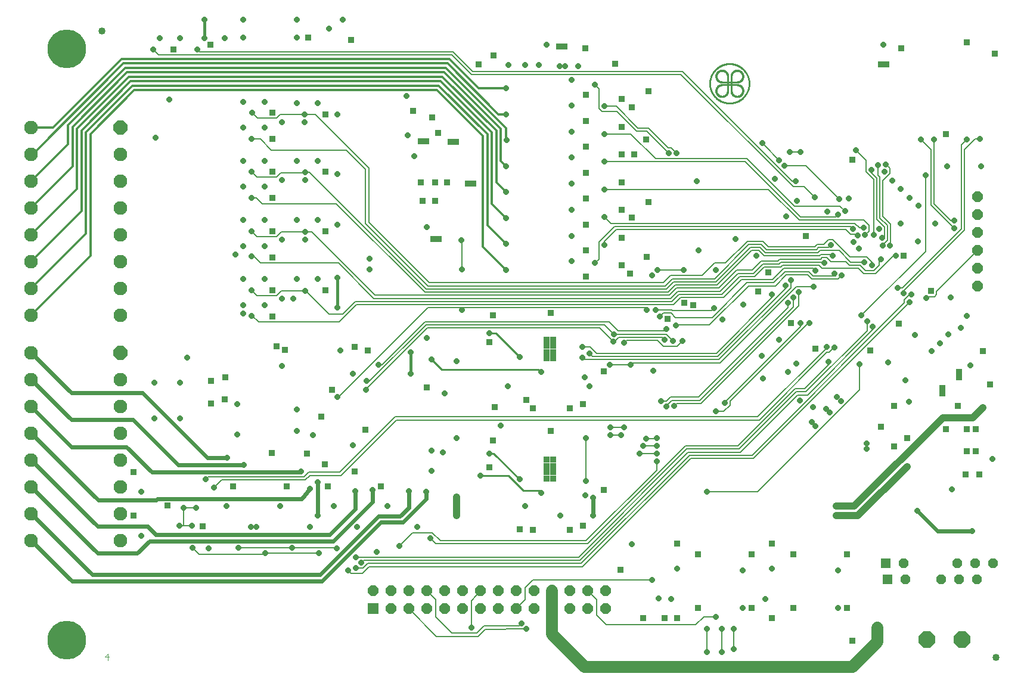
<source format=gbl>
G75*
%MOIN*%
%OFA0B0*%
%FSLAX25Y25*%
%IPPOS*%
%LPD*%
%AMOC8*
5,1,8,0,0,1.08239X$1,22.5*
%
%ADD10C,0.00400*%
%ADD11OC8,0.05906*%
%ADD12R,0.05906X0.05906*%
%ADD13C,0.01000*%
%ADD14C,0.00100*%
%ADD15C,0.04000*%
%ADD16OC8,0.07677*%
%ADD17C,0.07677*%
%ADD18OC8,0.09055*%
%ADD19R,0.05315X0.05315*%
%ADD20OC8,0.05315*%
%ADD21C,0.21654*%
%ADD22R,0.03175X0.03175*%
%ADD23OC8,0.03175*%
%ADD24C,0.00800*%
%ADD25C,0.06600*%
%ADD26C,0.04000*%
%ADD27C,0.01600*%
%ADD28C,0.02400*%
%ADD29C,0.01200*%
D10*
X0159308Y0078251D02*
X0161710Y0078251D01*
X0161109Y0080052D02*
X0159308Y0078251D01*
X0161109Y0080052D02*
X0161109Y0076449D01*
D11*
X0309333Y0115232D03*
X0319333Y0115232D03*
X0329333Y0115232D03*
X0339333Y0115232D03*
X0349333Y0115232D03*
X0359333Y0115232D03*
X0369333Y0115232D03*
X0379333Y0115232D03*
X0389333Y0115232D03*
X0399333Y0115232D03*
X0409333Y0115232D03*
X0419333Y0115232D03*
X0429333Y0115232D03*
X0439333Y0115232D03*
X0439333Y0105232D03*
X0429333Y0105232D03*
X0419333Y0105232D03*
X0409333Y0105232D03*
X0399333Y0105232D03*
X0389333Y0105232D03*
X0379333Y0105232D03*
X0369333Y0105232D03*
X0359333Y0105232D03*
X0349333Y0105232D03*
X0339333Y0105232D03*
X0329333Y0105232D03*
X0319333Y0105232D03*
X0647438Y0285520D03*
X0647438Y0295520D03*
X0647438Y0305520D03*
X0647438Y0315520D03*
X0647438Y0325520D03*
X0647438Y0335520D03*
D12*
X0309333Y0105232D03*
D13*
X0384938Y0179520D02*
X0393188Y0171270D01*
X0401938Y0171270D01*
X0403188Y0170020D01*
X0391188Y0177520D02*
X0376688Y0192020D01*
X0374188Y0192020D01*
X0369438Y0179520D02*
X0383938Y0179520D01*
X0384938Y0179520D01*
X0403188Y0237520D02*
X0401688Y0239020D01*
X0347688Y0239020D01*
X0341938Y0244770D01*
X0374188Y0259270D02*
X0377938Y0259270D01*
X0391188Y0246020D01*
X0507636Y0394994D02*
X0507636Y0402868D01*
X0509605Y0402868D02*
X0509605Y0394994D01*
X0497621Y0398931D02*
X0497624Y0399201D01*
X0497634Y0399471D01*
X0497651Y0399740D01*
X0497674Y0400009D01*
X0497704Y0400278D01*
X0497740Y0400545D01*
X0497783Y0400812D01*
X0497832Y0401077D01*
X0497888Y0401341D01*
X0497951Y0401604D01*
X0498019Y0401865D01*
X0498095Y0402124D01*
X0498176Y0402381D01*
X0498264Y0402637D01*
X0498358Y0402890D01*
X0498458Y0403141D01*
X0498565Y0403389D01*
X0498677Y0403634D01*
X0498796Y0403877D01*
X0498920Y0404116D01*
X0499050Y0404353D01*
X0499186Y0404586D01*
X0499328Y0404816D01*
X0499475Y0405042D01*
X0499628Y0405265D01*
X0499786Y0405484D01*
X0499949Y0405699D01*
X0500118Y0405909D01*
X0500292Y0406116D01*
X0500471Y0406318D01*
X0500654Y0406516D01*
X0500843Y0406709D01*
X0501036Y0406898D01*
X0501234Y0407081D01*
X0501436Y0407260D01*
X0501643Y0407434D01*
X0501853Y0407603D01*
X0502068Y0407766D01*
X0502287Y0407924D01*
X0502510Y0408077D01*
X0502736Y0408224D01*
X0502966Y0408366D01*
X0503199Y0408502D01*
X0503436Y0408632D01*
X0503675Y0408756D01*
X0503918Y0408875D01*
X0504163Y0408987D01*
X0504411Y0409094D01*
X0504662Y0409194D01*
X0504915Y0409288D01*
X0505171Y0409376D01*
X0505428Y0409457D01*
X0505687Y0409533D01*
X0505948Y0409601D01*
X0506211Y0409664D01*
X0506475Y0409720D01*
X0506740Y0409769D01*
X0507007Y0409812D01*
X0507274Y0409848D01*
X0507543Y0409878D01*
X0507812Y0409901D01*
X0508081Y0409918D01*
X0508351Y0409928D01*
X0508621Y0409931D01*
X0508891Y0409928D01*
X0509161Y0409918D01*
X0509430Y0409901D01*
X0509699Y0409878D01*
X0509968Y0409848D01*
X0510235Y0409812D01*
X0510502Y0409769D01*
X0510767Y0409720D01*
X0511031Y0409664D01*
X0511294Y0409601D01*
X0511555Y0409533D01*
X0511814Y0409457D01*
X0512071Y0409376D01*
X0512327Y0409288D01*
X0512580Y0409194D01*
X0512831Y0409094D01*
X0513079Y0408987D01*
X0513324Y0408875D01*
X0513567Y0408756D01*
X0513806Y0408632D01*
X0514043Y0408502D01*
X0514276Y0408366D01*
X0514506Y0408224D01*
X0514732Y0408077D01*
X0514955Y0407924D01*
X0515174Y0407766D01*
X0515389Y0407603D01*
X0515599Y0407434D01*
X0515806Y0407260D01*
X0516008Y0407081D01*
X0516206Y0406898D01*
X0516399Y0406709D01*
X0516588Y0406516D01*
X0516771Y0406318D01*
X0516950Y0406116D01*
X0517124Y0405909D01*
X0517293Y0405699D01*
X0517456Y0405484D01*
X0517614Y0405265D01*
X0517767Y0405042D01*
X0517914Y0404816D01*
X0518056Y0404586D01*
X0518192Y0404353D01*
X0518322Y0404116D01*
X0518446Y0403877D01*
X0518565Y0403634D01*
X0518677Y0403389D01*
X0518784Y0403141D01*
X0518884Y0402890D01*
X0518978Y0402637D01*
X0519066Y0402381D01*
X0519147Y0402124D01*
X0519223Y0401865D01*
X0519291Y0401604D01*
X0519354Y0401341D01*
X0519410Y0401077D01*
X0519459Y0400812D01*
X0519502Y0400545D01*
X0519538Y0400278D01*
X0519568Y0400009D01*
X0519591Y0399740D01*
X0519608Y0399471D01*
X0519618Y0399201D01*
X0519621Y0398931D01*
X0519618Y0398661D01*
X0519608Y0398391D01*
X0519591Y0398122D01*
X0519568Y0397853D01*
X0519538Y0397584D01*
X0519502Y0397317D01*
X0519459Y0397050D01*
X0519410Y0396785D01*
X0519354Y0396521D01*
X0519291Y0396258D01*
X0519223Y0395997D01*
X0519147Y0395738D01*
X0519066Y0395481D01*
X0518978Y0395225D01*
X0518884Y0394972D01*
X0518784Y0394721D01*
X0518677Y0394473D01*
X0518565Y0394228D01*
X0518446Y0393985D01*
X0518322Y0393746D01*
X0518192Y0393509D01*
X0518056Y0393276D01*
X0517914Y0393046D01*
X0517767Y0392820D01*
X0517614Y0392597D01*
X0517456Y0392378D01*
X0517293Y0392163D01*
X0517124Y0391953D01*
X0516950Y0391746D01*
X0516771Y0391544D01*
X0516588Y0391346D01*
X0516399Y0391153D01*
X0516206Y0390964D01*
X0516008Y0390781D01*
X0515806Y0390602D01*
X0515599Y0390428D01*
X0515389Y0390259D01*
X0515174Y0390096D01*
X0514955Y0389938D01*
X0514732Y0389785D01*
X0514506Y0389638D01*
X0514276Y0389496D01*
X0514043Y0389360D01*
X0513806Y0389230D01*
X0513567Y0389106D01*
X0513324Y0388987D01*
X0513079Y0388875D01*
X0512831Y0388768D01*
X0512580Y0388668D01*
X0512327Y0388574D01*
X0512071Y0388486D01*
X0511814Y0388405D01*
X0511555Y0388329D01*
X0511294Y0388261D01*
X0511031Y0388198D01*
X0510767Y0388142D01*
X0510502Y0388093D01*
X0510235Y0388050D01*
X0509968Y0388014D01*
X0509699Y0387984D01*
X0509430Y0387961D01*
X0509161Y0387944D01*
X0508891Y0387934D01*
X0508621Y0387931D01*
X0508351Y0387934D01*
X0508081Y0387944D01*
X0507812Y0387961D01*
X0507543Y0387984D01*
X0507274Y0388014D01*
X0507007Y0388050D01*
X0506740Y0388093D01*
X0506475Y0388142D01*
X0506211Y0388198D01*
X0505948Y0388261D01*
X0505687Y0388329D01*
X0505428Y0388405D01*
X0505171Y0388486D01*
X0504915Y0388574D01*
X0504662Y0388668D01*
X0504411Y0388768D01*
X0504163Y0388875D01*
X0503918Y0388987D01*
X0503675Y0389106D01*
X0503436Y0389230D01*
X0503199Y0389360D01*
X0502966Y0389496D01*
X0502736Y0389638D01*
X0502510Y0389785D01*
X0502287Y0389938D01*
X0502068Y0390096D01*
X0501853Y0390259D01*
X0501643Y0390428D01*
X0501436Y0390602D01*
X0501234Y0390781D01*
X0501036Y0390964D01*
X0500843Y0391153D01*
X0500654Y0391346D01*
X0500471Y0391544D01*
X0500292Y0391746D01*
X0500118Y0391953D01*
X0499949Y0392163D01*
X0499786Y0392378D01*
X0499628Y0392597D01*
X0499475Y0392820D01*
X0499328Y0393046D01*
X0499186Y0393276D01*
X0499050Y0393509D01*
X0498920Y0393746D01*
X0498796Y0393985D01*
X0498677Y0394228D01*
X0498565Y0394473D01*
X0498458Y0394721D01*
X0498358Y0394972D01*
X0498264Y0395225D01*
X0498176Y0395481D01*
X0498095Y0395738D01*
X0498019Y0395997D01*
X0497951Y0396258D01*
X0497888Y0396521D01*
X0497832Y0396785D01*
X0497783Y0397050D01*
X0497740Y0397317D01*
X0497704Y0397584D01*
X0497674Y0397853D01*
X0497651Y0398122D01*
X0497634Y0398391D01*
X0497624Y0398661D01*
X0497621Y0398931D01*
X0504487Y0398144D02*
X0512755Y0398144D01*
X0512755Y0399719D02*
X0504487Y0399719D01*
D14*
X0508087Y0402905D02*
X0507187Y0402933D01*
X0507188Y0402932D02*
X0507187Y0403037D01*
X0507182Y0403143D01*
X0507174Y0403248D01*
X0507161Y0403352D01*
X0507145Y0403456D01*
X0507125Y0403559D01*
X0507100Y0403662D01*
X0507072Y0403763D01*
X0507041Y0403864D01*
X0507005Y0403963D01*
X0506966Y0404060D01*
X0506923Y0404156D01*
X0506876Y0404251D01*
X0506826Y0404343D01*
X0506773Y0404434D01*
X0506716Y0404523D01*
X0506656Y0404609D01*
X0506593Y0404693D01*
X0506526Y0404775D01*
X0506457Y0404854D01*
X0506384Y0404930D01*
X0506309Y0405004D01*
X0506231Y0405075D01*
X0506151Y0405143D01*
X0506068Y0405207D01*
X0505982Y0405269D01*
X0505894Y0405327D01*
X0505805Y0405382D01*
X0505713Y0405434D01*
X0505619Y0405482D01*
X0505524Y0405526D01*
X0505427Y0405567D01*
X0505328Y0405604D01*
X0505229Y0405638D01*
X0505128Y0405668D01*
X0505026Y0405693D01*
X0504923Y0405715D01*
X0504819Y0405734D01*
X0504715Y0405748D01*
X0504610Y0405758D01*
X0504505Y0405765D01*
X0504400Y0405767D01*
X0504294Y0405765D01*
X0504189Y0405760D01*
X0504084Y0405750D01*
X0503980Y0405737D01*
X0503876Y0405720D01*
X0503773Y0405699D01*
X0503671Y0405674D01*
X0503570Y0405645D01*
X0503469Y0405612D01*
X0503371Y0405576D01*
X0503273Y0405536D01*
X0503178Y0405492D01*
X0503084Y0405445D01*
X0502991Y0405394D01*
X0502901Y0405340D01*
X0502813Y0405282D01*
X0502727Y0405221D01*
X0502644Y0405157D01*
X0502562Y0405090D01*
X0502484Y0405020D01*
X0502408Y0404947D01*
X0502335Y0404871D01*
X0502265Y0404793D01*
X0502198Y0404711D01*
X0502134Y0404628D01*
X0502073Y0404542D01*
X0502015Y0404454D01*
X0501961Y0404364D01*
X0501910Y0404271D01*
X0501863Y0404177D01*
X0501819Y0404082D01*
X0501779Y0403984D01*
X0501743Y0403886D01*
X0501710Y0403785D01*
X0501681Y0403684D01*
X0501656Y0403582D01*
X0501635Y0403479D01*
X0501618Y0403375D01*
X0501605Y0403271D01*
X0501595Y0403166D01*
X0501590Y0403061D01*
X0501588Y0402955D01*
X0501590Y0402850D01*
X0501597Y0402745D01*
X0501607Y0402640D01*
X0501621Y0402536D01*
X0501640Y0402432D01*
X0501662Y0402329D01*
X0501687Y0402227D01*
X0501717Y0402126D01*
X0501751Y0402027D01*
X0501788Y0401928D01*
X0501829Y0401831D01*
X0501873Y0401736D01*
X0501921Y0401642D01*
X0501973Y0401550D01*
X0502028Y0401461D01*
X0502086Y0401373D01*
X0502148Y0401287D01*
X0502212Y0401204D01*
X0502280Y0401124D01*
X0502351Y0401046D01*
X0502425Y0400971D01*
X0502501Y0400898D01*
X0502580Y0400829D01*
X0502662Y0400762D01*
X0502746Y0400699D01*
X0502832Y0400639D01*
X0502921Y0400582D01*
X0503012Y0400529D01*
X0503104Y0400479D01*
X0503199Y0400432D01*
X0503295Y0400389D01*
X0503392Y0400350D01*
X0503491Y0400314D01*
X0503592Y0400283D01*
X0503693Y0400255D01*
X0503796Y0400230D01*
X0503899Y0400210D01*
X0504003Y0400194D01*
X0504107Y0400181D01*
X0504212Y0400173D01*
X0504318Y0400168D01*
X0504423Y0400167D01*
X0504450Y0399268D01*
X0504330Y0399267D01*
X0504210Y0399271D01*
X0504090Y0399279D01*
X0503970Y0399291D01*
X0503851Y0399306D01*
X0503732Y0399326D01*
X0503614Y0399349D01*
X0503497Y0399376D01*
X0503380Y0399407D01*
X0503265Y0399441D01*
X0503151Y0399480D01*
X0503039Y0399522D01*
X0502927Y0399567D01*
X0502818Y0399617D01*
X0502710Y0399670D01*
X0502603Y0399726D01*
X0502499Y0399786D01*
X0502397Y0399849D01*
X0502296Y0399915D01*
X0502198Y0399985D01*
X0502102Y0400057D01*
X0502009Y0400133D01*
X0501918Y0400212D01*
X0501830Y0400294D01*
X0501744Y0400378D01*
X0501662Y0400466D01*
X0501582Y0400555D01*
X0501505Y0400648D01*
X0501431Y0400743D01*
X0501360Y0400840D01*
X0501293Y0400940D01*
X0501229Y0401041D01*
X0501168Y0401145D01*
X0501110Y0401251D01*
X0501056Y0401358D01*
X0501006Y0401467D01*
X0500959Y0401578D01*
X0500915Y0401690D01*
X0500876Y0401804D01*
X0500840Y0401919D01*
X0500807Y0402034D01*
X0500779Y0402151D01*
X0500754Y0402269D01*
X0500734Y0402387D01*
X0500717Y0402507D01*
X0500704Y0402626D01*
X0500695Y0402746D01*
X0500689Y0402866D01*
X0500688Y0402986D01*
X0500691Y0403107D01*
X0500697Y0403227D01*
X0500708Y0403347D01*
X0500722Y0403466D01*
X0500740Y0403585D01*
X0500762Y0403703D01*
X0500788Y0403821D01*
X0500817Y0403937D01*
X0500851Y0404053D01*
X0500888Y0404167D01*
X0500929Y0404280D01*
X0500973Y0404392D01*
X0501021Y0404502D01*
X0501073Y0404611D01*
X0501128Y0404718D01*
X0501187Y0404823D01*
X0501249Y0404926D01*
X0501314Y0405027D01*
X0501383Y0405125D01*
X0501455Y0405222D01*
X0501529Y0405316D01*
X0501607Y0405408D01*
X0501688Y0405497D01*
X0501772Y0405583D01*
X0501858Y0405667D01*
X0501947Y0405748D01*
X0502039Y0405826D01*
X0502133Y0405900D01*
X0502230Y0405972D01*
X0502328Y0406041D01*
X0502429Y0406106D01*
X0502532Y0406168D01*
X0502637Y0406227D01*
X0502744Y0406282D01*
X0502853Y0406334D01*
X0502963Y0406382D01*
X0503075Y0406426D01*
X0503188Y0406467D01*
X0503302Y0406504D01*
X0503418Y0406538D01*
X0503534Y0406567D01*
X0503652Y0406593D01*
X0503770Y0406615D01*
X0503889Y0406633D01*
X0504008Y0406647D01*
X0504128Y0406658D01*
X0504248Y0406664D01*
X0504369Y0406667D01*
X0504489Y0406666D01*
X0504609Y0406660D01*
X0504729Y0406651D01*
X0504848Y0406638D01*
X0504968Y0406621D01*
X0505086Y0406601D01*
X0505204Y0406576D01*
X0505321Y0406548D01*
X0505436Y0406515D01*
X0505551Y0406479D01*
X0505665Y0406440D01*
X0505777Y0406396D01*
X0505888Y0406349D01*
X0505997Y0406299D01*
X0506104Y0406245D01*
X0506210Y0406187D01*
X0506314Y0406126D01*
X0506415Y0406062D01*
X0506515Y0405995D01*
X0506612Y0405924D01*
X0506707Y0405850D01*
X0506800Y0405773D01*
X0506889Y0405693D01*
X0506977Y0405611D01*
X0507061Y0405525D01*
X0507143Y0405437D01*
X0507222Y0405346D01*
X0507298Y0405253D01*
X0507370Y0405157D01*
X0507440Y0405059D01*
X0507506Y0404958D01*
X0507569Y0404856D01*
X0507629Y0404752D01*
X0507685Y0404645D01*
X0507738Y0404537D01*
X0507788Y0404428D01*
X0507833Y0404316D01*
X0507875Y0404204D01*
X0507914Y0404090D01*
X0507948Y0403975D01*
X0507979Y0403858D01*
X0508006Y0403741D01*
X0508029Y0403623D01*
X0508049Y0403504D01*
X0508064Y0403385D01*
X0508076Y0403265D01*
X0508084Y0403145D01*
X0508088Y0403025D01*
X0508087Y0402905D01*
X0507994Y0402908D01*
X0507993Y0403027D01*
X0507990Y0403147D01*
X0507982Y0403266D01*
X0507970Y0403385D01*
X0507954Y0403504D01*
X0507934Y0403622D01*
X0507910Y0403739D01*
X0507883Y0403856D01*
X0507851Y0403971D01*
X0507816Y0404086D01*
X0507777Y0404199D01*
X0507734Y0404310D01*
X0507688Y0404421D01*
X0507638Y0404529D01*
X0507584Y0404636D01*
X0507527Y0404742D01*
X0507467Y0404845D01*
X0507403Y0404946D01*
X0507335Y0405045D01*
X0507265Y0405141D01*
X0507191Y0405236D01*
X0507114Y0405327D01*
X0507034Y0405417D01*
X0506952Y0405503D01*
X0506866Y0405587D01*
X0506778Y0405667D01*
X0506687Y0405745D01*
X0506593Y0405820D01*
X0506498Y0405892D01*
X0506399Y0405960D01*
X0506299Y0406025D01*
X0506196Y0406087D01*
X0506092Y0406145D01*
X0505986Y0406200D01*
X0505877Y0406251D01*
X0505768Y0406299D01*
X0505656Y0406343D01*
X0505544Y0406383D01*
X0505430Y0406419D01*
X0505315Y0406452D01*
X0505198Y0406481D01*
X0505081Y0406506D01*
X0504964Y0406527D01*
X0504845Y0406544D01*
X0504726Y0406557D01*
X0504607Y0406566D01*
X0504488Y0406572D01*
X0504368Y0406573D01*
X0504248Y0406570D01*
X0504129Y0406564D01*
X0504010Y0406553D01*
X0503891Y0406539D01*
X0503773Y0406520D01*
X0503655Y0406498D01*
X0503538Y0406471D01*
X0503423Y0406441D01*
X0503308Y0406407D01*
X0503194Y0406370D01*
X0503082Y0406328D01*
X0502971Y0406283D01*
X0502862Y0406234D01*
X0502754Y0406182D01*
X0502649Y0406126D01*
X0502545Y0406066D01*
X0502443Y0406003D01*
X0502343Y0405937D01*
X0502246Y0405868D01*
X0502151Y0405795D01*
X0502058Y0405719D01*
X0501968Y0405641D01*
X0501881Y0405559D01*
X0501796Y0405474D01*
X0501714Y0405387D01*
X0501636Y0405297D01*
X0501560Y0405204D01*
X0501487Y0405109D01*
X0501418Y0405012D01*
X0501352Y0404912D01*
X0501289Y0404810D01*
X0501229Y0404706D01*
X0501173Y0404601D01*
X0501121Y0404493D01*
X0501072Y0404384D01*
X0501027Y0404273D01*
X0500985Y0404161D01*
X0500948Y0404047D01*
X0500914Y0403932D01*
X0500884Y0403817D01*
X0500857Y0403700D01*
X0500835Y0403582D01*
X0500816Y0403464D01*
X0500802Y0403345D01*
X0500791Y0403226D01*
X0500785Y0403107D01*
X0500782Y0402987D01*
X0500783Y0402867D01*
X0500789Y0402748D01*
X0500798Y0402629D01*
X0500811Y0402510D01*
X0500828Y0402391D01*
X0500849Y0402274D01*
X0500874Y0402157D01*
X0500903Y0402040D01*
X0500936Y0401925D01*
X0500972Y0401811D01*
X0501012Y0401699D01*
X0501056Y0401587D01*
X0501104Y0401478D01*
X0501155Y0401369D01*
X0501210Y0401263D01*
X0501268Y0401159D01*
X0501330Y0401056D01*
X0501395Y0400956D01*
X0501463Y0400857D01*
X0501535Y0400762D01*
X0501610Y0400668D01*
X0501688Y0400577D01*
X0501768Y0400489D01*
X0501852Y0400403D01*
X0501938Y0400321D01*
X0502028Y0400241D01*
X0502119Y0400164D01*
X0502214Y0400090D01*
X0502310Y0400020D01*
X0502409Y0399952D01*
X0502510Y0399888D01*
X0502613Y0399828D01*
X0502719Y0399771D01*
X0502826Y0399717D01*
X0502934Y0399667D01*
X0503045Y0399621D01*
X0503156Y0399578D01*
X0503269Y0399539D01*
X0503384Y0399504D01*
X0503499Y0399472D01*
X0503616Y0399445D01*
X0503733Y0399421D01*
X0503851Y0399401D01*
X0503970Y0399385D01*
X0504089Y0399373D01*
X0504208Y0399365D01*
X0504328Y0399362D01*
X0504447Y0399361D01*
X0504444Y0399455D01*
X0504327Y0399456D01*
X0504210Y0399460D01*
X0504093Y0399467D01*
X0503976Y0399479D01*
X0503860Y0399495D01*
X0503744Y0399515D01*
X0503629Y0399538D01*
X0503515Y0399565D01*
X0503402Y0399596D01*
X0503290Y0399631D01*
X0503179Y0399670D01*
X0503069Y0399712D01*
X0502961Y0399758D01*
X0502855Y0399807D01*
X0502750Y0399860D01*
X0502647Y0399917D01*
X0502546Y0399977D01*
X0502448Y0400040D01*
X0502351Y0400106D01*
X0502256Y0400176D01*
X0502164Y0400249D01*
X0502075Y0400324D01*
X0501988Y0400403D01*
X0501904Y0400485D01*
X0501822Y0400569D01*
X0501743Y0400656D01*
X0501668Y0400746D01*
X0501595Y0400838D01*
X0501525Y0400932D01*
X0501459Y0401029D01*
X0501396Y0401128D01*
X0501336Y0401229D01*
X0501280Y0401332D01*
X0501227Y0401437D01*
X0501178Y0401543D01*
X0501132Y0401651D01*
X0501090Y0401761D01*
X0501051Y0401872D01*
X0501016Y0401984D01*
X0500986Y0402097D01*
X0500958Y0402211D01*
X0500935Y0402326D01*
X0500916Y0402442D01*
X0500900Y0402558D01*
X0500888Y0402675D01*
X0500880Y0402792D01*
X0500876Y0402909D01*
X0500877Y0403026D01*
X0500880Y0403144D01*
X0500888Y0403261D01*
X0500900Y0403378D01*
X0500916Y0403494D01*
X0500935Y0403610D01*
X0500959Y0403724D01*
X0500986Y0403839D01*
X0501017Y0403952D01*
X0501052Y0404064D01*
X0501090Y0404175D01*
X0501132Y0404284D01*
X0501178Y0404392D01*
X0501228Y0404499D01*
X0501281Y0404603D01*
X0501337Y0404706D01*
X0501397Y0404807D01*
X0501460Y0404906D01*
X0501526Y0405003D01*
X0501596Y0405097D01*
X0501669Y0405189D01*
X0501744Y0405279D01*
X0501823Y0405366D01*
X0501905Y0405450D01*
X0501989Y0405532D01*
X0502076Y0405611D01*
X0502166Y0405686D01*
X0502258Y0405759D01*
X0502352Y0405829D01*
X0502449Y0405895D01*
X0502548Y0405958D01*
X0502649Y0406018D01*
X0502752Y0406074D01*
X0502856Y0406127D01*
X0502963Y0406177D01*
X0503071Y0406223D01*
X0503180Y0406265D01*
X0503291Y0406303D01*
X0503403Y0406338D01*
X0503516Y0406369D01*
X0503631Y0406396D01*
X0503745Y0406420D01*
X0503861Y0406439D01*
X0503977Y0406455D01*
X0504094Y0406467D01*
X0504211Y0406475D01*
X0504329Y0406478D01*
X0504446Y0406479D01*
X0504563Y0406475D01*
X0504680Y0406467D01*
X0504797Y0406455D01*
X0504913Y0406439D01*
X0505029Y0406420D01*
X0505144Y0406397D01*
X0505258Y0406369D01*
X0505371Y0406339D01*
X0505483Y0406304D01*
X0505594Y0406265D01*
X0505704Y0406223D01*
X0505812Y0406177D01*
X0505918Y0406128D01*
X0506023Y0406075D01*
X0506126Y0406019D01*
X0506227Y0405959D01*
X0506326Y0405896D01*
X0506423Y0405830D01*
X0506517Y0405760D01*
X0506609Y0405687D01*
X0506699Y0405612D01*
X0506786Y0405533D01*
X0506870Y0405451D01*
X0506952Y0405367D01*
X0507031Y0405280D01*
X0507106Y0405191D01*
X0507179Y0405099D01*
X0507249Y0405004D01*
X0507315Y0404907D01*
X0507378Y0404809D01*
X0507438Y0404708D01*
X0507495Y0404605D01*
X0507548Y0404500D01*
X0507597Y0404394D01*
X0507643Y0404286D01*
X0507685Y0404176D01*
X0507724Y0404065D01*
X0507759Y0403953D01*
X0507790Y0403840D01*
X0507817Y0403726D01*
X0507840Y0403611D01*
X0507860Y0403495D01*
X0507876Y0403379D01*
X0507888Y0403262D01*
X0507895Y0403145D01*
X0507899Y0403028D01*
X0507900Y0402911D01*
X0507806Y0402913D01*
X0507805Y0403030D01*
X0507801Y0403147D01*
X0507793Y0403263D01*
X0507781Y0403379D01*
X0507765Y0403495D01*
X0507745Y0403610D01*
X0507721Y0403724D01*
X0507693Y0403837D01*
X0507662Y0403949D01*
X0507626Y0404060D01*
X0507587Y0404170D01*
X0507544Y0404279D01*
X0507498Y0404386D01*
X0507447Y0404491D01*
X0507394Y0404594D01*
X0507336Y0404696D01*
X0507276Y0404796D01*
X0507212Y0404893D01*
X0507144Y0404988D01*
X0507074Y0405081D01*
X0507000Y0405172D01*
X0506923Y0405259D01*
X0506844Y0405345D01*
X0506761Y0405427D01*
X0506676Y0405507D01*
X0506588Y0405583D01*
X0506497Y0405657D01*
X0506404Y0405727D01*
X0506309Y0405794D01*
X0506211Y0405858D01*
X0506112Y0405919D01*
X0506010Y0405976D01*
X0505906Y0406029D01*
X0505801Y0406079D01*
X0505694Y0406126D01*
X0505585Y0406168D01*
X0505475Y0406207D01*
X0505364Y0406243D01*
X0505252Y0406274D01*
X0505138Y0406302D01*
X0505024Y0406325D01*
X0504909Y0406345D01*
X0504794Y0406361D01*
X0504678Y0406373D01*
X0504561Y0406381D01*
X0504445Y0406385D01*
X0504328Y0406384D01*
X0504212Y0406380D01*
X0504095Y0406372D01*
X0503979Y0406360D01*
X0503864Y0406345D01*
X0503749Y0406325D01*
X0503634Y0406301D01*
X0503521Y0406273D01*
X0503409Y0406242D01*
X0503298Y0406206D01*
X0503188Y0406167D01*
X0503079Y0406125D01*
X0502972Y0406078D01*
X0502867Y0406028D01*
X0502763Y0405974D01*
X0502662Y0405917D01*
X0502562Y0405856D01*
X0502465Y0405792D01*
X0502369Y0405725D01*
X0502276Y0405655D01*
X0502186Y0405581D01*
X0502098Y0405504D01*
X0502013Y0405425D01*
X0501930Y0405342D01*
X0501851Y0405257D01*
X0501774Y0405169D01*
X0501700Y0405079D01*
X0501630Y0404986D01*
X0501563Y0404890D01*
X0501499Y0404793D01*
X0501438Y0404693D01*
X0501381Y0404592D01*
X0501327Y0404488D01*
X0501277Y0404383D01*
X0501230Y0404276D01*
X0501188Y0404167D01*
X0501149Y0404057D01*
X0501113Y0403946D01*
X0501082Y0403834D01*
X0501054Y0403721D01*
X0501030Y0403606D01*
X0501010Y0403491D01*
X0500995Y0403376D01*
X0500983Y0403260D01*
X0500975Y0403143D01*
X0500971Y0403027D01*
X0500970Y0402910D01*
X0500974Y0402794D01*
X0500982Y0402677D01*
X0500994Y0402561D01*
X0501010Y0402446D01*
X0501030Y0402331D01*
X0501053Y0402217D01*
X0501081Y0402103D01*
X0501112Y0401991D01*
X0501148Y0401880D01*
X0501187Y0401770D01*
X0501229Y0401661D01*
X0501276Y0401554D01*
X0501326Y0401449D01*
X0501379Y0401345D01*
X0501436Y0401243D01*
X0501497Y0401144D01*
X0501561Y0401046D01*
X0501628Y0400951D01*
X0501698Y0400858D01*
X0501772Y0400767D01*
X0501848Y0400679D01*
X0501928Y0400594D01*
X0502010Y0400511D01*
X0502096Y0400432D01*
X0502183Y0400355D01*
X0502274Y0400281D01*
X0502367Y0400211D01*
X0502462Y0400143D01*
X0502559Y0400079D01*
X0502659Y0400019D01*
X0502761Y0399961D01*
X0502864Y0399908D01*
X0502969Y0399857D01*
X0503076Y0399811D01*
X0503185Y0399768D01*
X0503295Y0399729D01*
X0503406Y0399693D01*
X0503518Y0399662D01*
X0503631Y0399634D01*
X0503745Y0399610D01*
X0503860Y0399590D01*
X0503976Y0399574D01*
X0504092Y0399562D01*
X0504208Y0399554D01*
X0504325Y0399550D01*
X0504442Y0399549D01*
X0504439Y0399643D01*
X0504324Y0399644D01*
X0504210Y0399648D01*
X0504096Y0399656D01*
X0503983Y0399668D01*
X0503870Y0399684D01*
X0503757Y0399703D01*
X0503645Y0399727D01*
X0503534Y0399754D01*
X0503425Y0399786D01*
X0503316Y0399821D01*
X0503208Y0399859D01*
X0503102Y0399902D01*
X0502998Y0399948D01*
X0502895Y0399997D01*
X0502794Y0400050D01*
X0502694Y0400107D01*
X0502597Y0400167D01*
X0502502Y0400230D01*
X0502409Y0400296D01*
X0502318Y0400366D01*
X0502230Y0400439D01*
X0502145Y0400514D01*
X0502062Y0400593D01*
X0501981Y0400674D01*
X0501904Y0400758D01*
X0501830Y0400845D01*
X0501758Y0400934D01*
X0501690Y0401026D01*
X0501625Y0401119D01*
X0501563Y0401215D01*
X0501504Y0401314D01*
X0501449Y0401414D01*
X0501398Y0401516D01*
X0501350Y0401619D01*
X0501305Y0401724D01*
X0501264Y0401831D01*
X0501227Y0401939D01*
X0501193Y0402048D01*
X0501164Y0402159D01*
X0501138Y0402270D01*
X0501116Y0402382D01*
X0501098Y0402495D01*
X0501083Y0402608D01*
X0501073Y0402722D01*
X0501067Y0402836D01*
X0501064Y0402950D01*
X0501065Y0403064D01*
X0501071Y0403178D01*
X0501080Y0403292D01*
X0501093Y0403406D01*
X0501110Y0403519D01*
X0501131Y0403631D01*
X0501156Y0403743D01*
X0501184Y0403853D01*
X0501217Y0403963D01*
X0501253Y0404071D01*
X0501293Y0404178D01*
X0501336Y0404284D01*
X0501383Y0404388D01*
X0501434Y0404490D01*
X0501488Y0404591D01*
X0501545Y0404690D01*
X0501606Y0404786D01*
X0501670Y0404881D01*
X0501738Y0404973D01*
X0501808Y0405063D01*
X0501882Y0405150D01*
X0501958Y0405235D01*
X0502038Y0405317D01*
X0502120Y0405397D01*
X0502205Y0405473D01*
X0502292Y0405547D01*
X0502382Y0405617D01*
X0502474Y0405685D01*
X0502569Y0405749D01*
X0502665Y0405810D01*
X0502764Y0405867D01*
X0502865Y0405921D01*
X0502967Y0405972D01*
X0503071Y0406019D01*
X0503177Y0406062D01*
X0503284Y0406102D01*
X0503392Y0406138D01*
X0503502Y0406171D01*
X0503612Y0406199D01*
X0503724Y0406224D01*
X0503836Y0406245D01*
X0503949Y0406262D01*
X0504063Y0406275D01*
X0504177Y0406284D01*
X0504291Y0406290D01*
X0504405Y0406291D01*
X0504519Y0406288D01*
X0504633Y0406282D01*
X0504747Y0406272D01*
X0504860Y0406257D01*
X0504973Y0406239D01*
X0505085Y0406217D01*
X0505196Y0406191D01*
X0505307Y0406162D01*
X0505416Y0406128D01*
X0505524Y0406091D01*
X0505631Y0406050D01*
X0505736Y0406005D01*
X0505839Y0405957D01*
X0505941Y0405906D01*
X0506041Y0405851D01*
X0506140Y0405792D01*
X0506236Y0405730D01*
X0506329Y0405665D01*
X0506421Y0405597D01*
X0506510Y0405525D01*
X0506597Y0405451D01*
X0506681Y0405374D01*
X0506762Y0405293D01*
X0506841Y0405210D01*
X0506916Y0405125D01*
X0506989Y0405037D01*
X0507059Y0404946D01*
X0507125Y0404853D01*
X0507188Y0404758D01*
X0507248Y0404661D01*
X0507305Y0404561D01*
X0507358Y0404460D01*
X0507407Y0404357D01*
X0507453Y0404253D01*
X0507496Y0404147D01*
X0507534Y0404039D01*
X0507569Y0403930D01*
X0507601Y0403821D01*
X0507628Y0403710D01*
X0507652Y0403598D01*
X0507671Y0403485D01*
X0507687Y0403372D01*
X0507699Y0403259D01*
X0507707Y0403145D01*
X0507711Y0403031D01*
X0507712Y0402916D01*
X0507618Y0402919D01*
X0507617Y0403032D01*
X0507613Y0403144D01*
X0507605Y0403257D01*
X0507593Y0403369D01*
X0507577Y0403480D01*
X0507557Y0403591D01*
X0507533Y0403701D01*
X0507506Y0403810D01*
X0507475Y0403918D01*
X0507440Y0404025D01*
X0507401Y0404131D01*
X0507358Y0404236D01*
X0507312Y0404338D01*
X0507263Y0404439D01*
X0507210Y0404539D01*
X0507153Y0404636D01*
X0507093Y0404732D01*
X0507030Y0404825D01*
X0506964Y0404916D01*
X0506894Y0405004D01*
X0506822Y0405091D01*
X0506746Y0405174D01*
X0506668Y0405255D01*
X0506587Y0405333D01*
X0506503Y0405408D01*
X0506417Y0405480D01*
X0506328Y0405550D01*
X0506237Y0405616D01*
X0506143Y0405679D01*
X0506047Y0405738D01*
X0505950Y0405794D01*
X0505850Y0405847D01*
X0505749Y0405896D01*
X0505646Y0405942D01*
X0505542Y0405984D01*
X0505436Y0406022D01*
X0505329Y0406057D01*
X0505220Y0406088D01*
X0505111Y0406115D01*
X0505001Y0406138D01*
X0504890Y0406158D01*
X0504778Y0406173D01*
X0504666Y0406185D01*
X0504554Y0406193D01*
X0504441Y0406197D01*
X0504329Y0406196D01*
X0504216Y0406192D01*
X0504104Y0406184D01*
X0503992Y0406173D01*
X0503880Y0406157D01*
X0503770Y0406137D01*
X0503659Y0406114D01*
X0503550Y0406086D01*
X0503442Y0406055D01*
X0503335Y0406020D01*
X0503229Y0405982D01*
X0503125Y0405940D01*
X0503022Y0405894D01*
X0502921Y0405844D01*
X0502821Y0405792D01*
X0502724Y0405735D01*
X0502628Y0405675D01*
X0502535Y0405613D01*
X0502444Y0405546D01*
X0502355Y0405477D01*
X0502269Y0405405D01*
X0502185Y0405329D01*
X0502104Y0405251D01*
X0502026Y0405170D01*
X0501950Y0405086D01*
X0501878Y0405000D01*
X0501809Y0404911D01*
X0501742Y0404820D01*
X0501680Y0404727D01*
X0501620Y0404631D01*
X0501563Y0404534D01*
X0501511Y0404434D01*
X0501461Y0404333D01*
X0501415Y0404230D01*
X0501373Y0404126D01*
X0501335Y0404020D01*
X0501300Y0403913D01*
X0501269Y0403805D01*
X0501241Y0403696D01*
X0501218Y0403585D01*
X0501198Y0403475D01*
X0501182Y0403363D01*
X0501171Y0403251D01*
X0501163Y0403139D01*
X0501159Y0403026D01*
X0501158Y0402914D01*
X0501162Y0402801D01*
X0501170Y0402689D01*
X0501182Y0402577D01*
X0501197Y0402465D01*
X0501217Y0402354D01*
X0501240Y0402244D01*
X0501267Y0402135D01*
X0501298Y0402026D01*
X0501333Y0401919D01*
X0501371Y0401813D01*
X0501413Y0401709D01*
X0501459Y0401606D01*
X0501508Y0401505D01*
X0501561Y0401405D01*
X0501617Y0401308D01*
X0501676Y0401212D01*
X0501739Y0401118D01*
X0501805Y0401027D01*
X0501875Y0400938D01*
X0501947Y0400852D01*
X0502022Y0400768D01*
X0502100Y0400687D01*
X0502181Y0400609D01*
X0502264Y0400533D01*
X0502351Y0400461D01*
X0502439Y0400391D01*
X0502530Y0400325D01*
X0502623Y0400262D01*
X0502719Y0400202D01*
X0502816Y0400145D01*
X0502916Y0400092D01*
X0503017Y0400043D01*
X0503119Y0399997D01*
X0503224Y0399954D01*
X0503330Y0399915D01*
X0503437Y0399880D01*
X0503545Y0399849D01*
X0503654Y0399822D01*
X0503764Y0399798D01*
X0503875Y0399778D01*
X0503986Y0399762D01*
X0504098Y0399750D01*
X0504211Y0399742D01*
X0504323Y0399738D01*
X0504436Y0399737D01*
X0504433Y0399831D01*
X0504321Y0399832D01*
X0504210Y0399836D01*
X0504098Y0399844D01*
X0503987Y0399857D01*
X0503876Y0399873D01*
X0503766Y0399893D01*
X0503657Y0399917D01*
X0503549Y0399945D01*
X0503442Y0399977D01*
X0503336Y0400013D01*
X0503231Y0400052D01*
X0503128Y0400095D01*
X0503027Y0400142D01*
X0502927Y0400192D01*
X0502829Y0400246D01*
X0502733Y0400303D01*
X0502639Y0400364D01*
X0502547Y0400428D01*
X0502458Y0400495D01*
X0502371Y0400566D01*
X0502287Y0400639D01*
X0502205Y0400715D01*
X0502126Y0400795D01*
X0502050Y0400877D01*
X0501977Y0400961D01*
X0501907Y0401048D01*
X0501841Y0401138D01*
X0501777Y0401230D01*
X0501717Y0401324D01*
X0501660Y0401420D01*
X0501606Y0401519D01*
X0501557Y0401619D01*
X0501510Y0401720D01*
X0501468Y0401824D01*
X0501429Y0401929D01*
X0501394Y0402035D01*
X0501362Y0402142D01*
X0501335Y0402250D01*
X0501311Y0402360D01*
X0501292Y0402470D01*
X0501276Y0402580D01*
X0501264Y0402692D01*
X0501256Y0402803D01*
X0501252Y0402915D01*
X0501253Y0403027D01*
X0501257Y0403138D01*
X0501265Y0403250D01*
X0501277Y0403361D01*
X0501293Y0403471D01*
X0501313Y0403581D01*
X0501337Y0403691D01*
X0501364Y0403799D01*
X0501396Y0403906D01*
X0501431Y0404012D01*
X0501470Y0404117D01*
X0501513Y0404220D01*
X0501560Y0404322D01*
X0501610Y0404422D01*
X0501663Y0404520D01*
X0501721Y0404616D01*
X0501781Y0404710D01*
X0501845Y0404802D01*
X0501912Y0404891D01*
X0501982Y0404978D01*
X0502055Y0405063D01*
X0502131Y0405145D01*
X0502210Y0405224D01*
X0502292Y0405300D01*
X0502377Y0405373D01*
X0502464Y0405443D01*
X0502553Y0405510D01*
X0502645Y0405574D01*
X0502739Y0405634D01*
X0502835Y0405692D01*
X0502933Y0405745D01*
X0503033Y0405795D01*
X0503135Y0405842D01*
X0503238Y0405885D01*
X0503343Y0405924D01*
X0503449Y0405959D01*
X0503556Y0405991D01*
X0503664Y0406018D01*
X0503774Y0406042D01*
X0503884Y0406062D01*
X0503994Y0406078D01*
X0504105Y0406090D01*
X0504217Y0406098D01*
X0504328Y0406102D01*
X0504440Y0406103D01*
X0504552Y0406099D01*
X0504663Y0406091D01*
X0504775Y0406079D01*
X0504885Y0406063D01*
X0504995Y0406044D01*
X0505105Y0406020D01*
X0505213Y0405993D01*
X0505320Y0405961D01*
X0505426Y0405926D01*
X0505531Y0405887D01*
X0505635Y0405845D01*
X0505736Y0405798D01*
X0505836Y0405749D01*
X0505935Y0405695D01*
X0506031Y0405638D01*
X0506125Y0405578D01*
X0506217Y0405514D01*
X0506307Y0405448D01*
X0506394Y0405378D01*
X0506478Y0405305D01*
X0506560Y0405229D01*
X0506640Y0405150D01*
X0506716Y0405068D01*
X0506789Y0404984D01*
X0506860Y0404897D01*
X0506927Y0404808D01*
X0506991Y0404716D01*
X0507052Y0404622D01*
X0507109Y0404526D01*
X0507163Y0404428D01*
X0507213Y0404328D01*
X0507260Y0404227D01*
X0507303Y0404124D01*
X0507342Y0404019D01*
X0507378Y0403913D01*
X0507410Y0403806D01*
X0507438Y0403698D01*
X0507462Y0403589D01*
X0507482Y0403479D01*
X0507498Y0403368D01*
X0507511Y0403257D01*
X0507519Y0403145D01*
X0507523Y0403034D01*
X0507524Y0402922D01*
X0507430Y0402925D01*
X0507429Y0403034D01*
X0507425Y0403143D01*
X0507417Y0403252D01*
X0507404Y0403361D01*
X0507388Y0403469D01*
X0507368Y0403576D01*
X0507345Y0403683D01*
X0507317Y0403788D01*
X0507286Y0403893D01*
X0507250Y0403996D01*
X0507212Y0404099D01*
X0507169Y0404199D01*
X0507123Y0404298D01*
X0507074Y0404396D01*
X0507021Y0404491D01*
X0506964Y0404585D01*
X0506904Y0404676D01*
X0506841Y0404765D01*
X0506775Y0404852D01*
X0506706Y0404937D01*
X0506634Y0405019D01*
X0506559Y0405098D01*
X0506481Y0405175D01*
X0506400Y0405248D01*
X0506317Y0405319D01*
X0506231Y0405387D01*
X0506143Y0405451D01*
X0506053Y0405513D01*
X0505961Y0405571D01*
X0505866Y0405626D01*
X0505770Y0405677D01*
X0505671Y0405725D01*
X0505572Y0405769D01*
X0505470Y0405810D01*
X0505367Y0405847D01*
X0505263Y0405880D01*
X0505158Y0405910D01*
X0505052Y0405936D01*
X0504945Y0405958D01*
X0504837Y0405976D01*
X0504729Y0405990D01*
X0504620Y0406000D01*
X0504511Y0406007D01*
X0504402Y0406009D01*
X0504293Y0406008D01*
X0504184Y0406002D01*
X0504075Y0405993D01*
X0503966Y0405980D01*
X0503859Y0405963D01*
X0503751Y0405942D01*
X0503645Y0405917D01*
X0503540Y0405888D01*
X0503435Y0405856D01*
X0503332Y0405820D01*
X0503230Y0405780D01*
X0503130Y0405737D01*
X0503031Y0405690D01*
X0502935Y0405639D01*
X0502840Y0405585D01*
X0502747Y0405528D01*
X0502656Y0405468D01*
X0502567Y0405404D01*
X0502481Y0405337D01*
X0502397Y0405267D01*
X0502316Y0405194D01*
X0502237Y0405118D01*
X0502161Y0405039D01*
X0502088Y0404958D01*
X0502018Y0404874D01*
X0501951Y0404788D01*
X0501887Y0404699D01*
X0501827Y0404608D01*
X0501770Y0404515D01*
X0501716Y0404420D01*
X0501665Y0404324D01*
X0501618Y0404225D01*
X0501575Y0404125D01*
X0501535Y0404023D01*
X0501499Y0403920D01*
X0501467Y0403815D01*
X0501438Y0403710D01*
X0501413Y0403604D01*
X0501392Y0403496D01*
X0501375Y0403389D01*
X0501362Y0403280D01*
X0501353Y0403171D01*
X0501347Y0403062D01*
X0501346Y0402953D01*
X0501348Y0402844D01*
X0501355Y0402735D01*
X0501365Y0402626D01*
X0501379Y0402518D01*
X0501397Y0402410D01*
X0501419Y0402303D01*
X0501445Y0402197D01*
X0501475Y0402092D01*
X0501508Y0401988D01*
X0501545Y0401885D01*
X0501586Y0401783D01*
X0501630Y0401684D01*
X0501678Y0401585D01*
X0501729Y0401489D01*
X0501784Y0401394D01*
X0501842Y0401302D01*
X0501904Y0401212D01*
X0501968Y0401124D01*
X0502036Y0401038D01*
X0502107Y0400955D01*
X0502180Y0400874D01*
X0502257Y0400796D01*
X0502336Y0400721D01*
X0502418Y0400649D01*
X0502503Y0400580D01*
X0502590Y0400514D01*
X0502679Y0400451D01*
X0502770Y0400391D01*
X0502864Y0400334D01*
X0502959Y0400281D01*
X0503057Y0400232D01*
X0503156Y0400186D01*
X0503256Y0400143D01*
X0503359Y0400105D01*
X0503462Y0400069D01*
X0503567Y0400038D01*
X0503672Y0400010D01*
X0503779Y0399987D01*
X0503886Y0399967D01*
X0503994Y0399951D01*
X0504103Y0399938D01*
X0504212Y0399930D01*
X0504321Y0399926D01*
X0504430Y0399925D01*
X0504427Y0400019D01*
X0504319Y0400020D01*
X0504211Y0400024D01*
X0504103Y0400033D01*
X0503995Y0400045D01*
X0503888Y0400062D01*
X0503782Y0400082D01*
X0503676Y0400106D01*
X0503572Y0400134D01*
X0503468Y0400166D01*
X0503366Y0400202D01*
X0503265Y0400241D01*
X0503166Y0400284D01*
X0503068Y0400331D01*
X0502972Y0400381D01*
X0502878Y0400435D01*
X0502786Y0400492D01*
X0502696Y0400553D01*
X0502609Y0400616D01*
X0502524Y0400683D01*
X0502441Y0400753D01*
X0502361Y0400826D01*
X0502284Y0400902D01*
X0502209Y0400981D01*
X0502138Y0401062D01*
X0502069Y0401146D01*
X0502004Y0401233D01*
X0501942Y0401321D01*
X0501883Y0401412D01*
X0501828Y0401505D01*
X0501776Y0401600D01*
X0501727Y0401697D01*
X0501683Y0401796D01*
X0501641Y0401896D01*
X0501604Y0401998D01*
X0501570Y0402100D01*
X0501540Y0402205D01*
X0501514Y0402310D01*
X0501492Y0402416D01*
X0501474Y0402522D01*
X0501459Y0402630D01*
X0501449Y0402738D01*
X0501442Y0402846D01*
X0501440Y0402954D01*
X0501442Y0403062D01*
X0501447Y0403170D01*
X0501456Y0403278D01*
X0501470Y0403386D01*
X0501487Y0403493D01*
X0501508Y0403599D01*
X0501534Y0403704D01*
X0501563Y0403808D01*
X0501595Y0403912D01*
X0501632Y0404014D01*
X0501672Y0404114D01*
X0501716Y0404213D01*
X0501764Y0404310D01*
X0501815Y0404406D01*
X0501870Y0404499D01*
X0501928Y0404591D01*
X0501989Y0404680D01*
X0502053Y0404767D01*
X0502121Y0404852D01*
X0502192Y0404934D01*
X0502266Y0405013D01*
X0502342Y0405089D01*
X0502421Y0405163D01*
X0502503Y0405234D01*
X0502588Y0405302D01*
X0502675Y0405366D01*
X0502764Y0405427D01*
X0502856Y0405485D01*
X0502949Y0405540D01*
X0503045Y0405591D01*
X0503142Y0405639D01*
X0503241Y0405683D01*
X0503341Y0405723D01*
X0503443Y0405760D01*
X0503547Y0405792D01*
X0503651Y0405821D01*
X0503756Y0405847D01*
X0503862Y0405868D01*
X0503969Y0405885D01*
X0504077Y0405899D01*
X0504185Y0405908D01*
X0504293Y0405913D01*
X0504401Y0405915D01*
X0504509Y0405913D01*
X0504617Y0405906D01*
X0504725Y0405896D01*
X0504833Y0405881D01*
X0504939Y0405863D01*
X0505045Y0405841D01*
X0505150Y0405815D01*
X0505255Y0405785D01*
X0505357Y0405751D01*
X0505459Y0405714D01*
X0505559Y0405672D01*
X0505658Y0405628D01*
X0505755Y0405579D01*
X0505850Y0405527D01*
X0505943Y0405472D01*
X0506034Y0405413D01*
X0506122Y0405351D01*
X0506209Y0405286D01*
X0506293Y0405217D01*
X0506374Y0405146D01*
X0506453Y0405071D01*
X0506529Y0404994D01*
X0506602Y0404914D01*
X0506672Y0404831D01*
X0506739Y0404746D01*
X0506802Y0404659D01*
X0506863Y0404569D01*
X0506920Y0404477D01*
X0506974Y0404383D01*
X0507024Y0404287D01*
X0507071Y0404189D01*
X0507114Y0404090D01*
X0507153Y0403989D01*
X0507189Y0403887D01*
X0507221Y0403783D01*
X0507249Y0403679D01*
X0507273Y0403573D01*
X0507293Y0403467D01*
X0507310Y0403360D01*
X0507322Y0403252D01*
X0507331Y0403144D01*
X0507335Y0403036D01*
X0507336Y0402928D01*
X0507242Y0402931D01*
X0507241Y0403037D01*
X0507237Y0403143D01*
X0507228Y0403250D01*
X0507215Y0403355D01*
X0507199Y0403460D01*
X0507179Y0403565D01*
X0507154Y0403669D01*
X0507126Y0403771D01*
X0507094Y0403873D01*
X0507059Y0403973D01*
X0507019Y0404072D01*
X0506976Y0404169D01*
X0506930Y0404265D01*
X0506879Y0404359D01*
X0506826Y0404451D01*
X0506769Y0404541D01*
X0506708Y0404629D01*
X0506645Y0404714D01*
X0506578Y0404797D01*
X0506508Y0404877D01*
X0506436Y0404955D01*
X0506360Y0405030D01*
X0506282Y0405102D01*
X0506201Y0405171D01*
X0506117Y0405237D01*
X0506031Y0405300D01*
X0505943Y0405360D01*
X0505853Y0405416D01*
X0505760Y0405469D01*
X0505666Y0405519D01*
X0505570Y0405565D01*
X0505472Y0405607D01*
X0505373Y0405646D01*
X0505273Y0405680D01*
X0505171Y0405712D01*
X0505068Y0405739D01*
X0504964Y0405762D01*
X0504859Y0405782D01*
X0504754Y0405797D01*
X0504648Y0405809D01*
X0504542Y0405817D01*
X0504436Y0405821D01*
X0504329Y0405820D01*
X0504223Y0405816D01*
X0504117Y0405808D01*
X0504011Y0405796D01*
X0503906Y0405780D01*
X0503801Y0405760D01*
X0503697Y0405736D01*
X0503594Y0405708D01*
X0503493Y0405677D01*
X0503392Y0405642D01*
X0503293Y0405603D01*
X0503196Y0405560D01*
X0503100Y0405514D01*
X0503006Y0405464D01*
X0502914Y0405411D01*
X0502823Y0405354D01*
X0502735Y0405294D01*
X0502650Y0405231D01*
X0502567Y0405164D01*
X0502486Y0405095D01*
X0502408Y0405022D01*
X0502333Y0404947D01*
X0502260Y0404869D01*
X0502191Y0404788D01*
X0502124Y0404705D01*
X0502061Y0404620D01*
X0502001Y0404532D01*
X0501944Y0404441D01*
X0501891Y0404349D01*
X0501841Y0404255D01*
X0501795Y0404159D01*
X0501752Y0404062D01*
X0501713Y0403963D01*
X0501678Y0403862D01*
X0501647Y0403761D01*
X0501619Y0403658D01*
X0501595Y0403554D01*
X0501575Y0403449D01*
X0501559Y0403344D01*
X0501547Y0403238D01*
X0501539Y0403132D01*
X0501535Y0403026D01*
X0501534Y0402919D01*
X0501538Y0402813D01*
X0501546Y0402707D01*
X0501558Y0402601D01*
X0501573Y0402496D01*
X0501593Y0402391D01*
X0501616Y0402287D01*
X0501643Y0402184D01*
X0501675Y0402082D01*
X0501709Y0401982D01*
X0501748Y0401883D01*
X0501790Y0401785D01*
X0501836Y0401689D01*
X0501886Y0401595D01*
X0501939Y0401502D01*
X0501995Y0401412D01*
X0502055Y0401324D01*
X0502118Y0401238D01*
X0502184Y0401154D01*
X0502253Y0401073D01*
X0502325Y0400995D01*
X0502400Y0400919D01*
X0502478Y0400847D01*
X0502558Y0400777D01*
X0502641Y0400710D01*
X0502726Y0400647D01*
X0502814Y0400586D01*
X0502904Y0400529D01*
X0502996Y0400476D01*
X0503090Y0400425D01*
X0503186Y0400379D01*
X0503283Y0400336D01*
X0503382Y0400296D01*
X0503482Y0400261D01*
X0503584Y0400229D01*
X0503686Y0400201D01*
X0503790Y0400176D01*
X0503895Y0400156D01*
X0504000Y0400140D01*
X0504105Y0400127D01*
X0504212Y0400118D01*
X0504318Y0400114D01*
X0504424Y0400113D01*
X0504450Y0398595D02*
X0504422Y0397695D01*
X0504423Y0397696D02*
X0504318Y0397695D01*
X0504212Y0397690D01*
X0504107Y0397682D01*
X0504003Y0397669D01*
X0503899Y0397653D01*
X0503796Y0397633D01*
X0503693Y0397608D01*
X0503592Y0397580D01*
X0503491Y0397549D01*
X0503392Y0397513D01*
X0503295Y0397474D01*
X0503199Y0397431D01*
X0503104Y0397384D01*
X0503012Y0397334D01*
X0502921Y0397281D01*
X0502832Y0397224D01*
X0502746Y0397164D01*
X0502662Y0397101D01*
X0502580Y0397034D01*
X0502501Y0396965D01*
X0502425Y0396892D01*
X0502351Y0396817D01*
X0502280Y0396739D01*
X0502212Y0396659D01*
X0502148Y0396576D01*
X0502086Y0396490D01*
X0502028Y0396402D01*
X0501973Y0396313D01*
X0501921Y0396221D01*
X0501873Y0396127D01*
X0501829Y0396032D01*
X0501788Y0395935D01*
X0501751Y0395836D01*
X0501717Y0395737D01*
X0501687Y0395636D01*
X0501662Y0395534D01*
X0501640Y0395431D01*
X0501621Y0395327D01*
X0501607Y0395223D01*
X0501597Y0395118D01*
X0501590Y0395013D01*
X0501588Y0394908D01*
X0501590Y0394802D01*
X0501595Y0394697D01*
X0501605Y0394592D01*
X0501618Y0394488D01*
X0501635Y0394384D01*
X0501656Y0394281D01*
X0501681Y0394179D01*
X0501710Y0394078D01*
X0501743Y0393977D01*
X0501779Y0393879D01*
X0501819Y0393781D01*
X0501863Y0393686D01*
X0501910Y0393592D01*
X0501961Y0393499D01*
X0502015Y0393409D01*
X0502073Y0393321D01*
X0502134Y0393235D01*
X0502198Y0393152D01*
X0502265Y0393070D01*
X0502335Y0392992D01*
X0502408Y0392916D01*
X0502484Y0392843D01*
X0502562Y0392773D01*
X0502644Y0392706D01*
X0502727Y0392642D01*
X0502813Y0392581D01*
X0502901Y0392523D01*
X0502991Y0392469D01*
X0503084Y0392418D01*
X0503178Y0392371D01*
X0503273Y0392327D01*
X0503371Y0392287D01*
X0503469Y0392251D01*
X0503570Y0392218D01*
X0503671Y0392189D01*
X0503773Y0392164D01*
X0503876Y0392143D01*
X0503980Y0392126D01*
X0504084Y0392113D01*
X0504189Y0392103D01*
X0504294Y0392098D01*
X0504400Y0392096D01*
X0504505Y0392098D01*
X0504610Y0392105D01*
X0504715Y0392115D01*
X0504819Y0392129D01*
X0504923Y0392148D01*
X0505026Y0392170D01*
X0505128Y0392195D01*
X0505229Y0392225D01*
X0505328Y0392259D01*
X0505427Y0392296D01*
X0505524Y0392337D01*
X0505619Y0392381D01*
X0505713Y0392429D01*
X0505805Y0392481D01*
X0505894Y0392536D01*
X0505982Y0392594D01*
X0506068Y0392656D01*
X0506151Y0392720D01*
X0506231Y0392788D01*
X0506309Y0392859D01*
X0506384Y0392933D01*
X0506457Y0393009D01*
X0506526Y0393088D01*
X0506593Y0393170D01*
X0506656Y0393254D01*
X0506716Y0393340D01*
X0506773Y0393429D01*
X0506826Y0393520D01*
X0506876Y0393612D01*
X0506923Y0393707D01*
X0506966Y0393803D01*
X0507005Y0393900D01*
X0507041Y0393999D01*
X0507072Y0394100D01*
X0507100Y0394201D01*
X0507125Y0394304D01*
X0507145Y0394407D01*
X0507161Y0394511D01*
X0507174Y0394615D01*
X0507182Y0394720D01*
X0507187Y0394826D01*
X0507188Y0394931D01*
X0508087Y0394958D01*
X0508088Y0394838D01*
X0508084Y0394718D01*
X0508076Y0394598D01*
X0508064Y0394478D01*
X0508049Y0394359D01*
X0508029Y0394240D01*
X0508006Y0394122D01*
X0507979Y0394005D01*
X0507948Y0393888D01*
X0507914Y0393773D01*
X0507875Y0393659D01*
X0507833Y0393547D01*
X0507788Y0393435D01*
X0507738Y0393326D01*
X0507685Y0393218D01*
X0507629Y0393111D01*
X0507569Y0393007D01*
X0507506Y0392905D01*
X0507440Y0392804D01*
X0507370Y0392706D01*
X0507298Y0392610D01*
X0507222Y0392517D01*
X0507143Y0392426D01*
X0507061Y0392338D01*
X0506977Y0392252D01*
X0506889Y0392170D01*
X0506800Y0392090D01*
X0506707Y0392013D01*
X0506612Y0391939D01*
X0506515Y0391868D01*
X0506415Y0391801D01*
X0506314Y0391737D01*
X0506210Y0391676D01*
X0506104Y0391618D01*
X0505997Y0391564D01*
X0505888Y0391514D01*
X0505777Y0391467D01*
X0505665Y0391423D01*
X0505551Y0391384D01*
X0505436Y0391348D01*
X0505321Y0391315D01*
X0505204Y0391287D01*
X0505086Y0391262D01*
X0504968Y0391242D01*
X0504848Y0391225D01*
X0504729Y0391212D01*
X0504609Y0391203D01*
X0504489Y0391197D01*
X0504369Y0391196D01*
X0504248Y0391199D01*
X0504128Y0391205D01*
X0504008Y0391216D01*
X0503889Y0391230D01*
X0503770Y0391248D01*
X0503652Y0391270D01*
X0503534Y0391296D01*
X0503418Y0391325D01*
X0503302Y0391359D01*
X0503188Y0391396D01*
X0503075Y0391437D01*
X0502963Y0391481D01*
X0502853Y0391529D01*
X0502744Y0391581D01*
X0502637Y0391636D01*
X0502532Y0391695D01*
X0502429Y0391757D01*
X0502328Y0391822D01*
X0502230Y0391891D01*
X0502133Y0391963D01*
X0502039Y0392037D01*
X0501947Y0392115D01*
X0501858Y0392196D01*
X0501772Y0392280D01*
X0501688Y0392366D01*
X0501607Y0392455D01*
X0501529Y0392547D01*
X0501455Y0392641D01*
X0501383Y0392738D01*
X0501314Y0392836D01*
X0501249Y0392937D01*
X0501187Y0393040D01*
X0501128Y0393145D01*
X0501073Y0393252D01*
X0501021Y0393361D01*
X0500973Y0393471D01*
X0500929Y0393583D01*
X0500888Y0393696D01*
X0500851Y0393810D01*
X0500817Y0393926D01*
X0500788Y0394042D01*
X0500762Y0394160D01*
X0500740Y0394278D01*
X0500722Y0394397D01*
X0500708Y0394516D01*
X0500697Y0394636D01*
X0500691Y0394756D01*
X0500688Y0394877D01*
X0500689Y0394997D01*
X0500695Y0395117D01*
X0500704Y0395237D01*
X0500717Y0395356D01*
X0500734Y0395476D01*
X0500754Y0395594D01*
X0500779Y0395712D01*
X0500807Y0395829D01*
X0500840Y0395944D01*
X0500876Y0396059D01*
X0500915Y0396173D01*
X0500959Y0396285D01*
X0501006Y0396396D01*
X0501056Y0396505D01*
X0501110Y0396612D01*
X0501168Y0396718D01*
X0501229Y0396822D01*
X0501293Y0396923D01*
X0501360Y0397023D01*
X0501431Y0397120D01*
X0501505Y0397215D01*
X0501582Y0397308D01*
X0501662Y0397397D01*
X0501744Y0397485D01*
X0501830Y0397569D01*
X0501918Y0397651D01*
X0502009Y0397730D01*
X0502102Y0397806D01*
X0502198Y0397878D01*
X0502296Y0397948D01*
X0502397Y0398014D01*
X0502499Y0398077D01*
X0502603Y0398137D01*
X0502710Y0398193D01*
X0502818Y0398246D01*
X0502927Y0398296D01*
X0503039Y0398341D01*
X0503151Y0398383D01*
X0503265Y0398422D01*
X0503380Y0398456D01*
X0503497Y0398487D01*
X0503614Y0398514D01*
X0503732Y0398537D01*
X0503851Y0398557D01*
X0503970Y0398572D01*
X0504090Y0398584D01*
X0504210Y0398592D01*
X0504330Y0398596D01*
X0504450Y0398595D01*
X0504447Y0398502D01*
X0504328Y0398501D01*
X0504208Y0398498D01*
X0504089Y0398490D01*
X0503970Y0398478D01*
X0503851Y0398462D01*
X0503733Y0398442D01*
X0503616Y0398418D01*
X0503499Y0398391D01*
X0503384Y0398359D01*
X0503269Y0398324D01*
X0503156Y0398285D01*
X0503045Y0398242D01*
X0502934Y0398196D01*
X0502826Y0398146D01*
X0502719Y0398092D01*
X0502613Y0398035D01*
X0502510Y0397975D01*
X0502409Y0397911D01*
X0502310Y0397843D01*
X0502214Y0397773D01*
X0502119Y0397699D01*
X0502028Y0397622D01*
X0501938Y0397542D01*
X0501852Y0397460D01*
X0501768Y0397374D01*
X0501688Y0397286D01*
X0501610Y0397195D01*
X0501535Y0397101D01*
X0501463Y0397006D01*
X0501395Y0396907D01*
X0501330Y0396807D01*
X0501268Y0396704D01*
X0501210Y0396600D01*
X0501155Y0396494D01*
X0501104Y0396385D01*
X0501056Y0396276D01*
X0501012Y0396164D01*
X0500972Y0396052D01*
X0500936Y0395938D01*
X0500903Y0395823D01*
X0500874Y0395706D01*
X0500849Y0395589D01*
X0500828Y0395472D01*
X0500811Y0395353D01*
X0500798Y0395234D01*
X0500789Y0395115D01*
X0500783Y0394996D01*
X0500782Y0394876D01*
X0500785Y0394756D01*
X0500791Y0394637D01*
X0500802Y0394518D01*
X0500816Y0394399D01*
X0500835Y0394281D01*
X0500857Y0394163D01*
X0500884Y0394046D01*
X0500914Y0393931D01*
X0500948Y0393816D01*
X0500985Y0393702D01*
X0501027Y0393590D01*
X0501072Y0393479D01*
X0501121Y0393370D01*
X0501173Y0393262D01*
X0501229Y0393157D01*
X0501289Y0393053D01*
X0501352Y0392951D01*
X0501418Y0392851D01*
X0501487Y0392754D01*
X0501560Y0392659D01*
X0501636Y0392566D01*
X0501714Y0392476D01*
X0501796Y0392389D01*
X0501881Y0392304D01*
X0501968Y0392222D01*
X0502058Y0392144D01*
X0502151Y0392068D01*
X0502246Y0391995D01*
X0502343Y0391926D01*
X0502443Y0391860D01*
X0502545Y0391797D01*
X0502649Y0391737D01*
X0502754Y0391681D01*
X0502862Y0391629D01*
X0502971Y0391580D01*
X0503082Y0391535D01*
X0503194Y0391493D01*
X0503308Y0391456D01*
X0503423Y0391422D01*
X0503538Y0391392D01*
X0503655Y0391365D01*
X0503773Y0391343D01*
X0503891Y0391324D01*
X0504010Y0391310D01*
X0504129Y0391299D01*
X0504248Y0391293D01*
X0504368Y0391290D01*
X0504488Y0391291D01*
X0504607Y0391297D01*
X0504726Y0391306D01*
X0504845Y0391319D01*
X0504964Y0391336D01*
X0505081Y0391357D01*
X0505198Y0391382D01*
X0505315Y0391411D01*
X0505430Y0391444D01*
X0505544Y0391480D01*
X0505656Y0391520D01*
X0505768Y0391564D01*
X0505877Y0391612D01*
X0505986Y0391663D01*
X0506092Y0391718D01*
X0506196Y0391776D01*
X0506299Y0391838D01*
X0506399Y0391903D01*
X0506498Y0391971D01*
X0506593Y0392043D01*
X0506687Y0392118D01*
X0506778Y0392196D01*
X0506866Y0392276D01*
X0506952Y0392360D01*
X0507034Y0392446D01*
X0507114Y0392536D01*
X0507191Y0392627D01*
X0507265Y0392722D01*
X0507335Y0392818D01*
X0507403Y0392917D01*
X0507467Y0393018D01*
X0507527Y0393121D01*
X0507584Y0393227D01*
X0507638Y0393334D01*
X0507688Y0393442D01*
X0507734Y0393553D01*
X0507777Y0393664D01*
X0507816Y0393777D01*
X0507851Y0393892D01*
X0507883Y0394007D01*
X0507910Y0394124D01*
X0507934Y0394241D01*
X0507954Y0394359D01*
X0507970Y0394478D01*
X0507982Y0394597D01*
X0507990Y0394716D01*
X0507993Y0394836D01*
X0507994Y0394955D01*
X0507900Y0394952D01*
X0507899Y0394835D01*
X0507895Y0394718D01*
X0507888Y0394601D01*
X0507876Y0394484D01*
X0507860Y0394368D01*
X0507840Y0394252D01*
X0507817Y0394137D01*
X0507790Y0394023D01*
X0507759Y0393910D01*
X0507724Y0393798D01*
X0507685Y0393687D01*
X0507643Y0393577D01*
X0507597Y0393469D01*
X0507548Y0393363D01*
X0507495Y0393258D01*
X0507438Y0393155D01*
X0507378Y0393054D01*
X0507315Y0392956D01*
X0507249Y0392859D01*
X0507179Y0392764D01*
X0507106Y0392672D01*
X0507031Y0392583D01*
X0506952Y0392496D01*
X0506870Y0392412D01*
X0506786Y0392330D01*
X0506699Y0392251D01*
X0506609Y0392176D01*
X0506517Y0392103D01*
X0506423Y0392033D01*
X0506326Y0391967D01*
X0506227Y0391904D01*
X0506126Y0391844D01*
X0506023Y0391788D01*
X0505918Y0391735D01*
X0505812Y0391686D01*
X0505704Y0391640D01*
X0505594Y0391598D01*
X0505483Y0391559D01*
X0505371Y0391524D01*
X0505258Y0391494D01*
X0505144Y0391466D01*
X0505029Y0391443D01*
X0504913Y0391424D01*
X0504797Y0391408D01*
X0504680Y0391396D01*
X0504563Y0391388D01*
X0504446Y0391384D01*
X0504329Y0391385D01*
X0504211Y0391388D01*
X0504094Y0391396D01*
X0503977Y0391408D01*
X0503861Y0391424D01*
X0503745Y0391443D01*
X0503631Y0391467D01*
X0503516Y0391494D01*
X0503403Y0391525D01*
X0503291Y0391560D01*
X0503180Y0391598D01*
X0503071Y0391640D01*
X0502963Y0391686D01*
X0502856Y0391736D01*
X0502752Y0391789D01*
X0502649Y0391845D01*
X0502548Y0391905D01*
X0502449Y0391968D01*
X0502352Y0392034D01*
X0502258Y0392104D01*
X0502166Y0392177D01*
X0502076Y0392252D01*
X0501989Y0392331D01*
X0501905Y0392413D01*
X0501823Y0392497D01*
X0501744Y0392584D01*
X0501669Y0392674D01*
X0501596Y0392766D01*
X0501526Y0392860D01*
X0501460Y0392957D01*
X0501397Y0393056D01*
X0501337Y0393157D01*
X0501281Y0393260D01*
X0501228Y0393364D01*
X0501178Y0393471D01*
X0501132Y0393579D01*
X0501090Y0393688D01*
X0501052Y0393799D01*
X0501017Y0393911D01*
X0500986Y0394024D01*
X0500959Y0394139D01*
X0500935Y0394253D01*
X0500916Y0394369D01*
X0500900Y0394485D01*
X0500888Y0394602D01*
X0500880Y0394719D01*
X0500877Y0394837D01*
X0500876Y0394954D01*
X0500880Y0395071D01*
X0500888Y0395188D01*
X0500900Y0395305D01*
X0500916Y0395421D01*
X0500935Y0395537D01*
X0500958Y0395652D01*
X0500986Y0395766D01*
X0501016Y0395879D01*
X0501051Y0395991D01*
X0501090Y0396102D01*
X0501132Y0396212D01*
X0501178Y0396320D01*
X0501227Y0396426D01*
X0501280Y0396531D01*
X0501336Y0396634D01*
X0501396Y0396735D01*
X0501459Y0396834D01*
X0501525Y0396931D01*
X0501595Y0397025D01*
X0501668Y0397117D01*
X0501743Y0397207D01*
X0501822Y0397294D01*
X0501904Y0397378D01*
X0501988Y0397460D01*
X0502075Y0397539D01*
X0502164Y0397614D01*
X0502256Y0397687D01*
X0502351Y0397757D01*
X0502448Y0397823D01*
X0502546Y0397886D01*
X0502647Y0397946D01*
X0502750Y0398003D01*
X0502855Y0398056D01*
X0502961Y0398105D01*
X0503069Y0398151D01*
X0503179Y0398193D01*
X0503290Y0398232D01*
X0503402Y0398267D01*
X0503515Y0398298D01*
X0503629Y0398325D01*
X0503744Y0398348D01*
X0503860Y0398368D01*
X0503976Y0398384D01*
X0504093Y0398396D01*
X0504210Y0398403D01*
X0504327Y0398407D01*
X0504444Y0398408D01*
X0504442Y0398314D01*
X0504325Y0398313D01*
X0504208Y0398309D01*
X0504092Y0398301D01*
X0503976Y0398289D01*
X0503860Y0398273D01*
X0503745Y0398253D01*
X0503631Y0398229D01*
X0503518Y0398201D01*
X0503406Y0398170D01*
X0503295Y0398134D01*
X0503185Y0398095D01*
X0503076Y0398052D01*
X0502969Y0398006D01*
X0502864Y0397955D01*
X0502761Y0397902D01*
X0502659Y0397844D01*
X0502559Y0397784D01*
X0502462Y0397720D01*
X0502367Y0397652D01*
X0502274Y0397582D01*
X0502183Y0397508D01*
X0502096Y0397431D01*
X0502010Y0397352D01*
X0501928Y0397269D01*
X0501848Y0397184D01*
X0501772Y0397096D01*
X0501698Y0397005D01*
X0501628Y0396912D01*
X0501561Y0396817D01*
X0501497Y0396719D01*
X0501436Y0396620D01*
X0501379Y0396518D01*
X0501326Y0396414D01*
X0501276Y0396309D01*
X0501229Y0396202D01*
X0501187Y0396093D01*
X0501148Y0395983D01*
X0501112Y0395872D01*
X0501081Y0395760D01*
X0501053Y0395646D01*
X0501030Y0395532D01*
X0501010Y0395417D01*
X0500994Y0395302D01*
X0500982Y0395186D01*
X0500974Y0395069D01*
X0500970Y0394953D01*
X0500971Y0394836D01*
X0500975Y0394720D01*
X0500983Y0394603D01*
X0500995Y0394487D01*
X0501010Y0394372D01*
X0501030Y0394257D01*
X0501054Y0394142D01*
X0501082Y0394029D01*
X0501113Y0393917D01*
X0501149Y0393806D01*
X0501188Y0393696D01*
X0501230Y0393587D01*
X0501277Y0393480D01*
X0501327Y0393375D01*
X0501381Y0393271D01*
X0501438Y0393170D01*
X0501499Y0393070D01*
X0501563Y0392973D01*
X0501630Y0392877D01*
X0501700Y0392784D01*
X0501774Y0392694D01*
X0501851Y0392606D01*
X0501930Y0392521D01*
X0502013Y0392438D01*
X0502098Y0392359D01*
X0502186Y0392282D01*
X0502276Y0392208D01*
X0502369Y0392138D01*
X0502465Y0392071D01*
X0502562Y0392007D01*
X0502662Y0391946D01*
X0502763Y0391889D01*
X0502867Y0391835D01*
X0502972Y0391785D01*
X0503079Y0391738D01*
X0503188Y0391696D01*
X0503298Y0391657D01*
X0503409Y0391621D01*
X0503521Y0391590D01*
X0503634Y0391562D01*
X0503749Y0391538D01*
X0503864Y0391518D01*
X0503979Y0391503D01*
X0504095Y0391491D01*
X0504212Y0391483D01*
X0504328Y0391479D01*
X0504445Y0391478D01*
X0504561Y0391482D01*
X0504678Y0391490D01*
X0504794Y0391502D01*
X0504909Y0391518D01*
X0505024Y0391538D01*
X0505138Y0391561D01*
X0505252Y0391589D01*
X0505364Y0391620D01*
X0505475Y0391656D01*
X0505585Y0391695D01*
X0505694Y0391737D01*
X0505801Y0391784D01*
X0505906Y0391834D01*
X0506010Y0391887D01*
X0506112Y0391944D01*
X0506211Y0392005D01*
X0506309Y0392069D01*
X0506404Y0392136D01*
X0506497Y0392206D01*
X0506588Y0392280D01*
X0506676Y0392356D01*
X0506761Y0392436D01*
X0506844Y0392518D01*
X0506923Y0392604D01*
X0507000Y0392691D01*
X0507074Y0392782D01*
X0507144Y0392875D01*
X0507212Y0392970D01*
X0507276Y0393067D01*
X0507336Y0393167D01*
X0507394Y0393269D01*
X0507447Y0393372D01*
X0507498Y0393477D01*
X0507544Y0393584D01*
X0507587Y0393693D01*
X0507626Y0393803D01*
X0507662Y0393914D01*
X0507693Y0394026D01*
X0507721Y0394139D01*
X0507745Y0394253D01*
X0507765Y0394368D01*
X0507781Y0394484D01*
X0507793Y0394600D01*
X0507801Y0394716D01*
X0507805Y0394833D01*
X0507806Y0394950D01*
X0507712Y0394947D01*
X0507711Y0394832D01*
X0507707Y0394718D01*
X0507699Y0394604D01*
X0507687Y0394491D01*
X0507671Y0394378D01*
X0507652Y0394265D01*
X0507628Y0394153D01*
X0507601Y0394042D01*
X0507569Y0393933D01*
X0507534Y0393824D01*
X0507496Y0393716D01*
X0507453Y0393610D01*
X0507407Y0393506D01*
X0507358Y0393403D01*
X0507305Y0393302D01*
X0507248Y0393202D01*
X0507188Y0393105D01*
X0507125Y0393010D01*
X0507059Y0392917D01*
X0506989Y0392826D01*
X0506916Y0392738D01*
X0506841Y0392653D01*
X0506762Y0392570D01*
X0506681Y0392489D01*
X0506597Y0392412D01*
X0506510Y0392338D01*
X0506421Y0392266D01*
X0506329Y0392198D01*
X0506236Y0392133D01*
X0506140Y0392071D01*
X0506041Y0392012D01*
X0505941Y0391957D01*
X0505839Y0391906D01*
X0505736Y0391858D01*
X0505631Y0391813D01*
X0505524Y0391772D01*
X0505416Y0391735D01*
X0505307Y0391701D01*
X0505196Y0391672D01*
X0505085Y0391646D01*
X0504973Y0391624D01*
X0504860Y0391606D01*
X0504747Y0391591D01*
X0504633Y0391581D01*
X0504519Y0391575D01*
X0504405Y0391572D01*
X0504291Y0391573D01*
X0504177Y0391579D01*
X0504063Y0391588D01*
X0503949Y0391601D01*
X0503836Y0391618D01*
X0503724Y0391639D01*
X0503612Y0391664D01*
X0503502Y0391692D01*
X0503392Y0391725D01*
X0503284Y0391761D01*
X0503177Y0391801D01*
X0503071Y0391844D01*
X0502967Y0391891D01*
X0502865Y0391942D01*
X0502764Y0391996D01*
X0502665Y0392053D01*
X0502569Y0392114D01*
X0502474Y0392178D01*
X0502382Y0392246D01*
X0502292Y0392316D01*
X0502205Y0392390D01*
X0502120Y0392466D01*
X0502038Y0392546D01*
X0501958Y0392628D01*
X0501882Y0392713D01*
X0501808Y0392800D01*
X0501738Y0392890D01*
X0501670Y0392982D01*
X0501606Y0393077D01*
X0501545Y0393173D01*
X0501488Y0393272D01*
X0501434Y0393373D01*
X0501383Y0393475D01*
X0501336Y0393579D01*
X0501293Y0393685D01*
X0501253Y0393792D01*
X0501217Y0393900D01*
X0501184Y0394010D01*
X0501156Y0394120D01*
X0501131Y0394232D01*
X0501110Y0394344D01*
X0501093Y0394457D01*
X0501080Y0394571D01*
X0501071Y0394685D01*
X0501065Y0394799D01*
X0501064Y0394913D01*
X0501067Y0395027D01*
X0501073Y0395141D01*
X0501083Y0395255D01*
X0501098Y0395368D01*
X0501116Y0395481D01*
X0501138Y0395593D01*
X0501164Y0395704D01*
X0501193Y0395815D01*
X0501227Y0395924D01*
X0501264Y0396032D01*
X0501305Y0396139D01*
X0501350Y0396244D01*
X0501398Y0396347D01*
X0501449Y0396449D01*
X0501504Y0396549D01*
X0501563Y0396648D01*
X0501625Y0396744D01*
X0501690Y0396837D01*
X0501758Y0396929D01*
X0501830Y0397018D01*
X0501904Y0397105D01*
X0501981Y0397189D01*
X0502062Y0397270D01*
X0502145Y0397349D01*
X0502230Y0397424D01*
X0502318Y0397497D01*
X0502409Y0397567D01*
X0502502Y0397633D01*
X0502597Y0397696D01*
X0502694Y0397756D01*
X0502794Y0397813D01*
X0502895Y0397866D01*
X0502998Y0397915D01*
X0503102Y0397961D01*
X0503208Y0398004D01*
X0503316Y0398042D01*
X0503425Y0398077D01*
X0503534Y0398109D01*
X0503645Y0398136D01*
X0503757Y0398160D01*
X0503870Y0398179D01*
X0503983Y0398195D01*
X0504096Y0398207D01*
X0504210Y0398215D01*
X0504324Y0398219D01*
X0504439Y0398220D01*
X0504436Y0398126D01*
X0504323Y0398125D01*
X0504211Y0398121D01*
X0504098Y0398113D01*
X0503986Y0398101D01*
X0503875Y0398085D01*
X0503764Y0398065D01*
X0503654Y0398041D01*
X0503545Y0398014D01*
X0503437Y0397983D01*
X0503330Y0397948D01*
X0503224Y0397909D01*
X0503119Y0397866D01*
X0503017Y0397820D01*
X0502916Y0397771D01*
X0502816Y0397718D01*
X0502719Y0397661D01*
X0502623Y0397601D01*
X0502530Y0397538D01*
X0502439Y0397472D01*
X0502351Y0397402D01*
X0502264Y0397330D01*
X0502181Y0397254D01*
X0502100Y0397176D01*
X0502022Y0397095D01*
X0501947Y0397011D01*
X0501875Y0396925D01*
X0501805Y0396836D01*
X0501739Y0396745D01*
X0501676Y0396651D01*
X0501617Y0396555D01*
X0501561Y0396458D01*
X0501508Y0396358D01*
X0501459Y0396257D01*
X0501413Y0396154D01*
X0501371Y0396050D01*
X0501333Y0395944D01*
X0501298Y0395837D01*
X0501267Y0395728D01*
X0501240Y0395619D01*
X0501217Y0395509D01*
X0501197Y0395398D01*
X0501182Y0395286D01*
X0501170Y0395174D01*
X0501162Y0395062D01*
X0501158Y0394949D01*
X0501159Y0394837D01*
X0501163Y0394724D01*
X0501171Y0394612D01*
X0501182Y0394500D01*
X0501198Y0394388D01*
X0501218Y0394278D01*
X0501241Y0394167D01*
X0501269Y0394058D01*
X0501300Y0393950D01*
X0501335Y0393843D01*
X0501373Y0393737D01*
X0501415Y0393633D01*
X0501461Y0393530D01*
X0501511Y0393429D01*
X0501563Y0393329D01*
X0501620Y0393232D01*
X0501680Y0393136D01*
X0501742Y0393043D01*
X0501809Y0392952D01*
X0501878Y0392863D01*
X0501950Y0392777D01*
X0502026Y0392693D01*
X0502104Y0392612D01*
X0502185Y0392534D01*
X0502269Y0392458D01*
X0502355Y0392386D01*
X0502444Y0392317D01*
X0502535Y0392250D01*
X0502628Y0392188D01*
X0502724Y0392128D01*
X0502821Y0392071D01*
X0502921Y0392019D01*
X0503022Y0391969D01*
X0503125Y0391923D01*
X0503229Y0391881D01*
X0503335Y0391843D01*
X0503442Y0391808D01*
X0503550Y0391777D01*
X0503659Y0391749D01*
X0503770Y0391726D01*
X0503880Y0391706D01*
X0503992Y0391690D01*
X0504104Y0391679D01*
X0504216Y0391671D01*
X0504329Y0391667D01*
X0504441Y0391666D01*
X0504554Y0391670D01*
X0504666Y0391678D01*
X0504778Y0391690D01*
X0504890Y0391705D01*
X0505001Y0391725D01*
X0505111Y0391748D01*
X0505220Y0391775D01*
X0505329Y0391806D01*
X0505436Y0391841D01*
X0505542Y0391879D01*
X0505646Y0391921D01*
X0505749Y0391967D01*
X0505850Y0392016D01*
X0505950Y0392069D01*
X0506047Y0392125D01*
X0506143Y0392184D01*
X0506237Y0392247D01*
X0506328Y0392313D01*
X0506417Y0392383D01*
X0506503Y0392455D01*
X0506587Y0392530D01*
X0506668Y0392608D01*
X0506746Y0392689D01*
X0506822Y0392772D01*
X0506894Y0392859D01*
X0506964Y0392947D01*
X0507030Y0393038D01*
X0507093Y0393131D01*
X0507153Y0393227D01*
X0507210Y0393324D01*
X0507263Y0393424D01*
X0507312Y0393525D01*
X0507358Y0393627D01*
X0507401Y0393732D01*
X0507440Y0393838D01*
X0507475Y0393945D01*
X0507506Y0394053D01*
X0507533Y0394162D01*
X0507557Y0394272D01*
X0507577Y0394383D01*
X0507593Y0394494D01*
X0507605Y0394606D01*
X0507613Y0394719D01*
X0507617Y0394831D01*
X0507618Y0394944D01*
X0507524Y0394941D01*
X0507523Y0394829D01*
X0507519Y0394718D01*
X0507511Y0394606D01*
X0507498Y0394495D01*
X0507482Y0394384D01*
X0507462Y0394274D01*
X0507438Y0394165D01*
X0507410Y0394057D01*
X0507378Y0393950D01*
X0507342Y0393844D01*
X0507303Y0393739D01*
X0507260Y0393636D01*
X0507213Y0393535D01*
X0507163Y0393435D01*
X0507109Y0393337D01*
X0507052Y0393241D01*
X0506991Y0393147D01*
X0506927Y0393055D01*
X0506860Y0392966D01*
X0506789Y0392879D01*
X0506716Y0392795D01*
X0506640Y0392713D01*
X0506560Y0392634D01*
X0506478Y0392558D01*
X0506394Y0392485D01*
X0506307Y0392415D01*
X0506217Y0392349D01*
X0506125Y0392285D01*
X0506031Y0392225D01*
X0505935Y0392168D01*
X0505836Y0392114D01*
X0505736Y0392065D01*
X0505635Y0392018D01*
X0505531Y0391976D01*
X0505426Y0391937D01*
X0505320Y0391902D01*
X0505213Y0391870D01*
X0505105Y0391843D01*
X0504995Y0391819D01*
X0504885Y0391800D01*
X0504775Y0391784D01*
X0504663Y0391772D01*
X0504552Y0391764D01*
X0504440Y0391760D01*
X0504328Y0391761D01*
X0504217Y0391765D01*
X0504105Y0391773D01*
X0503994Y0391785D01*
X0503884Y0391801D01*
X0503774Y0391821D01*
X0503664Y0391845D01*
X0503556Y0391872D01*
X0503449Y0391904D01*
X0503343Y0391939D01*
X0503238Y0391978D01*
X0503135Y0392021D01*
X0503033Y0392068D01*
X0502933Y0392118D01*
X0502835Y0392171D01*
X0502739Y0392229D01*
X0502645Y0392289D01*
X0502553Y0392353D01*
X0502464Y0392420D01*
X0502377Y0392490D01*
X0502292Y0392563D01*
X0502210Y0392639D01*
X0502131Y0392718D01*
X0502055Y0392800D01*
X0501982Y0392885D01*
X0501912Y0392972D01*
X0501845Y0393061D01*
X0501781Y0393153D01*
X0501721Y0393247D01*
X0501663Y0393343D01*
X0501610Y0393441D01*
X0501560Y0393541D01*
X0501513Y0393643D01*
X0501470Y0393746D01*
X0501431Y0393851D01*
X0501396Y0393957D01*
X0501364Y0394064D01*
X0501337Y0394172D01*
X0501313Y0394282D01*
X0501293Y0394392D01*
X0501277Y0394502D01*
X0501265Y0394613D01*
X0501257Y0394725D01*
X0501253Y0394836D01*
X0501252Y0394948D01*
X0501256Y0395060D01*
X0501264Y0395171D01*
X0501276Y0395283D01*
X0501292Y0395393D01*
X0501311Y0395503D01*
X0501335Y0395613D01*
X0501362Y0395721D01*
X0501394Y0395828D01*
X0501429Y0395934D01*
X0501468Y0396039D01*
X0501510Y0396143D01*
X0501557Y0396244D01*
X0501606Y0396344D01*
X0501660Y0396443D01*
X0501717Y0396539D01*
X0501777Y0396633D01*
X0501841Y0396725D01*
X0501907Y0396815D01*
X0501977Y0396902D01*
X0502050Y0396986D01*
X0502126Y0397068D01*
X0502205Y0397148D01*
X0502287Y0397224D01*
X0502371Y0397297D01*
X0502458Y0397368D01*
X0502547Y0397435D01*
X0502639Y0397499D01*
X0502733Y0397560D01*
X0502829Y0397617D01*
X0502927Y0397671D01*
X0503027Y0397721D01*
X0503128Y0397768D01*
X0503231Y0397811D01*
X0503336Y0397850D01*
X0503442Y0397886D01*
X0503549Y0397918D01*
X0503657Y0397946D01*
X0503766Y0397970D01*
X0503876Y0397990D01*
X0503987Y0398006D01*
X0504098Y0398019D01*
X0504210Y0398027D01*
X0504321Y0398031D01*
X0504433Y0398032D01*
X0504430Y0397938D01*
X0504321Y0397937D01*
X0504212Y0397933D01*
X0504103Y0397925D01*
X0503994Y0397912D01*
X0503886Y0397896D01*
X0503779Y0397876D01*
X0503672Y0397853D01*
X0503567Y0397825D01*
X0503462Y0397794D01*
X0503359Y0397758D01*
X0503256Y0397720D01*
X0503156Y0397677D01*
X0503057Y0397631D01*
X0502959Y0397582D01*
X0502864Y0397529D01*
X0502770Y0397472D01*
X0502679Y0397412D01*
X0502590Y0397349D01*
X0502503Y0397283D01*
X0502418Y0397214D01*
X0502336Y0397142D01*
X0502257Y0397067D01*
X0502180Y0396989D01*
X0502107Y0396908D01*
X0502036Y0396825D01*
X0501968Y0396739D01*
X0501904Y0396651D01*
X0501842Y0396561D01*
X0501784Y0396469D01*
X0501729Y0396374D01*
X0501678Y0396278D01*
X0501630Y0396179D01*
X0501586Y0396080D01*
X0501545Y0395978D01*
X0501508Y0395875D01*
X0501475Y0395771D01*
X0501445Y0395666D01*
X0501419Y0395560D01*
X0501397Y0395453D01*
X0501379Y0395345D01*
X0501365Y0395237D01*
X0501355Y0395128D01*
X0501348Y0395019D01*
X0501346Y0394910D01*
X0501347Y0394801D01*
X0501353Y0394692D01*
X0501362Y0394583D01*
X0501375Y0394474D01*
X0501392Y0394367D01*
X0501413Y0394259D01*
X0501438Y0394153D01*
X0501467Y0394048D01*
X0501499Y0393943D01*
X0501535Y0393840D01*
X0501575Y0393738D01*
X0501618Y0393638D01*
X0501665Y0393539D01*
X0501716Y0393443D01*
X0501770Y0393348D01*
X0501827Y0393255D01*
X0501887Y0393164D01*
X0501951Y0393075D01*
X0502018Y0392989D01*
X0502088Y0392905D01*
X0502161Y0392824D01*
X0502237Y0392745D01*
X0502316Y0392669D01*
X0502397Y0392596D01*
X0502481Y0392526D01*
X0502567Y0392459D01*
X0502656Y0392395D01*
X0502747Y0392335D01*
X0502840Y0392278D01*
X0502935Y0392224D01*
X0503031Y0392173D01*
X0503130Y0392126D01*
X0503230Y0392083D01*
X0503332Y0392043D01*
X0503435Y0392007D01*
X0503540Y0391975D01*
X0503645Y0391946D01*
X0503751Y0391921D01*
X0503859Y0391900D01*
X0503966Y0391883D01*
X0504075Y0391870D01*
X0504184Y0391861D01*
X0504293Y0391855D01*
X0504402Y0391854D01*
X0504511Y0391856D01*
X0504620Y0391863D01*
X0504729Y0391873D01*
X0504837Y0391887D01*
X0504945Y0391905D01*
X0505052Y0391927D01*
X0505158Y0391953D01*
X0505263Y0391983D01*
X0505367Y0392016D01*
X0505470Y0392053D01*
X0505572Y0392094D01*
X0505671Y0392138D01*
X0505770Y0392186D01*
X0505866Y0392237D01*
X0505961Y0392292D01*
X0506053Y0392350D01*
X0506143Y0392412D01*
X0506231Y0392476D01*
X0506317Y0392544D01*
X0506400Y0392615D01*
X0506481Y0392688D01*
X0506559Y0392765D01*
X0506634Y0392844D01*
X0506706Y0392926D01*
X0506775Y0393011D01*
X0506841Y0393098D01*
X0506904Y0393187D01*
X0506964Y0393278D01*
X0507021Y0393372D01*
X0507074Y0393467D01*
X0507123Y0393565D01*
X0507169Y0393664D01*
X0507212Y0393764D01*
X0507250Y0393867D01*
X0507286Y0393970D01*
X0507317Y0394075D01*
X0507345Y0394180D01*
X0507368Y0394287D01*
X0507388Y0394394D01*
X0507404Y0394502D01*
X0507417Y0394611D01*
X0507425Y0394720D01*
X0507429Y0394829D01*
X0507430Y0394938D01*
X0507336Y0394935D01*
X0507335Y0394827D01*
X0507331Y0394719D01*
X0507322Y0394611D01*
X0507310Y0394503D01*
X0507293Y0394396D01*
X0507273Y0394290D01*
X0507249Y0394184D01*
X0507221Y0394080D01*
X0507189Y0393976D01*
X0507153Y0393874D01*
X0507114Y0393773D01*
X0507071Y0393674D01*
X0507024Y0393576D01*
X0506974Y0393480D01*
X0506920Y0393386D01*
X0506863Y0393294D01*
X0506802Y0393204D01*
X0506739Y0393117D01*
X0506672Y0393032D01*
X0506602Y0392949D01*
X0506529Y0392869D01*
X0506453Y0392792D01*
X0506374Y0392717D01*
X0506293Y0392646D01*
X0506209Y0392577D01*
X0506122Y0392512D01*
X0506034Y0392450D01*
X0505943Y0392391D01*
X0505850Y0392336D01*
X0505755Y0392284D01*
X0505658Y0392235D01*
X0505559Y0392191D01*
X0505459Y0392149D01*
X0505357Y0392112D01*
X0505255Y0392078D01*
X0505150Y0392048D01*
X0505045Y0392022D01*
X0504939Y0392000D01*
X0504833Y0391982D01*
X0504725Y0391967D01*
X0504617Y0391957D01*
X0504509Y0391950D01*
X0504401Y0391948D01*
X0504293Y0391950D01*
X0504185Y0391955D01*
X0504077Y0391964D01*
X0503969Y0391978D01*
X0503862Y0391995D01*
X0503756Y0392016D01*
X0503651Y0392042D01*
X0503547Y0392071D01*
X0503443Y0392103D01*
X0503341Y0392140D01*
X0503241Y0392180D01*
X0503142Y0392224D01*
X0503045Y0392272D01*
X0502949Y0392323D01*
X0502856Y0392378D01*
X0502764Y0392436D01*
X0502675Y0392497D01*
X0502588Y0392561D01*
X0502503Y0392629D01*
X0502421Y0392700D01*
X0502342Y0392774D01*
X0502266Y0392850D01*
X0502192Y0392929D01*
X0502121Y0393011D01*
X0502053Y0393096D01*
X0501989Y0393183D01*
X0501928Y0393272D01*
X0501870Y0393364D01*
X0501815Y0393457D01*
X0501764Y0393553D01*
X0501716Y0393650D01*
X0501672Y0393749D01*
X0501632Y0393849D01*
X0501595Y0393951D01*
X0501563Y0394055D01*
X0501534Y0394159D01*
X0501508Y0394264D01*
X0501487Y0394370D01*
X0501470Y0394477D01*
X0501456Y0394585D01*
X0501447Y0394693D01*
X0501442Y0394801D01*
X0501440Y0394909D01*
X0501442Y0395017D01*
X0501449Y0395125D01*
X0501459Y0395233D01*
X0501474Y0395341D01*
X0501492Y0395447D01*
X0501514Y0395553D01*
X0501540Y0395658D01*
X0501570Y0395763D01*
X0501604Y0395865D01*
X0501641Y0395967D01*
X0501683Y0396067D01*
X0501727Y0396166D01*
X0501776Y0396263D01*
X0501828Y0396358D01*
X0501883Y0396451D01*
X0501942Y0396542D01*
X0502004Y0396630D01*
X0502069Y0396717D01*
X0502138Y0396801D01*
X0502209Y0396882D01*
X0502284Y0396961D01*
X0502361Y0397037D01*
X0502441Y0397110D01*
X0502524Y0397180D01*
X0502609Y0397247D01*
X0502696Y0397310D01*
X0502786Y0397371D01*
X0502878Y0397428D01*
X0502972Y0397482D01*
X0503068Y0397532D01*
X0503166Y0397579D01*
X0503265Y0397622D01*
X0503366Y0397661D01*
X0503468Y0397697D01*
X0503572Y0397729D01*
X0503676Y0397757D01*
X0503782Y0397781D01*
X0503888Y0397801D01*
X0503995Y0397818D01*
X0504103Y0397830D01*
X0504211Y0397839D01*
X0504319Y0397843D01*
X0504427Y0397844D01*
X0504424Y0397750D01*
X0504318Y0397749D01*
X0504212Y0397745D01*
X0504105Y0397736D01*
X0504000Y0397723D01*
X0503895Y0397707D01*
X0503790Y0397687D01*
X0503686Y0397662D01*
X0503584Y0397634D01*
X0503482Y0397602D01*
X0503382Y0397567D01*
X0503283Y0397527D01*
X0503186Y0397484D01*
X0503090Y0397438D01*
X0502996Y0397387D01*
X0502904Y0397334D01*
X0502814Y0397277D01*
X0502726Y0397216D01*
X0502641Y0397153D01*
X0502558Y0397086D01*
X0502478Y0397016D01*
X0502400Y0396944D01*
X0502325Y0396868D01*
X0502253Y0396790D01*
X0502184Y0396709D01*
X0502118Y0396625D01*
X0502055Y0396539D01*
X0501995Y0396451D01*
X0501939Y0396361D01*
X0501886Y0396268D01*
X0501836Y0396174D01*
X0501790Y0396078D01*
X0501748Y0395980D01*
X0501709Y0395881D01*
X0501675Y0395781D01*
X0501643Y0395679D01*
X0501616Y0395576D01*
X0501593Y0395472D01*
X0501573Y0395367D01*
X0501558Y0395262D01*
X0501546Y0395156D01*
X0501538Y0395050D01*
X0501534Y0394944D01*
X0501535Y0394837D01*
X0501539Y0394731D01*
X0501547Y0394625D01*
X0501559Y0394519D01*
X0501575Y0394414D01*
X0501595Y0394309D01*
X0501619Y0394205D01*
X0501647Y0394102D01*
X0501678Y0394001D01*
X0501713Y0393900D01*
X0501752Y0393801D01*
X0501795Y0393704D01*
X0501841Y0393608D01*
X0501891Y0393514D01*
X0501944Y0393422D01*
X0502001Y0393331D01*
X0502061Y0393243D01*
X0502124Y0393158D01*
X0502191Y0393075D01*
X0502260Y0392994D01*
X0502333Y0392916D01*
X0502408Y0392841D01*
X0502486Y0392768D01*
X0502567Y0392699D01*
X0502650Y0392632D01*
X0502735Y0392569D01*
X0502823Y0392509D01*
X0502914Y0392452D01*
X0503006Y0392399D01*
X0503100Y0392349D01*
X0503196Y0392303D01*
X0503293Y0392260D01*
X0503392Y0392221D01*
X0503493Y0392186D01*
X0503594Y0392155D01*
X0503697Y0392127D01*
X0503801Y0392103D01*
X0503906Y0392083D01*
X0504011Y0392067D01*
X0504117Y0392055D01*
X0504223Y0392047D01*
X0504329Y0392043D01*
X0504436Y0392042D01*
X0504542Y0392046D01*
X0504648Y0392054D01*
X0504754Y0392066D01*
X0504859Y0392081D01*
X0504964Y0392101D01*
X0505068Y0392124D01*
X0505171Y0392151D01*
X0505273Y0392183D01*
X0505373Y0392217D01*
X0505472Y0392256D01*
X0505570Y0392298D01*
X0505666Y0392344D01*
X0505760Y0392394D01*
X0505853Y0392447D01*
X0505943Y0392503D01*
X0506031Y0392563D01*
X0506117Y0392626D01*
X0506201Y0392692D01*
X0506282Y0392761D01*
X0506360Y0392833D01*
X0506436Y0392908D01*
X0506508Y0392986D01*
X0506578Y0393066D01*
X0506645Y0393149D01*
X0506708Y0393234D01*
X0506769Y0393322D01*
X0506826Y0393412D01*
X0506879Y0393504D01*
X0506930Y0393598D01*
X0506976Y0393694D01*
X0507019Y0393791D01*
X0507059Y0393890D01*
X0507094Y0393990D01*
X0507126Y0394092D01*
X0507154Y0394194D01*
X0507179Y0394298D01*
X0507199Y0394403D01*
X0507215Y0394508D01*
X0507228Y0394613D01*
X0507237Y0394720D01*
X0507241Y0394826D01*
X0507242Y0394932D01*
X0509154Y0394958D02*
X0510054Y0394930D01*
X0510053Y0394931D02*
X0510054Y0394826D01*
X0510059Y0394720D01*
X0510067Y0394615D01*
X0510080Y0394511D01*
X0510096Y0394407D01*
X0510116Y0394304D01*
X0510141Y0394201D01*
X0510169Y0394100D01*
X0510200Y0393999D01*
X0510236Y0393900D01*
X0510275Y0393803D01*
X0510318Y0393707D01*
X0510365Y0393612D01*
X0510415Y0393520D01*
X0510468Y0393429D01*
X0510525Y0393340D01*
X0510585Y0393254D01*
X0510648Y0393170D01*
X0510715Y0393088D01*
X0510784Y0393009D01*
X0510857Y0392933D01*
X0510932Y0392859D01*
X0511010Y0392788D01*
X0511090Y0392720D01*
X0511173Y0392656D01*
X0511259Y0392594D01*
X0511347Y0392536D01*
X0511436Y0392481D01*
X0511528Y0392429D01*
X0511622Y0392381D01*
X0511717Y0392337D01*
X0511814Y0392296D01*
X0511913Y0392259D01*
X0512012Y0392225D01*
X0512113Y0392195D01*
X0512215Y0392170D01*
X0512318Y0392148D01*
X0512422Y0392129D01*
X0512526Y0392115D01*
X0512631Y0392105D01*
X0512736Y0392098D01*
X0512841Y0392096D01*
X0512947Y0392098D01*
X0513052Y0392103D01*
X0513157Y0392113D01*
X0513261Y0392126D01*
X0513365Y0392143D01*
X0513468Y0392164D01*
X0513570Y0392189D01*
X0513671Y0392218D01*
X0513772Y0392251D01*
X0513870Y0392287D01*
X0513968Y0392327D01*
X0514063Y0392371D01*
X0514157Y0392418D01*
X0514250Y0392469D01*
X0514340Y0392523D01*
X0514428Y0392581D01*
X0514514Y0392642D01*
X0514597Y0392706D01*
X0514679Y0392773D01*
X0514757Y0392843D01*
X0514833Y0392916D01*
X0514906Y0392992D01*
X0514976Y0393070D01*
X0515043Y0393152D01*
X0515107Y0393235D01*
X0515168Y0393321D01*
X0515226Y0393409D01*
X0515280Y0393499D01*
X0515331Y0393592D01*
X0515378Y0393686D01*
X0515422Y0393781D01*
X0515462Y0393879D01*
X0515498Y0393977D01*
X0515531Y0394078D01*
X0515560Y0394179D01*
X0515585Y0394281D01*
X0515606Y0394384D01*
X0515623Y0394488D01*
X0515636Y0394592D01*
X0515646Y0394697D01*
X0515651Y0394802D01*
X0515653Y0394908D01*
X0515651Y0395013D01*
X0515644Y0395118D01*
X0515634Y0395223D01*
X0515620Y0395327D01*
X0515601Y0395431D01*
X0515579Y0395534D01*
X0515554Y0395636D01*
X0515524Y0395737D01*
X0515490Y0395836D01*
X0515453Y0395935D01*
X0515412Y0396032D01*
X0515368Y0396127D01*
X0515320Y0396221D01*
X0515268Y0396313D01*
X0515213Y0396402D01*
X0515155Y0396490D01*
X0515093Y0396576D01*
X0515029Y0396659D01*
X0514961Y0396739D01*
X0514890Y0396817D01*
X0514816Y0396892D01*
X0514740Y0396965D01*
X0514661Y0397034D01*
X0514579Y0397101D01*
X0514495Y0397164D01*
X0514409Y0397224D01*
X0514320Y0397281D01*
X0514229Y0397334D01*
X0514137Y0397384D01*
X0514042Y0397431D01*
X0513946Y0397474D01*
X0513849Y0397513D01*
X0513750Y0397549D01*
X0513649Y0397580D01*
X0513548Y0397608D01*
X0513445Y0397633D01*
X0513342Y0397653D01*
X0513238Y0397669D01*
X0513134Y0397682D01*
X0513029Y0397690D01*
X0512923Y0397695D01*
X0512818Y0397696D01*
X0512791Y0398595D01*
X0512911Y0398596D01*
X0513031Y0398592D01*
X0513151Y0398584D01*
X0513271Y0398572D01*
X0513390Y0398557D01*
X0513509Y0398537D01*
X0513627Y0398514D01*
X0513744Y0398487D01*
X0513861Y0398456D01*
X0513976Y0398422D01*
X0514090Y0398383D01*
X0514202Y0398341D01*
X0514314Y0398296D01*
X0514423Y0398246D01*
X0514531Y0398193D01*
X0514638Y0398137D01*
X0514742Y0398077D01*
X0514844Y0398014D01*
X0514945Y0397948D01*
X0515043Y0397878D01*
X0515139Y0397806D01*
X0515232Y0397730D01*
X0515323Y0397651D01*
X0515411Y0397569D01*
X0515497Y0397485D01*
X0515579Y0397397D01*
X0515659Y0397308D01*
X0515736Y0397215D01*
X0515810Y0397120D01*
X0515881Y0397023D01*
X0515948Y0396923D01*
X0516012Y0396822D01*
X0516073Y0396718D01*
X0516131Y0396612D01*
X0516185Y0396505D01*
X0516235Y0396396D01*
X0516282Y0396285D01*
X0516326Y0396173D01*
X0516365Y0396059D01*
X0516401Y0395944D01*
X0516434Y0395829D01*
X0516462Y0395712D01*
X0516487Y0395594D01*
X0516507Y0395476D01*
X0516524Y0395356D01*
X0516537Y0395237D01*
X0516546Y0395117D01*
X0516552Y0394997D01*
X0516553Y0394877D01*
X0516550Y0394756D01*
X0516544Y0394636D01*
X0516533Y0394516D01*
X0516519Y0394397D01*
X0516501Y0394278D01*
X0516479Y0394160D01*
X0516453Y0394042D01*
X0516424Y0393926D01*
X0516390Y0393810D01*
X0516353Y0393696D01*
X0516312Y0393583D01*
X0516268Y0393471D01*
X0516220Y0393361D01*
X0516168Y0393252D01*
X0516113Y0393145D01*
X0516054Y0393040D01*
X0515992Y0392937D01*
X0515927Y0392836D01*
X0515858Y0392738D01*
X0515786Y0392641D01*
X0515712Y0392547D01*
X0515634Y0392455D01*
X0515553Y0392366D01*
X0515469Y0392280D01*
X0515383Y0392196D01*
X0515294Y0392115D01*
X0515202Y0392037D01*
X0515108Y0391963D01*
X0515011Y0391891D01*
X0514913Y0391822D01*
X0514812Y0391757D01*
X0514709Y0391695D01*
X0514604Y0391636D01*
X0514497Y0391581D01*
X0514388Y0391529D01*
X0514278Y0391481D01*
X0514166Y0391437D01*
X0514053Y0391396D01*
X0513939Y0391359D01*
X0513823Y0391325D01*
X0513707Y0391296D01*
X0513589Y0391270D01*
X0513471Y0391248D01*
X0513352Y0391230D01*
X0513233Y0391216D01*
X0513113Y0391205D01*
X0512993Y0391199D01*
X0512872Y0391196D01*
X0512752Y0391197D01*
X0512632Y0391203D01*
X0512512Y0391212D01*
X0512393Y0391225D01*
X0512273Y0391242D01*
X0512155Y0391262D01*
X0512037Y0391287D01*
X0511920Y0391315D01*
X0511805Y0391348D01*
X0511690Y0391384D01*
X0511576Y0391423D01*
X0511464Y0391467D01*
X0511353Y0391514D01*
X0511244Y0391564D01*
X0511137Y0391618D01*
X0511031Y0391676D01*
X0510927Y0391737D01*
X0510826Y0391801D01*
X0510726Y0391868D01*
X0510629Y0391939D01*
X0510534Y0392013D01*
X0510441Y0392090D01*
X0510352Y0392170D01*
X0510264Y0392252D01*
X0510180Y0392338D01*
X0510098Y0392426D01*
X0510019Y0392517D01*
X0509943Y0392610D01*
X0509871Y0392706D01*
X0509801Y0392804D01*
X0509735Y0392905D01*
X0509672Y0393007D01*
X0509612Y0393111D01*
X0509556Y0393218D01*
X0509503Y0393326D01*
X0509453Y0393435D01*
X0509408Y0393547D01*
X0509366Y0393659D01*
X0509327Y0393773D01*
X0509293Y0393888D01*
X0509262Y0394005D01*
X0509235Y0394122D01*
X0509212Y0394240D01*
X0509192Y0394359D01*
X0509177Y0394478D01*
X0509165Y0394598D01*
X0509157Y0394718D01*
X0509153Y0394838D01*
X0509154Y0394958D01*
X0509247Y0394955D01*
X0509248Y0394836D01*
X0509251Y0394716D01*
X0509259Y0394597D01*
X0509271Y0394478D01*
X0509287Y0394359D01*
X0509307Y0394241D01*
X0509331Y0394124D01*
X0509358Y0394007D01*
X0509390Y0393892D01*
X0509425Y0393777D01*
X0509464Y0393664D01*
X0509507Y0393553D01*
X0509553Y0393442D01*
X0509603Y0393334D01*
X0509657Y0393227D01*
X0509714Y0393121D01*
X0509774Y0393018D01*
X0509838Y0392917D01*
X0509906Y0392818D01*
X0509976Y0392722D01*
X0510050Y0392627D01*
X0510127Y0392536D01*
X0510207Y0392446D01*
X0510289Y0392360D01*
X0510375Y0392276D01*
X0510463Y0392196D01*
X0510554Y0392118D01*
X0510648Y0392043D01*
X0510743Y0391971D01*
X0510842Y0391903D01*
X0510942Y0391838D01*
X0511045Y0391776D01*
X0511149Y0391718D01*
X0511255Y0391663D01*
X0511364Y0391612D01*
X0511473Y0391564D01*
X0511585Y0391520D01*
X0511697Y0391480D01*
X0511811Y0391444D01*
X0511926Y0391411D01*
X0512043Y0391382D01*
X0512160Y0391357D01*
X0512277Y0391336D01*
X0512396Y0391319D01*
X0512515Y0391306D01*
X0512634Y0391297D01*
X0512753Y0391291D01*
X0512873Y0391290D01*
X0512993Y0391293D01*
X0513112Y0391299D01*
X0513231Y0391310D01*
X0513350Y0391324D01*
X0513468Y0391343D01*
X0513586Y0391365D01*
X0513703Y0391392D01*
X0513818Y0391422D01*
X0513933Y0391456D01*
X0514047Y0391493D01*
X0514159Y0391535D01*
X0514270Y0391580D01*
X0514379Y0391629D01*
X0514487Y0391681D01*
X0514592Y0391737D01*
X0514696Y0391797D01*
X0514798Y0391860D01*
X0514898Y0391926D01*
X0514995Y0391995D01*
X0515090Y0392068D01*
X0515183Y0392144D01*
X0515273Y0392222D01*
X0515360Y0392304D01*
X0515445Y0392389D01*
X0515527Y0392476D01*
X0515605Y0392566D01*
X0515681Y0392659D01*
X0515754Y0392754D01*
X0515823Y0392851D01*
X0515889Y0392951D01*
X0515952Y0393053D01*
X0516012Y0393157D01*
X0516068Y0393262D01*
X0516120Y0393370D01*
X0516169Y0393479D01*
X0516214Y0393590D01*
X0516256Y0393702D01*
X0516293Y0393816D01*
X0516327Y0393931D01*
X0516357Y0394046D01*
X0516384Y0394163D01*
X0516406Y0394281D01*
X0516425Y0394399D01*
X0516439Y0394518D01*
X0516450Y0394637D01*
X0516456Y0394756D01*
X0516459Y0394876D01*
X0516458Y0394996D01*
X0516452Y0395115D01*
X0516443Y0395234D01*
X0516430Y0395353D01*
X0516413Y0395472D01*
X0516392Y0395589D01*
X0516367Y0395706D01*
X0516338Y0395823D01*
X0516305Y0395938D01*
X0516269Y0396052D01*
X0516229Y0396164D01*
X0516185Y0396276D01*
X0516137Y0396385D01*
X0516086Y0396494D01*
X0516031Y0396600D01*
X0515973Y0396704D01*
X0515911Y0396807D01*
X0515846Y0396907D01*
X0515778Y0397006D01*
X0515706Y0397101D01*
X0515631Y0397195D01*
X0515553Y0397286D01*
X0515473Y0397374D01*
X0515389Y0397460D01*
X0515303Y0397542D01*
X0515213Y0397622D01*
X0515122Y0397699D01*
X0515027Y0397773D01*
X0514931Y0397843D01*
X0514832Y0397911D01*
X0514731Y0397975D01*
X0514628Y0398035D01*
X0514522Y0398092D01*
X0514415Y0398146D01*
X0514307Y0398196D01*
X0514196Y0398242D01*
X0514085Y0398285D01*
X0513972Y0398324D01*
X0513857Y0398359D01*
X0513742Y0398391D01*
X0513625Y0398418D01*
X0513508Y0398442D01*
X0513390Y0398462D01*
X0513271Y0398478D01*
X0513152Y0398490D01*
X0513033Y0398498D01*
X0512913Y0398501D01*
X0512794Y0398502D01*
X0512797Y0398408D01*
X0512914Y0398407D01*
X0513031Y0398403D01*
X0513148Y0398396D01*
X0513265Y0398384D01*
X0513381Y0398368D01*
X0513497Y0398348D01*
X0513612Y0398325D01*
X0513726Y0398298D01*
X0513839Y0398267D01*
X0513951Y0398232D01*
X0514062Y0398193D01*
X0514172Y0398151D01*
X0514280Y0398105D01*
X0514386Y0398056D01*
X0514491Y0398003D01*
X0514594Y0397946D01*
X0514695Y0397886D01*
X0514793Y0397823D01*
X0514890Y0397757D01*
X0514985Y0397687D01*
X0515077Y0397614D01*
X0515166Y0397539D01*
X0515253Y0397460D01*
X0515337Y0397378D01*
X0515419Y0397294D01*
X0515498Y0397207D01*
X0515573Y0397117D01*
X0515646Y0397025D01*
X0515716Y0396931D01*
X0515782Y0396834D01*
X0515845Y0396735D01*
X0515905Y0396634D01*
X0515961Y0396531D01*
X0516014Y0396426D01*
X0516063Y0396320D01*
X0516109Y0396212D01*
X0516151Y0396102D01*
X0516190Y0395991D01*
X0516225Y0395879D01*
X0516255Y0395766D01*
X0516283Y0395652D01*
X0516306Y0395537D01*
X0516325Y0395421D01*
X0516341Y0395305D01*
X0516353Y0395188D01*
X0516361Y0395071D01*
X0516365Y0394954D01*
X0516364Y0394837D01*
X0516361Y0394719D01*
X0516353Y0394602D01*
X0516341Y0394485D01*
X0516325Y0394369D01*
X0516306Y0394253D01*
X0516282Y0394139D01*
X0516255Y0394024D01*
X0516224Y0393911D01*
X0516189Y0393799D01*
X0516151Y0393688D01*
X0516109Y0393579D01*
X0516063Y0393471D01*
X0516013Y0393364D01*
X0515960Y0393260D01*
X0515904Y0393157D01*
X0515844Y0393056D01*
X0515781Y0392957D01*
X0515715Y0392860D01*
X0515645Y0392766D01*
X0515572Y0392674D01*
X0515497Y0392584D01*
X0515418Y0392497D01*
X0515336Y0392413D01*
X0515252Y0392331D01*
X0515165Y0392252D01*
X0515075Y0392177D01*
X0514983Y0392104D01*
X0514889Y0392034D01*
X0514792Y0391968D01*
X0514693Y0391905D01*
X0514592Y0391845D01*
X0514489Y0391789D01*
X0514385Y0391736D01*
X0514278Y0391686D01*
X0514170Y0391640D01*
X0514061Y0391598D01*
X0513950Y0391560D01*
X0513838Y0391525D01*
X0513725Y0391494D01*
X0513610Y0391467D01*
X0513496Y0391443D01*
X0513380Y0391424D01*
X0513264Y0391408D01*
X0513147Y0391396D01*
X0513030Y0391388D01*
X0512912Y0391385D01*
X0512795Y0391384D01*
X0512678Y0391388D01*
X0512561Y0391396D01*
X0512444Y0391408D01*
X0512328Y0391424D01*
X0512212Y0391443D01*
X0512097Y0391466D01*
X0511983Y0391494D01*
X0511870Y0391524D01*
X0511758Y0391559D01*
X0511647Y0391598D01*
X0511537Y0391640D01*
X0511429Y0391686D01*
X0511323Y0391735D01*
X0511218Y0391788D01*
X0511115Y0391844D01*
X0511014Y0391904D01*
X0510915Y0391967D01*
X0510818Y0392033D01*
X0510724Y0392103D01*
X0510632Y0392176D01*
X0510542Y0392251D01*
X0510455Y0392330D01*
X0510371Y0392412D01*
X0510289Y0392496D01*
X0510210Y0392583D01*
X0510135Y0392672D01*
X0510062Y0392764D01*
X0509992Y0392859D01*
X0509926Y0392956D01*
X0509863Y0393054D01*
X0509803Y0393155D01*
X0509746Y0393258D01*
X0509693Y0393363D01*
X0509644Y0393469D01*
X0509598Y0393577D01*
X0509556Y0393687D01*
X0509517Y0393798D01*
X0509482Y0393910D01*
X0509451Y0394023D01*
X0509424Y0394137D01*
X0509401Y0394252D01*
X0509381Y0394368D01*
X0509365Y0394484D01*
X0509353Y0394601D01*
X0509346Y0394718D01*
X0509342Y0394835D01*
X0509341Y0394952D01*
X0509435Y0394950D01*
X0509436Y0394833D01*
X0509440Y0394716D01*
X0509448Y0394600D01*
X0509460Y0394484D01*
X0509476Y0394368D01*
X0509496Y0394253D01*
X0509520Y0394139D01*
X0509548Y0394026D01*
X0509579Y0393914D01*
X0509615Y0393803D01*
X0509654Y0393693D01*
X0509697Y0393584D01*
X0509743Y0393477D01*
X0509794Y0393372D01*
X0509847Y0393269D01*
X0509905Y0393167D01*
X0509965Y0393067D01*
X0510029Y0392970D01*
X0510097Y0392875D01*
X0510167Y0392782D01*
X0510241Y0392691D01*
X0510318Y0392604D01*
X0510397Y0392518D01*
X0510480Y0392436D01*
X0510565Y0392356D01*
X0510653Y0392280D01*
X0510744Y0392206D01*
X0510837Y0392136D01*
X0510932Y0392069D01*
X0511030Y0392005D01*
X0511129Y0391944D01*
X0511231Y0391887D01*
X0511335Y0391834D01*
X0511440Y0391784D01*
X0511547Y0391737D01*
X0511656Y0391695D01*
X0511766Y0391656D01*
X0511877Y0391620D01*
X0511989Y0391589D01*
X0512103Y0391561D01*
X0512217Y0391538D01*
X0512332Y0391518D01*
X0512447Y0391502D01*
X0512563Y0391490D01*
X0512680Y0391482D01*
X0512796Y0391478D01*
X0512913Y0391479D01*
X0513029Y0391483D01*
X0513146Y0391491D01*
X0513262Y0391503D01*
X0513377Y0391518D01*
X0513492Y0391538D01*
X0513607Y0391562D01*
X0513720Y0391590D01*
X0513832Y0391621D01*
X0513943Y0391657D01*
X0514053Y0391696D01*
X0514162Y0391738D01*
X0514269Y0391785D01*
X0514374Y0391835D01*
X0514478Y0391889D01*
X0514579Y0391946D01*
X0514679Y0392007D01*
X0514776Y0392071D01*
X0514872Y0392138D01*
X0514965Y0392208D01*
X0515055Y0392282D01*
X0515143Y0392359D01*
X0515228Y0392438D01*
X0515311Y0392521D01*
X0515390Y0392606D01*
X0515467Y0392694D01*
X0515541Y0392784D01*
X0515611Y0392877D01*
X0515678Y0392973D01*
X0515742Y0393070D01*
X0515803Y0393170D01*
X0515860Y0393271D01*
X0515914Y0393375D01*
X0515964Y0393480D01*
X0516011Y0393587D01*
X0516053Y0393696D01*
X0516092Y0393806D01*
X0516128Y0393917D01*
X0516159Y0394029D01*
X0516187Y0394142D01*
X0516211Y0394257D01*
X0516231Y0394372D01*
X0516246Y0394487D01*
X0516258Y0394603D01*
X0516266Y0394720D01*
X0516270Y0394836D01*
X0516271Y0394953D01*
X0516267Y0395069D01*
X0516259Y0395186D01*
X0516247Y0395302D01*
X0516231Y0395417D01*
X0516211Y0395532D01*
X0516188Y0395646D01*
X0516160Y0395760D01*
X0516129Y0395872D01*
X0516093Y0395983D01*
X0516054Y0396093D01*
X0516012Y0396202D01*
X0515965Y0396309D01*
X0515915Y0396414D01*
X0515862Y0396518D01*
X0515805Y0396620D01*
X0515744Y0396719D01*
X0515680Y0396817D01*
X0515613Y0396912D01*
X0515543Y0397005D01*
X0515469Y0397096D01*
X0515393Y0397184D01*
X0515313Y0397269D01*
X0515231Y0397352D01*
X0515145Y0397431D01*
X0515058Y0397508D01*
X0514967Y0397582D01*
X0514874Y0397652D01*
X0514779Y0397720D01*
X0514682Y0397784D01*
X0514582Y0397844D01*
X0514480Y0397902D01*
X0514377Y0397955D01*
X0514272Y0398006D01*
X0514165Y0398052D01*
X0514056Y0398095D01*
X0513946Y0398134D01*
X0513835Y0398170D01*
X0513723Y0398201D01*
X0513610Y0398229D01*
X0513496Y0398253D01*
X0513381Y0398273D01*
X0513265Y0398289D01*
X0513149Y0398301D01*
X0513033Y0398309D01*
X0512916Y0398313D01*
X0512799Y0398314D01*
X0512802Y0398220D01*
X0512917Y0398219D01*
X0513031Y0398215D01*
X0513145Y0398207D01*
X0513258Y0398195D01*
X0513371Y0398179D01*
X0513484Y0398160D01*
X0513596Y0398136D01*
X0513707Y0398109D01*
X0513816Y0398077D01*
X0513925Y0398042D01*
X0514033Y0398004D01*
X0514139Y0397961D01*
X0514243Y0397915D01*
X0514346Y0397866D01*
X0514447Y0397813D01*
X0514547Y0397756D01*
X0514644Y0397696D01*
X0514739Y0397633D01*
X0514832Y0397567D01*
X0514923Y0397497D01*
X0515011Y0397424D01*
X0515096Y0397349D01*
X0515179Y0397270D01*
X0515260Y0397189D01*
X0515337Y0397105D01*
X0515411Y0397018D01*
X0515483Y0396929D01*
X0515551Y0396837D01*
X0515616Y0396744D01*
X0515678Y0396648D01*
X0515737Y0396549D01*
X0515792Y0396449D01*
X0515843Y0396347D01*
X0515891Y0396244D01*
X0515936Y0396139D01*
X0515977Y0396032D01*
X0516014Y0395924D01*
X0516048Y0395815D01*
X0516077Y0395704D01*
X0516103Y0395593D01*
X0516125Y0395481D01*
X0516143Y0395368D01*
X0516158Y0395255D01*
X0516168Y0395141D01*
X0516174Y0395027D01*
X0516177Y0394913D01*
X0516176Y0394799D01*
X0516170Y0394685D01*
X0516161Y0394571D01*
X0516148Y0394457D01*
X0516131Y0394344D01*
X0516110Y0394232D01*
X0516085Y0394120D01*
X0516057Y0394010D01*
X0516024Y0393900D01*
X0515988Y0393792D01*
X0515948Y0393685D01*
X0515905Y0393579D01*
X0515858Y0393475D01*
X0515807Y0393373D01*
X0515753Y0393272D01*
X0515696Y0393173D01*
X0515635Y0393077D01*
X0515571Y0392982D01*
X0515503Y0392890D01*
X0515433Y0392800D01*
X0515359Y0392713D01*
X0515283Y0392628D01*
X0515203Y0392546D01*
X0515121Y0392466D01*
X0515036Y0392390D01*
X0514949Y0392316D01*
X0514859Y0392246D01*
X0514767Y0392178D01*
X0514672Y0392114D01*
X0514576Y0392053D01*
X0514477Y0391996D01*
X0514376Y0391942D01*
X0514274Y0391891D01*
X0514170Y0391844D01*
X0514064Y0391801D01*
X0513957Y0391761D01*
X0513849Y0391725D01*
X0513739Y0391692D01*
X0513629Y0391664D01*
X0513517Y0391639D01*
X0513405Y0391618D01*
X0513292Y0391601D01*
X0513178Y0391588D01*
X0513064Y0391579D01*
X0512950Y0391573D01*
X0512836Y0391572D01*
X0512722Y0391575D01*
X0512608Y0391581D01*
X0512494Y0391591D01*
X0512381Y0391606D01*
X0512268Y0391624D01*
X0512156Y0391646D01*
X0512045Y0391672D01*
X0511934Y0391701D01*
X0511825Y0391735D01*
X0511717Y0391772D01*
X0511610Y0391813D01*
X0511505Y0391858D01*
X0511402Y0391906D01*
X0511300Y0391957D01*
X0511200Y0392012D01*
X0511101Y0392071D01*
X0511005Y0392133D01*
X0510912Y0392198D01*
X0510820Y0392266D01*
X0510731Y0392338D01*
X0510644Y0392412D01*
X0510560Y0392489D01*
X0510479Y0392570D01*
X0510400Y0392653D01*
X0510325Y0392738D01*
X0510252Y0392826D01*
X0510182Y0392917D01*
X0510116Y0393010D01*
X0510053Y0393105D01*
X0509993Y0393202D01*
X0509936Y0393302D01*
X0509883Y0393403D01*
X0509834Y0393506D01*
X0509788Y0393610D01*
X0509745Y0393716D01*
X0509707Y0393824D01*
X0509672Y0393933D01*
X0509640Y0394042D01*
X0509613Y0394153D01*
X0509589Y0394265D01*
X0509570Y0394378D01*
X0509554Y0394491D01*
X0509542Y0394604D01*
X0509534Y0394718D01*
X0509530Y0394832D01*
X0509529Y0394947D01*
X0509623Y0394944D01*
X0509624Y0394831D01*
X0509628Y0394719D01*
X0509636Y0394606D01*
X0509648Y0394494D01*
X0509664Y0394383D01*
X0509684Y0394272D01*
X0509708Y0394162D01*
X0509735Y0394053D01*
X0509766Y0393945D01*
X0509801Y0393838D01*
X0509840Y0393732D01*
X0509883Y0393627D01*
X0509929Y0393525D01*
X0509978Y0393424D01*
X0510031Y0393324D01*
X0510088Y0393227D01*
X0510148Y0393131D01*
X0510211Y0393038D01*
X0510277Y0392947D01*
X0510347Y0392859D01*
X0510419Y0392772D01*
X0510495Y0392689D01*
X0510573Y0392608D01*
X0510654Y0392530D01*
X0510738Y0392455D01*
X0510824Y0392383D01*
X0510913Y0392313D01*
X0511004Y0392247D01*
X0511098Y0392184D01*
X0511194Y0392125D01*
X0511291Y0392069D01*
X0511391Y0392016D01*
X0511492Y0391967D01*
X0511595Y0391921D01*
X0511699Y0391879D01*
X0511805Y0391841D01*
X0511912Y0391806D01*
X0512021Y0391775D01*
X0512130Y0391748D01*
X0512240Y0391725D01*
X0512351Y0391705D01*
X0512463Y0391690D01*
X0512575Y0391678D01*
X0512687Y0391670D01*
X0512800Y0391666D01*
X0512912Y0391667D01*
X0513025Y0391671D01*
X0513137Y0391679D01*
X0513249Y0391690D01*
X0513361Y0391706D01*
X0513471Y0391726D01*
X0513582Y0391749D01*
X0513691Y0391777D01*
X0513799Y0391808D01*
X0513906Y0391843D01*
X0514012Y0391881D01*
X0514116Y0391923D01*
X0514219Y0391969D01*
X0514320Y0392019D01*
X0514420Y0392071D01*
X0514517Y0392128D01*
X0514613Y0392188D01*
X0514706Y0392250D01*
X0514797Y0392317D01*
X0514886Y0392386D01*
X0514972Y0392458D01*
X0515056Y0392534D01*
X0515137Y0392612D01*
X0515215Y0392693D01*
X0515291Y0392777D01*
X0515363Y0392863D01*
X0515432Y0392952D01*
X0515499Y0393043D01*
X0515561Y0393136D01*
X0515621Y0393232D01*
X0515678Y0393329D01*
X0515730Y0393429D01*
X0515780Y0393530D01*
X0515826Y0393633D01*
X0515868Y0393737D01*
X0515906Y0393843D01*
X0515941Y0393950D01*
X0515972Y0394058D01*
X0516000Y0394167D01*
X0516023Y0394278D01*
X0516043Y0394388D01*
X0516059Y0394500D01*
X0516070Y0394612D01*
X0516078Y0394724D01*
X0516082Y0394837D01*
X0516083Y0394949D01*
X0516079Y0395062D01*
X0516071Y0395174D01*
X0516059Y0395286D01*
X0516044Y0395398D01*
X0516024Y0395509D01*
X0516001Y0395619D01*
X0515974Y0395728D01*
X0515943Y0395837D01*
X0515908Y0395944D01*
X0515870Y0396050D01*
X0515828Y0396154D01*
X0515782Y0396257D01*
X0515733Y0396358D01*
X0515680Y0396458D01*
X0515624Y0396555D01*
X0515565Y0396651D01*
X0515502Y0396745D01*
X0515436Y0396836D01*
X0515366Y0396925D01*
X0515294Y0397011D01*
X0515219Y0397095D01*
X0515141Y0397176D01*
X0515060Y0397254D01*
X0514977Y0397330D01*
X0514890Y0397402D01*
X0514802Y0397472D01*
X0514711Y0397538D01*
X0514618Y0397601D01*
X0514522Y0397661D01*
X0514425Y0397718D01*
X0514325Y0397771D01*
X0514224Y0397820D01*
X0514122Y0397866D01*
X0514017Y0397909D01*
X0513911Y0397948D01*
X0513804Y0397983D01*
X0513696Y0398014D01*
X0513587Y0398041D01*
X0513477Y0398065D01*
X0513366Y0398085D01*
X0513255Y0398101D01*
X0513143Y0398113D01*
X0513030Y0398121D01*
X0512918Y0398125D01*
X0512805Y0398126D01*
X0512808Y0398032D01*
X0512920Y0398031D01*
X0513031Y0398027D01*
X0513143Y0398019D01*
X0513254Y0398006D01*
X0513365Y0397990D01*
X0513475Y0397970D01*
X0513584Y0397946D01*
X0513692Y0397918D01*
X0513799Y0397886D01*
X0513905Y0397850D01*
X0514010Y0397811D01*
X0514113Y0397768D01*
X0514214Y0397721D01*
X0514314Y0397671D01*
X0514412Y0397617D01*
X0514508Y0397560D01*
X0514602Y0397499D01*
X0514694Y0397435D01*
X0514783Y0397368D01*
X0514870Y0397297D01*
X0514954Y0397224D01*
X0515036Y0397148D01*
X0515115Y0397068D01*
X0515191Y0396986D01*
X0515264Y0396902D01*
X0515334Y0396815D01*
X0515400Y0396725D01*
X0515464Y0396633D01*
X0515524Y0396539D01*
X0515581Y0396443D01*
X0515635Y0396344D01*
X0515684Y0396244D01*
X0515731Y0396143D01*
X0515773Y0396039D01*
X0515812Y0395934D01*
X0515847Y0395828D01*
X0515879Y0395721D01*
X0515906Y0395613D01*
X0515930Y0395503D01*
X0515949Y0395393D01*
X0515965Y0395283D01*
X0515977Y0395171D01*
X0515985Y0395060D01*
X0515989Y0394948D01*
X0515988Y0394836D01*
X0515984Y0394725D01*
X0515976Y0394613D01*
X0515964Y0394502D01*
X0515948Y0394392D01*
X0515928Y0394282D01*
X0515904Y0394172D01*
X0515877Y0394064D01*
X0515845Y0393957D01*
X0515810Y0393851D01*
X0515771Y0393746D01*
X0515728Y0393643D01*
X0515681Y0393541D01*
X0515631Y0393441D01*
X0515578Y0393343D01*
X0515520Y0393247D01*
X0515460Y0393153D01*
X0515396Y0393061D01*
X0515329Y0392972D01*
X0515259Y0392885D01*
X0515186Y0392800D01*
X0515110Y0392718D01*
X0515031Y0392639D01*
X0514949Y0392563D01*
X0514864Y0392490D01*
X0514777Y0392420D01*
X0514688Y0392353D01*
X0514596Y0392289D01*
X0514502Y0392229D01*
X0514406Y0392171D01*
X0514308Y0392118D01*
X0514208Y0392068D01*
X0514106Y0392021D01*
X0514003Y0391978D01*
X0513898Y0391939D01*
X0513792Y0391904D01*
X0513685Y0391872D01*
X0513577Y0391845D01*
X0513467Y0391821D01*
X0513357Y0391801D01*
X0513247Y0391785D01*
X0513136Y0391773D01*
X0513024Y0391765D01*
X0512913Y0391761D01*
X0512801Y0391760D01*
X0512689Y0391764D01*
X0512578Y0391772D01*
X0512466Y0391784D01*
X0512356Y0391800D01*
X0512246Y0391819D01*
X0512136Y0391843D01*
X0512028Y0391870D01*
X0511921Y0391902D01*
X0511815Y0391937D01*
X0511710Y0391976D01*
X0511606Y0392018D01*
X0511505Y0392065D01*
X0511405Y0392114D01*
X0511306Y0392168D01*
X0511210Y0392225D01*
X0511116Y0392285D01*
X0511024Y0392349D01*
X0510934Y0392415D01*
X0510847Y0392485D01*
X0510763Y0392558D01*
X0510681Y0392634D01*
X0510601Y0392713D01*
X0510525Y0392795D01*
X0510452Y0392879D01*
X0510381Y0392966D01*
X0510314Y0393055D01*
X0510250Y0393147D01*
X0510189Y0393241D01*
X0510132Y0393337D01*
X0510078Y0393435D01*
X0510028Y0393535D01*
X0509981Y0393636D01*
X0509938Y0393739D01*
X0509899Y0393844D01*
X0509863Y0393950D01*
X0509831Y0394057D01*
X0509803Y0394165D01*
X0509779Y0394274D01*
X0509759Y0394384D01*
X0509743Y0394495D01*
X0509730Y0394606D01*
X0509722Y0394718D01*
X0509718Y0394829D01*
X0509717Y0394941D01*
X0509811Y0394938D01*
X0509812Y0394829D01*
X0509816Y0394720D01*
X0509824Y0394611D01*
X0509837Y0394502D01*
X0509853Y0394394D01*
X0509873Y0394287D01*
X0509896Y0394180D01*
X0509924Y0394075D01*
X0509955Y0393970D01*
X0509991Y0393867D01*
X0510029Y0393764D01*
X0510072Y0393664D01*
X0510118Y0393565D01*
X0510167Y0393467D01*
X0510220Y0393372D01*
X0510277Y0393278D01*
X0510337Y0393187D01*
X0510400Y0393098D01*
X0510466Y0393011D01*
X0510535Y0392926D01*
X0510607Y0392844D01*
X0510682Y0392765D01*
X0510760Y0392688D01*
X0510841Y0392615D01*
X0510924Y0392544D01*
X0511010Y0392476D01*
X0511098Y0392412D01*
X0511188Y0392350D01*
X0511280Y0392292D01*
X0511375Y0392237D01*
X0511471Y0392186D01*
X0511570Y0392138D01*
X0511669Y0392094D01*
X0511771Y0392053D01*
X0511874Y0392016D01*
X0511978Y0391983D01*
X0512083Y0391953D01*
X0512189Y0391927D01*
X0512296Y0391905D01*
X0512404Y0391887D01*
X0512512Y0391873D01*
X0512621Y0391863D01*
X0512730Y0391856D01*
X0512839Y0391854D01*
X0512948Y0391855D01*
X0513057Y0391861D01*
X0513166Y0391870D01*
X0513275Y0391883D01*
X0513382Y0391900D01*
X0513490Y0391921D01*
X0513596Y0391946D01*
X0513701Y0391975D01*
X0513806Y0392007D01*
X0513909Y0392043D01*
X0514011Y0392083D01*
X0514111Y0392126D01*
X0514210Y0392173D01*
X0514306Y0392224D01*
X0514401Y0392278D01*
X0514494Y0392335D01*
X0514585Y0392395D01*
X0514674Y0392459D01*
X0514760Y0392526D01*
X0514844Y0392596D01*
X0514925Y0392669D01*
X0515004Y0392745D01*
X0515080Y0392824D01*
X0515153Y0392905D01*
X0515223Y0392989D01*
X0515290Y0393075D01*
X0515354Y0393164D01*
X0515414Y0393255D01*
X0515471Y0393348D01*
X0515525Y0393443D01*
X0515576Y0393539D01*
X0515623Y0393638D01*
X0515666Y0393738D01*
X0515706Y0393840D01*
X0515742Y0393943D01*
X0515774Y0394048D01*
X0515803Y0394153D01*
X0515828Y0394259D01*
X0515849Y0394367D01*
X0515866Y0394474D01*
X0515879Y0394583D01*
X0515888Y0394692D01*
X0515894Y0394801D01*
X0515895Y0394910D01*
X0515893Y0395019D01*
X0515886Y0395128D01*
X0515876Y0395237D01*
X0515862Y0395345D01*
X0515844Y0395453D01*
X0515822Y0395560D01*
X0515796Y0395666D01*
X0515766Y0395771D01*
X0515733Y0395875D01*
X0515696Y0395978D01*
X0515655Y0396080D01*
X0515611Y0396179D01*
X0515563Y0396278D01*
X0515512Y0396374D01*
X0515457Y0396469D01*
X0515399Y0396561D01*
X0515337Y0396651D01*
X0515273Y0396739D01*
X0515205Y0396825D01*
X0515134Y0396908D01*
X0515061Y0396989D01*
X0514984Y0397067D01*
X0514905Y0397142D01*
X0514823Y0397214D01*
X0514738Y0397283D01*
X0514651Y0397349D01*
X0514562Y0397412D01*
X0514471Y0397472D01*
X0514377Y0397529D01*
X0514282Y0397582D01*
X0514184Y0397631D01*
X0514085Y0397677D01*
X0513985Y0397720D01*
X0513882Y0397758D01*
X0513779Y0397794D01*
X0513674Y0397825D01*
X0513569Y0397853D01*
X0513462Y0397876D01*
X0513355Y0397896D01*
X0513247Y0397912D01*
X0513138Y0397925D01*
X0513029Y0397933D01*
X0512920Y0397937D01*
X0512811Y0397938D01*
X0512814Y0397844D01*
X0512922Y0397843D01*
X0513030Y0397839D01*
X0513138Y0397830D01*
X0513246Y0397818D01*
X0513353Y0397801D01*
X0513459Y0397781D01*
X0513565Y0397757D01*
X0513669Y0397729D01*
X0513773Y0397697D01*
X0513875Y0397661D01*
X0513976Y0397622D01*
X0514075Y0397579D01*
X0514173Y0397532D01*
X0514269Y0397482D01*
X0514363Y0397428D01*
X0514455Y0397371D01*
X0514545Y0397310D01*
X0514632Y0397247D01*
X0514717Y0397180D01*
X0514800Y0397110D01*
X0514880Y0397037D01*
X0514957Y0396961D01*
X0515032Y0396882D01*
X0515103Y0396801D01*
X0515172Y0396717D01*
X0515237Y0396630D01*
X0515299Y0396542D01*
X0515358Y0396451D01*
X0515413Y0396358D01*
X0515465Y0396263D01*
X0515514Y0396166D01*
X0515558Y0396067D01*
X0515600Y0395967D01*
X0515637Y0395865D01*
X0515671Y0395763D01*
X0515701Y0395658D01*
X0515727Y0395553D01*
X0515749Y0395447D01*
X0515767Y0395341D01*
X0515782Y0395233D01*
X0515792Y0395125D01*
X0515799Y0395017D01*
X0515801Y0394909D01*
X0515799Y0394801D01*
X0515794Y0394693D01*
X0515785Y0394585D01*
X0515771Y0394477D01*
X0515754Y0394370D01*
X0515733Y0394264D01*
X0515707Y0394159D01*
X0515678Y0394055D01*
X0515646Y0393951D01*
X0515609Y0393849D01*
X0515569Y0393749D01*
X0515525Y0393650D01*
X0515477Y0393553D01*
X0515426Y0393457D01*
X0515371Y0393364D01*
X0515313Y0393272D01*
X0515252Y0393183D01*
X0515188Y0393096D01*
X0515120Y0393011D01*
X0515049Y0392929D01*
X0514975Y0392850D01*
X0514899Y0392774D01*
X0514820Y0392700D01*
X0514738Y0392629D01*
X0514653Y0392561D01*
X0514566Y0392497D01*
X0514477Y0392436D01*
X0514385Y0392378D01*
X0514292Y0392323D01*
X0514196Y0392272D01*
X0514099Y0392224D01*
X0514000Y0392180D01*
X0513900Y0392140D01*
X0513798Y0392103D01*
X0513694Y0392071D01*
X0513590Y0392042D01*
X0513485Y0392016D01*
X0513379Y0391995D01*
X0513272Y0391978D01*
X0513164Y0391964D01*
X0513056Y0391955D01*
X0512948Y0391950D01*
X0512840Y0391948D01*
X0512732Y0391950D01*
X0512624Y0391957D01*
X0512516Y0391967D01*
X0512408Y0391982D01*
X0512302Y0392000D01*
X0512196Y0392022D01*
X0512091Y0392048D01*
X0511986Y0392078D01*
X0511884Y0392112D01*
X0511782Y0392149D01*
X0511682Y0392191D01*
X0511583Y0392235D01*
X0511486Y0392284D01*
X0511391Y0392336D01*
X0511298Y0392391D01*
X0511207Y0392450D01*
X0511119Y0392512D01*
X0511032Y0392577D01*
X0510948Y0392646D01*
X0510867Y0392717D01*
X0510788Y0392792D01*
X0510712Y0392869D01*
X0510639Y0392949D01*
X0510569Y0393032D01*
X0510502Y0393117D01*
X0510439Y0393204D01*
X0510378Y0393294D01*
X0510321Y0393386D01*
X0510267Y0393480D01*
X0510217Y0393576D01*
X0510170Y0393674D01*
X0510127Y0393773D01*
X0510088Y0393874D01*
X0510052Y0393976D01*
X0510020Y0394080D01*
X0509992Y0394184D01*
X0509968Y0394290D01*
X0509948Y0394396D01*
X0509931Y0394503D01*
X0509919Y0394611D01*
X0509910Y0394719D01*
X0509906Y0394827D01*
X0509905Y0394935D01*
X0509999Y0394932D01*
X0510000Y0394826D01*
X0510004Y0394720D01*
X0510013Y0394613D01*
X0510026Y0394508D01*
X0510042Y0394403D01*
X0510062Y0394298D01*
X0510087Y0394194D01*
X0510115Y0394092D01*
X0510147Y0393990D01*
X0510182Y0393890D01*
X0510222Y0393791D01*
X0510265Y0393694D01*
X0510311Y0393598D01*
X0510362Y0393504D01*
X0510415Y0393412D01*
X0510472Y0393322D01*
X0510533Y0393234D01*
X0510596Y0393149D01*
X0510663Y0393066D01*
X0510733Y0392986D01*
X0510805Y0392908D01*
X0510881Y0392833D01*
X0510959Y0392761D01*
X0511040Y0392692D01*
X0511124Y0392626D01*
X0511210Y0392563D01*
X0511298Y0392503D01*
X0511388Y0392447D01*
X0511481Y0392394D01*
X0511575Y0392344D01*
X0511671Y0392298D01*
X0511769Y0392256D01*
X0511868Y0392217D01*
X0511968Y0392183D01*
X0512070Y0392151D01*
X0512173Y0392124D01*
X0512277Y0392101D01*
X0512382Y0392081D01*
X0512487Y0392066D01*
X0512593Y0392054D01*
X0512699Y0392046D01*
X0512805Y0392042D01*
X0512912Y0392043D01*
X0513018Y0392047D01*
X0513124Y0392055D01*
X0513230Y0392067D01*
X0513335Y0392083D01*
X0513440Y0392103D01*
X0513544Y0392127D01*
X0513647Y0392155D01*
X0513748Y0392186D01*
X0513849Y0392221D01*
X0513948Y0392260D01*
X0514045Y0392303D01*
X0514141Y0392349D01*
X0514235Y0392399D01*
X0514327Y0392452D01*
X0514418Y0392509D01*
X0514506Y0392569D01*
X0514591Y0392632D01*
X0514674Y0392699D01*
X0514755Y0392768D01*
X0514833Y0392841D01*
X0514908Y0392916D01*
X0514981Y0392994D01*
X0515050Y0393075D01*
X0515117Y0393158D01*
X0515180Y0393243D01*
X0515240Y0393331D01*
X0515297Y0393422D01*
X0515350Y0393514D01*
X0515400Y0393608D01*
X0515446Y0393704D01*
X0515489Y0393801D01*
X0515528Y0393900D01*
X0515563Y0394001D01*
X0515594Y0394102D01*
X0515622Y0394205D01*
X0515646Y0394309D01*
X0515666Y0394414D01*
X0515682Y0394519D01*
X0515694Y0394625D01*
X0515702Y0394731D01*
X0515706Y0394837D01*
X0515707Y0394944D01*
X0515703Y0395050D01*
X0515695Y0395156D01*
X0515683Y0395262D01*
X0515668Y0395367D01*
X0515648Y0395472D01*
X0515625Y0395576D01*
X0515598Y0395679D01*
X0515566Y0395781D01*
X0515532Y0395881D01*
X0515493Y0395980D01*
X0515451Y0396078D01*
X0515405Y0396174D01*
X0515355Y0396268D01*
X0515302Y0396361D01*
X0515246Y0396451D01*
X0515186Y0396539D01*
X0515123Y0396625D01*
X0515057Y0396709D01*
X0514988Y0396790D01*
X0514916Y0396868D01*
X0514841Y0396944D01*
X0514763Y0397016D01*
X0514683Y0397086D01*
X0514600Y0397153D01*
X0514515Y0397216D01*
X0514427Y0397277D01*
X0514337Y0397334D01*
X0514245Y0397387D01*
X0514151Y0397438D01*
X0514055Y0397484D01*
X0513958Y0397527D01*
X0513859Y0397567D01*
X0513759Y0397602D01*
X0513657Y0397634D01*
X0513555Y0397662D01*
X0513451Y0397687D01*
X0513346Y0397707D01*
X0513241Y0397723D01*
X0513136Y0397736D01*
X0513029Y0397745D01*
X0512923Y0397749D01*
X0512817Y0397750D01*
X0512791Y0399268D02*
X0512819Y0400168D01*
X0512818Y0400167D02*
X0512923Y0400168D01*
X0513029Y0400173D01*
X0513134Y0400181D01*
X0513238Y0400194D01*
X0513342Y0400210D01*
X0513445Y0400230D01*
X0513548Y0400255D01*
X0513649Y0400283D01*
X0513750Y0400314D01*
X0513849Y0400350D01*
X0513946Y0400389D01*
X0514042Y0400432D01*
X0514137Y0400479D01*
X0514229Y0400529D01*
X0514320Y0400582D01*
X0514409Y0400639D01*
X0514495Y0400699D01*
X0514579Y0400762D01*
X0514661Y0400829D01*
X0514740Y0400898D01*
X0514816Y0400971D01*
X0514890Y0401046D01*
X0514961Y0401124D01*
X0515029Y0401204D01*
X0515093Y0401287D01*
X0515155Y0401373D01*
X0515213Y0401461D01*
X0515268Y0401550D01*
X0515320Y0401642D01*
X0515368Y0401736D01*
X0515412Y0401831D01*
X0515453Y0401928D01*
X0515490Y0402027D01*
X0515524Y0402126D01*
X0515554Y0402227D01*
X0515579Y0402329D01*
X0515601Y0402432D01*
X0515620Y0402536D01*
X0515634Y0402640D01*
X0515644Y0402745D01*
X0515651Y0402850D01*
X0515653Y0402955D01*
X0515651Y0403061D01*
X0515646Y0403166D01*
X0515636Y0403271D01*
X0515623Y0403375D01*
X0515606Y0403479D01*
X0515585Y0403582D01*
X0515560Y0403684D01*
X0515531Y0403785D01*
X0515498Y0403886D01*
X0515462Y0403984D01*
X0515422Y0404082D01*
X0515378Y0404177D01*
X0515331Y0404271D01*
X0515280Y0404364D01*
X0515226Y0404454D01*
X0515168Y0404542D01*
X0515107Y0404628D01*
X0515043Y0404711D01*
X0514976Y0404793D01*
X0514906Y0404871D01*
X0514833Y0404947D01*
X0514757Y0405020D01*
X0514679Y0405090D01*
X0514597Y0405157D01*
X0514514Y0405221D01*
X0514428Y0405282D01*
X0514340Y0405340D01*
X0514250Y0405394D01*
X0514157Y0405445D01*
X0514063Y0405492D01*
X0513968Y0405536D01*
X0513870Y0405576D01*
X0513772Y0405612D01*
X0513671Y0405645D01*
X0513570Y0405674D01*
X0513468Y0405699D01*
X0513365Y0405720D01*
X0513261Y0405737D01*
X0513157Y0405750D01*
X0513052Y0405760D01*
X0512947Y0405765D01*
X0512841Y0405767D01*
X0512736Y0405765D01*
X0512631Y0405758D01*
X0512526Y0405748D01*
X0512422Y0405734D01*
X0512318Y0405715D01*
X0512215Y0405693D01*
X0512113Y0405668D01*
X0512012Y0405638D01*
X0511913Y0405604D01*
X0511814Y0405567D01*
X0511717Y0405526D01*
X0511622Y0405482D01*
X0511528Y0405434D01*
X0511436Y0405382D01*
X0511347Y0405327D01*
X0511259Y0405269D01*
X0511173Y0405207D01*
X0511090Y0405143D01*
X0511010Y0405075D01*
X0510932Y0405004D01*
X0510857Y0404930D01*
X0510784Y0404854D01*
X0510715Y0404775D01*
X0510648Y0404693D01*
X0510585Y0404609D01*
X0510525Y0404523D01*
X0510468Y0404434D01*
X0510415Y0404343D01*
X0510365Y0404251D01*
X0510318Y0404156D01*
X0510275Y0404060D01*
X0510236Y0403963D01*
X0510200Y0403864D01*
X0510169Y0403763D01*
X0510141Y0403662D01*
X0510116Y0403559D01*
X0510096Y0403456D01*
X0510080Y0403352D01*
X0510067Y0403248D01*
X0510059Y0403143D01*
X0510054Y0403037D01*
X0510053Y0402932D01*
X0509154Y0402905D01*
X0509153Y0403025D01*
X0509157Y0403145D01*
X0509165Y0403265D01*
X0509177Y0403385D01*
X0509192Y0403504D01*
X0509212Y0403623D01*
X0509235Y0403741D01*
X0509262Y0403858D01*
X0509293Y0403975D01*
X0509327Y0404090D01*
X0509366Y0404204D01*
X0509408Y0404316D01*
X0509453Y0404428D01*
X0509503Y0404537D01*
X0509556Y0404645D01*
X0509612Y0404752D01*
X0509672Y0404856D01*
X0509735Y0404958D01*
X0509801Y0405059D01*
X0509871Y0405157D01*
X0509943Y0405253D01*
X0510019Y0405346D01*
X0510098Y0405437D01*
X0510180Y0405525D01*
X0510264Y0405611D01*
X0510352Y0405693D01*
X0510441Y0405773D01*
X0510534Y0405850D01*
X0510629Y0405924D01*
X0510726Y0405995D01*
X0510826Y0406062D01*
X0510927Y0406126D01*
X0511031Y0406187D01*
X0511137Y0406245D01*
X0511244Y0406299D01*
X0511353Y0406349D01*
X0511464Y0406396D01*
X0511576Y0406440D01*
X0511690Y0406479D01*
X0511805Y0406515D01*
X0511920Y0406548D01*
X0512037Y0406576D01*
X0512155Y0406601D01*
X0512273Y0406621D01*
X0512393Y0406638D01*
X0512512Y0406651D01*
X0512632Y0406660D01*
X0512752Y0406666D01*
X0512872Y0406667D01*
X0512993Y0406664D01*
X0513113Y0406658D01*
X0513233Y0406647D01*
X0513352Y0406633D01*
X0513471Y0406615D01*
X0513589Y0406593D01*
X0513707Y0406567D01*
X0513823Y0406538D01*
X0513939Y0406504D01*
X0514053Y0406467D01*
X0514166Y0406426D01*
X0514278Y0406382D01*
X0514388Y0406334D01*
X0514497Y0406282D01*
X0514604Y0406227D01*
X0514709Y0406168D01*
X0514812Y0406106D01*
X0514913Y0406041D01*
X0515011Y0405972D01*
X0515108Y0405900D01*
X0515202Y0405826D01*
X0515294Y0405748D01*
X0515383Y0405667D01*
X0515469Y0405583D01*
X0515553Y0405497D01*
X0515634Y0405408D01*
X0515712Y0405316D01*
X0515786Y0405222D01*
X0515858Y0405125D01*
X0515927Y0405027D01*
X0515992Y0404926D01*
X0516054Y0404823D01*
X0516113Y0404718D01*
X0516168Y0404611D01*
X0516220Y0404502D01*
X0516268Y0404392D01*
X0516312Y0404280D01*
X0516353Y0404167D01*
X0516390Y0404053D01*
X0516424Y0403937D01*
X0516453Y0403821D01*
X0516479Y0403703D01*
X0516501Y0403585D01*
X0516519Y0403466D01*
X0516533Y0403347D01*
X0516544Y0403227D01*
X0516550Y0403107D01*
X0516553Y0402986D01*
X0516552Y0402866D01*
X0516546Y0402746D01*
X0516537Y0402626D01*
X0516524Y0402507D01*
X0516507Y0402387D01*
X0516487Y0402269D01*
X0516462Y0402151D01*
X0516434Y0402034D01*
X0516401Y0401919D01*
X0516365Y0401804D01*
X0516326Y0401690D01*
X0516282Y0401578D01*
X0516235Y0401467D01*
X0516185Y0401358D01*
X0516131Y0401251D01*
X0516073Y0401145D01*
X0516012Y0401041D01*
X0515948Y0400940D01*
X0515881Y0400840D01*
X0515810Y0400743D01*
X0515736Y0400648D01*
X0515659Y0400555D01*
X0515579Y0400466D01*
X0515497Y0400378D01*
X0515411Y0400294D01*
X0515323Y0400212D01*
X0515232Y0400133D01*
X0515139Y0400057D01*
X0515043Y0399985D01*
X0514945Y0399915D01*
X0514844Y0399849D01*
X0514742Y0399786D01*
X0514638Y0399726D01*
X0514531Y0399670D01*
X0514423Y0399617D01*
X0514314Y0399567D01*
X0514202Y0399522D01*
X0514090Y0399480D01*
X0513976Y0399441D01*
X0513861Y0399407D01*
X0513744Y0399376D01*
X0513627Y0399349D01*
X0513509Y0399326D01*
X0513390Y0399306D01*
X0513271Y0399291D01*
X0513151Y0399279D01*
X0513031Y0399271D01*
X0512911Y0399267D01*
X0512791Y0399268D01*
X0512794Y0399361D01*
X0512913Y0399362D01*
X0513033Y0399365D01*
X0513152Y0399373D01*
X0513271Y0399385D01*
X0513390Y0399401D01*
X0513508Y0399421D01*
X0513625Y0399445D01*
X0513742Y0399472D01*
X0513857Y0399504D01*
X0513972Y0399539D01*
X0514085Y0399578D01*
X0514196Y0399621D01*
X0514307Y0399667D01*
X0514415Y0399717D01*
X0514522Y0399771D01*
X0514628Y0399828D01*
X0514731Y0399888D01*
X0514832Y0399952D01*
X0514931Y0400020D01*
X0515027Y0400090D01*
X0515122Y0400164D01*
X0515213Y0400241D01*
X0515303Y0400321D01*
X0515389Y0400403D01*
X0515473Y0400489D01*
X0515553Y0400577D01*
X0515631Y0400668D01*
X0515706Y0400762D01*
X0515778Y0400857D01*
X0515846Y0400956D01*
X0515911Y0401056D01*
X0515973Y0401159D01*
X0516031Y0401263D01*
X0516086Y0401369D01*
X0516137Y0401478D01*
X0516185Y0401587D01*
X0516229Y0401699D01*
X0516269Y0401811D01*
X0516305Y0401925D01*
X0516338Y0402040D01*
X0516367Y0402157D01*
X0516392Y0402274D01*
X0516413Y0402391D01*
X0516430Y0402510D01*
X0516443Y0402629D01*
X0516452Y0402748D01*
X0516458Y0402867D01*
X0516459Y0402987D01*
X0516456Y0403107D01*
X0516450Y0403226D01*
X0516439Y0403345D01*
X0516425Y0403464D01*
X0516406Y0403582D01*
X0516384Y0403700D01*
X0516357Y0403817D01*
X0516327Y0403932D01*
X0516293Y0404047D01*
X0516256Y0404161D01*
X0516214Y0404273D01*
X0516169Y0404384D01*
X0516120Y0404493D01*
X0516068Y0404601D01*
X0516012Y0404706D01*
X0515952Y0404810D01*
X0515889Y0404912D01*
X0515823Y0405012D01*
X0515754Y0405109D01*
X0515681Y0405204D01*
X0515605Y0405297D01*
X0515527Y0405387D01*
X0515445Y0405474D01*
X0515360Y0405559D01*
X0515273Y0405641D01*
X0515183Y0405719D01*
X0515090Y0405795D01*
X0514995Y0405868D01*
X0514898Y0405937D01*
X0514798Y0406003D01*
X0514696Y0406066D01*
X0514592Y0406126D01*
X0514487Y0406182D01*
X0514379Y0406234D01*
X0514270Y0406283D01*
X0514159Y0406328D01*
X0514047Y0406370D01*
X0513933Y0406407D01*
X0513818Y0406441D01*
X0513703Y0406471D01*
X0513586Y0406498D01*
X0513468Y0406520D01*
X0513350Y0406539D01*
X0513231Y0406553D01*
X0513112Y0406564D01*
X0512993Y0406570D01*
X0512873Y0406573D01*
X0512753Y0406572D01*
X0512634Y0406566D01*
X0512515Y0406557D01*
X0512396Y0406544D01*
X0512277Y0406527D01*
X0512160Y0406506D01*
X0512043Y0406481D01*
X0511926Y0406452D01*
X0511811Y0406419D01*
X0511697Y0406383D01*
X0511585Y0406343D01*
X0511473Y0406299D01*
X0511364Y0406251D01*
X0511255Y0406200D01*
X0511149Y0406145D01*
X0511045Y0406087D01*
X0510942Y0406025D01*
X0510842Y0405960D01*
X0510743Y0405892D01*
X0510648Y0405820D01*
X0510554Y0405745D01*
X0510463Y0405667D01*
X0510375Y0405587D01*
X0510289Y0405503D01*
X0510207Y0405417D01*
X0510127Y0405327D01*
X0510050Y0405236D01*
X0509976Y0405141D01*
X0509906Y0405045D01*
X0509838Y0404946D01*
X0509774Y0404845D01*
X0509714Y0404742D01*
X0509657Y0404636D01*
X0509603Y0404529D01*
X0509553Y0404421D01*
X0509507Y0404310D01*
X0509464Y0404199D01*
X0509425Y0404086D01*
X0509390Y0403971D01*
X0509358Y0403856D01*
X0509331Y0403739D01*
X0509307Y0403622D01*
X0509287Y0403504D01*
X0509271Y0403385D01*
X0509259Y0403266D01*
X0509251Y0403147D01*
X0509248Y0403027D01*
X0509247Y0402908D01*
X0509341Y0402911D01*
X0509342Y0403028D01*
X0509346Y0403145D01*
X0509353Y0403262D01*
X0509365Y0403379D01*
X0509381Y0403495D01*
X0509401Y0403611D01*
X0509424Y0403726D01*
X0509451Y0403840D01*
X0509482Y0403953D01*
X0509517Y0404065D01*
X0509556Y0404176D01*
X0509598Y0404286D01*
X0509644Y0404394D01*
X0509693Y0404500D01*
X0509746Y0404605D01*
X0509803Y0404708D01*
X0509863Y0404809D01*
X0509926Y0404907D01*
X0509992Y0405004D01*
X0510062Y0405099D01*
X0510135Y0405191D01*
X0510210Y0405280D01*
X0510289Y0405367D01*
X0510371Y0405451D01*
X0510455Y0405533D01*
X0510542Y0405612D01*
X0510632Y0405687D01*
X0510724Y0405760D01*
X0510818Y0405830D01*
X0510915Y0405896D01*
X0511014Y0405959D01*
X0511115Y0406019D01*
X0511218Y0406075D01*
X0511323Y0406128D01*
X0511429Y0406177D01*
X0511537Y0406223D01*
X0511647Y0406265D01*
X0511758Y0406304D01*
X0511870Y0406339D01*
X0511983Y0406369D01*
X0512097Y0406397D01*
X0512212Y0406420D01*
X0512328Y0406439D01*
X0512444Y0406455D01*
X0512561Y0406467D01*
X0512678Y0406475D01*
X0512795Y0406479D01*
X0512912Y0406478D01*
X0513030Y0406475D01*
X0513147Y0406467D01*
X0513264Y0406455D01*
X0513380Y0406439D01*
X0513496Y0406420D01*
X0513610Y0406396D01*
X0513725Y0406369D01*
X0513838Y0406338D01*
X0513950Y0406303D01*
X0514061Y0406265D01*
X0514170Y0406223D01*
X0514278Y0406177D01*
X0514385Y0406127D01*
X0514489Y0406074D01*
X0514592Y0406018D01*
X0514693Y0405958D01*
X0514792Y0405895D01*
X0514889Y0405829D01*
X0514983Y0405759D01*
X0515075Y0405686D01*
X0515165Y0405611D01*
X0515252Y0405532D01*
X0515336Y0405450D01*
X0515418Y0405366D01*
X0515497Y0405279D01*
X0515572Y0405189D01*
X0515645Y0405097D01*
X0515715Y0405003D01*
X0515781Y0404906D01*
X0515844Y0404807D01*
X0515904Y0404706D01*
X0515960Y0404603D01*
X0516013Y0404499D01*
X0516063Y0404392D01*
X0516109Y0404284D01*
X0516151Y0404175D01*
X0516189Y0404064D01*
X0516224Y0403952D01*
X0516255Y0403839D01*
X0516282Y0403724D01*
X0516306Y0403610D01*
X0516325Y0403494D01*
X0516341Y0403378D01*
X0516353Y0403261D01*
X0516361Y0403144D01*
X0516364Y0403026D01*
X0516365Y0402909D01*
X0516361Y0402792D01*
X0516353Y0402675D01*
X0516341Y0402558D01*
X0516325Y0402442D01*
X0516306Y0402326D01*
X0516283Y0402211D01*
X0516255Y0402097D01*
X0516225Y0401984D01*
X0516190Y0401872D01*
X0516151Y0401761D01*
X0516109Y0401651D01*
X0516063Y0401543D01*
X0516014Y0401437D01*
X0515961Y0401332D01*
X0515905Y0401229D01*
X0515845Y0401128D01*
X0515782Y0401029D01*
X0515716Y0400932D01*
X0515646Y0400838D01*
X0515573Y0400746D01*
X0515498Y0400656D01*
X0515419Y0400569D01*
X0515337Y0400485D01*
X0515253Y0400403D01*
X0515166Y0400324D01*
X0515077Y0400249D01*
X0514985Y0400176D01*
X0514890Y0400106D01*
X0514793Y0400040D01*
X0514695Y0399977D01*
X0514594Y0399917D01*
X0514491Y0399860D01*
X0514386Y0399807D01*
X0514280Y0399758D01*
X0514172Y0399712D01*
X0514062Y0399670D01*
X0513951Y0399631D01*
X0513839Y0399596D01*
X0513726Y0399565D01*
X0513612Y0399538D01*
X0513497Y0399515D01*
X0513381Y0399495D01*
X0513265Y0399479D01*
X0513148Y0399467D01*
X0513031Y0399460D01*
X0512914Y0399456D01*
X0512797Y0399455D01*
X0512799Y0399549D01*
X0512916Y0399550D01*
X0513033Y0399554D01*
X0513149Y0399562D01*
X0513265Y0399574D01*
X0513381Y0399590D01*
X0513496Y0399610D01*
X0513610Y0399634D01*
X0513723Y0399662D01*
X0513835Y0399693D01*
X0513946Y0399729D01*
X0514056Y0399768D01*
X0514165Y0399811D01*
X0514272Y0399857D01*
X0514377Y0399908D01*
X0514480Y0399961D01*
X0514582Y0400019D01*
X0514682Y0400079D01*
X0514779Y0400143D01*
X0514874Y0400211D01*
X0514967Y0400281D01*
X0515058Y0400355D01*
X0515145Y0400432D01*
X0515231Y0400511D01*
X0515313Y0400594D01*
X0515393Y0400679D01*
X0515469Y0400767D01*
X0515543Y0400858D01*
X0515613Y0400951D01*
X0515680Y0401046D01*
X0515744Y0401144D01*
X0515805Y0401243D01*
X0515862Y0401345D01*
X0515915Y0401449D01*
X0515965Y0401554D01*
X0516012Y0401661D01*
X0516054Y0401770D01*
X0516093Y0401880D01*
X0516129Y0401991D01*
X0516160Y0402103D01*
X0516188Y0402217D01*
X0516211Y0402331D01*
X0516231Y0402446D01*
X0516247Y0402561D01*
X0516259Y0402677D01*
X0516267Y0402794D01*
X0516271Y0402910D01*
X0516270Y0403027D01*
X0516266Y0403143D01*
X0516258Y0403260D01*
X0516246Y0403376D01*
X0516231Y0403491D01*
X0516211Y0403606D01*
X0516187Y0403721D01*
X0516159Y0403834D01*
X0516128Y0403946D01*
X0516092Y0404057D01*
X0516053Y0404167D01*
X0516011Y0404276D01*
X0515964Y0404383D01*
X0515914Y0404488D01*
X0515860Y0404592D01*
X0515803Y0404693D01*
X0515742Y0404793D01*
X0515678Y0404890D01*
X0515611Y0404986D01*
X0515541Y0405079D01*
X0515467Y0405169D01*
X0515390Y0405257D01*
X0515311Y0405342D01*
X0515228Y0405425D01*
X0515143Y0405504D01*
X0515055Y0405581D01*
X0514965Y0405655D01*
X0514872Y0405725D01*
X0514776Y0405792D01*
X0514679Y0405856D01*
X0514579Y0405917D01*
X0514478Y0405974D01*
X0514374Y0406028D01*
X0514269Y0406078D01*
X0514162Y0406125D01*
X0514053Y0406167D01*
X0513943Y0406206D01*
X0513832Y0406242D01*
X0513720Y0406273D01*
X0513607Y0406301D01*
X0513492Y0406325D01*
X0513377Y0406345D01*
X0513262Y0406360D01*
X0513146Y0406372D01*
X0513029Y0406380D01*
X0512913Y0406384D01*
X0512796Y0406385D01*
X0512680Y0406381D01*
X0512563Y0406373D01*
X0512447Y0406361D01*
X0512332Y0406345D01*
X0512217Y0406325D01*
X0512103Y0406302D01*
X0511989Y0406274D01*
X0511877Y0406243D01*
X0511766Y0406207D01*
X0511656Y0406168D01*
X0511547Y0406126D01*
X0511440Y0406079D01*
X0511335Y0406029D01*
X0511231Y0405976D01*
X0511129Y0405919D01*
X0511030Y0405858D01*
X0510932Y0405794D01*
X0510837Y0405727D01*
X0510744Y0405657D01*
X0510653Y0405583D01*
X0510565Y0405507D01*
X0510480Y0405427D01*
X0510397Y0405345D01*
X0510318Y0405259D01*
X0510241Y0405172D01*
X0510167Y0405081D01*
X0510097Y0404988D01*
X0510029Y0404893D01*
X0509965Y0404796D01*
X0509905Y0404696D01*
X0509847Y0404594D01*
X0509794Y0404491D01*
X0509743Y0404386D01*
X0509697Y0404279D01*
X0509654Y0404170D01*
X0509615Y0404060D01*
X0509579Y0403949D01*
X0509548Y0403837D01*
X0509520Y0403724D01*
X0509496Y0403610D01*
X0509476Y0403495D01*
X0509460Y0403379D01*
X0509448Y0403263D01*
X0509440Y0403147D01*
X0509436Y0403030D01*
X0509435Y0402913D01*
X0509529Y0402916D01*
X0509530Y0403031D01*
X0509534Y0403145D01*
X0509542Y0403259D01*
X0509554Y0403372D01*
X0509570Y0403485D01*
X0509589Y0403598D01*
X0509613Y0403710D01*
X0509640Y0403821D01*
X0509672Y0403930D01*
X0509707Y0404039D01*
X0509745Y0404147D01*
X0509788Y0404253D01*
X0509834Y0404357D01*
X0509883Y0404460D01*
X0509936Y0404561D01*
X0509993Y0404661D01*
X0510053Y0404758D01*
X0510116Y0404853D01*
X0510182Y0404946D01*
X0510252Y0405037D01*
X0510325Y0405125D01*
X0510400Y0405210D01*
X0510479Y0405293D01*
X0510560Y0405374D01*
X0510644Y0405451D01*
X0510731Y0405525D01*
X0510820Y0405597D01*
X0510912Y0405665D01*
X0511005Y0405730D01*
X0511101Y0405792D01*
X0511200Y0405851D01*
X0511300Y0405906D01*
X0511402Y0405957D01*
X0511505Y0406005D01*
X0511610Y0406050D01*
X0511717Y0406091D01*
X0511825Y0406128D01*
X0511934Y0406162D01*
X0512045Y0406191D01*
X0512156Y0406217D01*
X0512268Y0406239D01*
X0512381Y0406257D01*
X0512494Y0406272D01*
X0512608Y0406282D01*
X0512722Y0406288D01*
X0512836Y0406291D01*
X0512950Y0406290D01*
X0513064Y0406284D01*
X0513178Y0406275D01*
X0513292Y0406262D01*
X0513405Y0406245D01*
X0513517Y0406224D01*
X0513629Y0406199D01*
X0513739Y0406171D01*
X0513849Y0406138D01*
X0513957Y0406102D01*
X0514064Y0406062D01*
X0514170Y0406019D01*
X0514274Y0405972D01*
X0514376Y0405921D01*
X0514477Y0405867D01*
X0514576Y0405810D01*
X0514672Y0405749D01*
X0514767Y0405685D01*
X0514859Y0405617D01*
X0514949Y0405547D01*
X0515036Y0405473D01*
X0515121Y0405397D01*
X0515203Y0405317D01*
X0515283Y0405235D01*
X0515359Y0405150D01*
X0515433Y0405063D01*
X0515503Y0404973D01*
X0515571Y0404881D01*
X0515635Y0404786D01*
X0515696Y0404690D01*
X0515753Y0404591D01*
X0515807Y0404490D01*
X0515858Y0404388D01*
X0515905Y0404284D01*
X0515948Y0404178D01*
X0515988Y0404071D01*
X0516024Y0403963D01*
X0516057Y0403853D01*
X0516085Y0403743D01*
X0516110Y0403631D01*
X0516131Y0403519D01*
X0516148Y0403406D01*
X0516161Y0403292D01*
X0516170Y0403178D01*
X0516176Y0403064D01*
X0516177Y0402950D01*
X0516174Y0402836D01*
X0516168Y0402722D01*
X0516158Y0402608D01*
X0516143Y0402495D01*
X0516125Y0402382D01*
X0516103Y0402270D01*
X0516077Y0402159D01*
X0516048Y0402048D01*
X0516014Y0401939D01*
X0515977Y0401831D01*
X0515936Y0401724D01*
X0515891Y0401619D01*
X0515843Y0401516D01*
X0515792Y0401414D01*
X0515737Y0401314D01*
X0515678Y0401215D01*
X0515616Y0401119D01*
X0515551Y0401026D01*
X0515483Y0400934D01*
X0515411Y0400845D01*
X0515337Y0400758D01*
X0515260Y0400674D01*
X0515179Y0400593D01*
X0515096Y0400514D01*
X0515011Y0400439D01*
X0514923Y0400366D01*
X0514832Y0400296D01*
X0514739Y0400230D01*
X0514644Y0400167D01*
X0514547Y0400107D01*
X0514447Y0400050D01*
X0514346Y0399997D01*
X0514243Y0399948D01*
X0514139Y0399902D01*
X0514033Y0399859D01*
X0513925Y0399821D01*
X0513816Y0399786D01*
X0513707Y0399754D01*
X0513596Y0399727D01*
X0513484Y0399703D01*
X0513371Y0399684D01*
X0513258Y0399668D01*
X0513145Y0399656D01*
X0513031Y0399648D01*
X0512917Y0399644D01*
X0512802Y0399643D01*
X0512805Y0399737D01*
X0512918Y0399738D01*
X0513030Y0399742D01*
X0513143Y0399750D01*
X0513255Y0399762D01*
X0513366Y0399778D01*
X0513477Y0399798D01*
X0513587Y0399822D01*
X0513696Y0399849D01*
X0513804Y0399880D01*
X0513911Y0399915D01*
X0514017Y0399954D01*
X0514122Y0399997D01*
X0514224Y0400043D01*
X0514325Y0400092D01*
X0514425Y0400145D01*
X0514522Y0400202D01*
X0514618Y0400262D01*
X0514711Y0400325D01*
X0514802Y0400391D01*
X0514890Y0400461D01*
X0514977Y0400533D01*
X0515060Y0400609D01*
X0515141Y0400687D01*
X0515219Y0400768D01*
X0515294Y0400852D01*
X0515366Y0400938D01*
X0515436Y0401027D01*
X0515502Y0401118D01*
X0515565Y0401212D01*
X0515624Y0401308D01*
X0515680Y0401405D01*
X0515733Y0401505D01*
X0515782Y0401606D01*
X0515828Y0401709D01*
X0515870Y0401813D01*
X0515908Y0401919D01*
X0515943Y0402026D01*
X0515974Y0402135D01*
X0516001Y0402244D01*
X0516024Y0402354D01*
X0516044Y0402465D01*
X0516059Y0402577D01*
X0516071Y0402689D01*
X0516079Y0402801D01*
X0516083Y0402914D01*
X0516082Y0403026D01*
X0516078Y0403139D01*
X0516070Y0403251D01*
X0516059Y0403363D01*
X0516043Y0403475D01*
X0516023Y0403585D01*
X0516000Y0403696D01*
X0515972Y0403805D01*
X0515941Y0403913D01*
X0515906Y0404020D01*
X0515868Y0404126D01*
X0515826Y0404230D01*
X0515780Y0404333D01*
X0515730Y0404434D01*
X0515678Y0404534D01*
X0515621Y0404631D01*
X0515561Y0404727D01*
X0515499Y0404820D01*
X0515432Y0404911D01*
X0515363Y0405000D01*
X0515291Y0405086D01*
X0515215Y0405170D01*
X0515137Y0405251D01*
X0515056Y0405329D01*
X0514972Y0405405D01*
X0514886Y0405477D01*
X0514797Y0405546D01*
X0514706Y0405613D01*
X0514613Y0405675D01*
X0514517Y0405735D01*
X0514420Y0405792D01*
X0514320Y0405844D01*
X0514219Y0405894D01*
X0514116Y0405940D01*
X0514012Y0405982D01*
X0513906Y0406020D01*
X0513799Y0406055D01*
X0513691Y0406086D01*
X0513582Y0406114D01*
X0513471Y0406137D01*
X0513361Y0406157D01*
X0513249Y0406173D01*
X0513137Y0406184D01*
X0513025Y0406192D01*
X0512912Y0406196D01*
X0512800Y0406197D01*
X0512687Y0406193D01*
X0512575Y0406185D01*
X0512463Y0406173D01*
X0512351Y0406158D01*
X0512240Y0406138D01*
X0512130Y0406115D01*
X0512021Y0406088D01*
X0511912Y0406057D01*
X0511805Y0406022D01*
X0511699Y0405984D01*
X0511595Y0405942D01*
X0511492Y0405896D01*
X0511391Y0405847D01*
X0511291Y0405794D01*
X0511194Y0405738D01*
X0511098Y0405679D01*
X0511004Y0405616D01*
X0510913Y0405550D01*
X0510824Y0405480D01*
X0510738Y0405408D01*
X0510654Y0405333D01*
X0510573Y0405255D01*
X0510495Y0405174D01*
X0510419Y0405091D01*
X0510347Y0405004D01*
X0510277Y0404916D01*
X0510211Y0404825D01*
X0510148Y0404732D01*
X0510088Y0404636D01*
X0510031Y0404539D01*
X0509978Y0404439D01*
X0509929Y0404338D01*
X0509883Y0404236D01*
X0509840Y0404131D01*
X0509801Y0404025D01*
X0509766Y0403918D01*
X0509735Y0403810D01*
X0509708Y0403701D01*
X0509684Y0403591D01*
X0509664Y0403480D01*
X0509648Y0403369D01*
X0509636Y0403257D01*
X0509628Y0403144D01*
X0509624Y0403032D01*
X0509623Y0402919D01*
X0509717Y0402922D01*
X0509718Y0403034D01*
X0509722Y0403145D01*
X0509730Y0403257D01*
X0509743Y0403368D01*
X0509759Y0403479D01*
X0509779Y0403589D01*
X0509803Y0403698D01*
X0509831Y0403806D01*
X0509863Y0403913D01*
X0509899Y0404019D01*
X0509938Y0404124D01*
X0509981Y0404227D01*
X0510028Y0404328D01*
X0510078Y0404428D01*
X0510132Y0404526D01*
X0510189Y0404622D01*
X0510250Y0404716D01*
X0510314Y0404808D01*
X0510381Y0404897D01*
X0510452Y0404984D01*
X0510525Y0405068D01*
X0510601Y0405150D01*
X0510681Y0405229D01*
X0510763Y0405305D01*
X0510847Y0405378D01*
X0510934Y0405448D01*
X0511024Y0405514D01*
X0511116Y0405578D01*
X0511210Y0405638D01*
X0511306Y0405695D01*
X0511405Y0405749D01*
X0511505Y0405798D01*
X0511606Y0405845D01*
X0511710Y0405887D01*
X0511815Y0405926D01*
X0511921Y0405961D01*
X0512028Y0405993D01*
X0512136Y0406020D01*
X0512246Y0406044D01*
X0512356Y0406063D01*
X0512466Y0406079D01*
X0512578Y0406091D01*
X0512689Y0406099D01*
X0512801Y0406103D01*
X0512913Y0406102D01*
X0513024Y0406098D01*
X0513136Y0406090D01*
X0513247Y0406078D01*
X0513357Y0406062D01*
X0513467Y0406042D01*
X0513577Y0406018D01*
X0513685Y0405991D01*
X0513792Y0405959D01*
X0513898Y0405924D01*
X0514003Y0405885D01*
X0514106Y0405842D01*
X0514208Y0405795D01*
X0514308Y0405745D01*
X0514406Y0405692D01*
X0514502Y0405634D01*
X0514596Y0405574D01*
X0514688Y0405510D01*
X0514777Y0405443D01*
X0514864Y0405373D01*
X0514949Y0405300D01*
X0515031Y0405224D01*
X0515110Y0405145D01*
X0515186Y0405063D01*
X0515259Y0404978D01*
X0515329Y0404891D01*
X0515396Y0404802D01*
X0515460Y0404710D01*
X0515520Y0404616D01*
X0515578Y0404520D01*
X0515631Y0404422D01*
X0515681Y0404322D01*
X0515728Y0404220D01*
X0515771Y0404117D01*
X0515810Y0404012D01*
X0515845Y0403906D01*
X0515877Y0403799D01*
X0515904Y0403691D01*
X0515928Y0403581D01*
X0515948Y0403471D01*
X0515964Y0403361D01*
X0515976Y0403250D01*
X0515984Y0403138D01*
X0515988Y0403027D01*
X0515989Y0402915D01*
X0515985Y0402803D01*
X0515977Y0402692D01*
X0515965Y0402580D01*
X0515949Y0402470D01*
X0515930Y0402360D01*
X0515906Y0402250D01*
X0515879Y0402142D01*
X0515847Y0402035D01*
X0515812Y0401929D01*
X0515773Y0401824D01*
X0515731Y0401720D01*
X0515684Y0401619D01*
X0515635Y0401519D01*
X0515581Y0401420D01*
X0515524Y0401324D01*
X0515464Y0401230D01*
X0515400Y0401138D01*
X0515334Y0401048D01*
X0515264Y0400961D01*
X0515191Y0400877D01*
X0515115Y0400795D01*
X0515036Y0400715D01*
X0514954Y0400639D01*
X0514870Y0400566D01*
X0514783Y0400495D01*
X0514694Y0400428D01*
X0514602Y0400364D01*
X0514508Y0400303D01*
X0514412Y0400246D01*
X0514314Y0400192D01*
X0514214Y0400142D01*
X0514113Y0400095D01*
X0514010Y0400052D01*
X0513905Y0400013D01*
X0513799Y0399977D01*
X0513692Y0399945D01*
X0513584Y0399917D01*
X0513475Y0399893D01*
X0513365Y0399873D01*
X0513254Y0399857D01*
X0513143Y0399844D01*
X0513031Y0399836D01*
X0512920Y0399832D01*
X0512808Y0399831D01*
X0512811Y0399925D01*
X0512920Y0399926D01*
X0513029Y0399930D01*
X0513138Y0399938D01*
X0513247Y0399951D01*
X0513355Y0399967D01*
X0513462Y0399987D01*
X0513569Y0400010D01*
X0513674Y0400038D01*
X0513779Y0400069D01*
X0513882Y0400105D01*
X0513985Y0400143D01*
X0514085Y0400186D01*
X0514184Y0400232D01*
X0514282Y0400281D01*
X0514377Y0400334D01*
X0514471Y0400391D01*
X0514562Y0400451D01*
X0514651Y0400514D01*
X0514738Y0400580D01*
X0514823Y0400649D01*
X0514905Y0400721D01*
X0514984Y0400796D01*
X0515061Y0400874D01*
X0515134Y0400955D01*
X0515205Y0401038D01*
X0515273Y0401124D01*
X0515337Y0401212D01*
X0515399Y0401302D01*
X0515457Y0401394D01*
X0515512Y0401489D01*
X0515563Y0401585D01*
X0515611Y0401684D01*
X0515655Y0401783D01*
X0515696Y0401885D01*
X0515733Y0401988D01*
X0515766Y0402092D01*
X0515796Y0402197D01*
X0515822Y0402303D01*
X0515844Y0402410D01*
X0515862Y0402518D01*
X0515876Y0402626D01*
X0515886Y0402735D01*
X0515893Y0402844D01*
X0515895Y0402953D01*
X0515894Y0403062D01*
X0515888Y0403171D01*
X0515879Y0403280D01*
X0515866Y0403389D01*
X0515849Y0403496D01*
X0515828Y0403604D01*
X0515803Y0403710D01*
X0515774Y0403815D01*
X0515742Y0403920D01*
X0515706Y0404023D01*
X0515666Y0404125D01*
X0515623Y0404225D01*
X0515576Y0404324D01*
X0515525Y0404420D01*
X0515471Y0404515D01*
X0515414Y0404608D01*
X0515354Y0404699D01*
X0515290Y0404788D01*
X0515223Y0404874D01*
X0515153Y0404958D01*
X0515080Y0405039D01*
X0515004Y0405118D01*
X0514925Y0405194D01*
X0514844Y0405267D01*
X0514760Y0405337D01*
X0514674Y0405404D01*
X0514585Y0405468D01*
X0514494Y0405528D01*
X0514401Y0405585D01*
X0514306Y0405639D01*
X0514210Y0405690D01*
X0514111Y0405737D01*
X0514011Y0405780D01*
X0513909Y0405820D01*
X0513806Y0405856D01*
X0513701Y0405888D01*
X0513596Y0405917D01*
X0513490Y0405942D01*
X0513382Y0405963D01*
X0513275Y0405980D01*
X0513166Y0405993D01*
X0513057Y0406002D01*
X0512948Y0406008D01*
X0512839Y0406009D01*
X0512730Y0406007D01*
X0512621Y0406000D01*
X0512512Y0405990D01*
X0512404Y0405976D01*
X0512296Y0405958D01*
X0512189Y0405936D01*
X0512083Y0405910D01*
X0511978Y0405880D01*
X0511874Y0405847D01*
X0511771Y0405810D01*
X0511669Y0405769D01*
X0511570Y0405725D01*
X0511471Y0405677D01*
X0511375Y0405626D01*
X0511280Y0405571D01*
X0511188Y0405513D01*
X0511098Y0405451D01*
X0511010Y0405387D01*
X0510924Y0405319D01*
X0510841Y0405248D01*
X0510760Y0405175D01*
X0510682Y0405098D01*
X0510607Y0405019D01*
X0510535Y0404937D01*
X0510466Y0404852D01*
X0510400Y0404765D01*
X0510337Y0404676D01*
X0510277Y0404585D01*
X0510220Y0404491D01*
X0510167Y0404396D01*
X0510118Y0404298D01*
X0510072Y0404199D01*
X0510029Y0404099D01*
X0509991Y0403996D01*
X0509955Y0403893D01*
X0509924Y0403788D01*
X0509896Y0403683D01*
X0509873Y0403576D01*
X0509853Y0403469D01*
X0509837Y0403361D01*
X0509824Y0403252D01*
X0509816Y0403143D01*
X0509812Y0403034D01*
X0509811Y0402925D01*
X0509905Y0402928D01*
X0509906Y0403036D01*
X0509910Y0403144D01*
X0509919Y0403252D01*
X0509931Y0403360D01*
X0509948Y0403467D01*
X0509968Y0403573D01*
X0509992Y0403679D01*
X0510020Y0403783D01*
X0510052Y0403887D01*
X0510088Y0403989D01*
X0510127Y0404090D01*
X0510170Y0404189D01*
X0510217Y0404287D01*
X0510267Y0404383D01*
X0510321Y0404477D01*
X0510378Y0404569D01*
X0510439Y0404659D01*
X0510502Y0404746D01*
X0510569Y0404831D01*
X0510639Y0404914D01*
X0510712Y0404994D01*
X0510788Y0405071D01*
X0510867Y0405146D01*
X0510948Y0405217D01*
X0511032Y0405286D01*
X0511119Y0405351D01*
X0511207Y0405413D01*
X0511298Y0405472D01*
X0511391Y0405527D01*
X0511486Y0405579D01*
X0511583Y0405628D01*
X0511682Y0405672D01*
X0511782Y0405714D01*
X0511884Y0405751D01*
X0511986Y0405785D01*
X0512091Y0405815D01*
X0512196Y0405841D01*
X0512302Y0405863D01*
X0512408Y0405881D01*
X0512516Y0405896D01*
X0512624Y0405906D01*
X0512732Y0405913D01*
X0512840Y0405915D01*
X0512948Y0405913D01*
X0513056Y0405908D01*
X0513164Y0405899D01*
X0513272Y0405885D01*
X0513379Y0405868D01*
X0513485Y0405847D01*
X0513590Y0405821D01*
X0513694Y0405792D01*
X0513798Y0405760D01*
X0513900Y0405723D01*
X0514000Y0405683D01*
X0514099Y0405639D01*
X0514196Y0405591D01*
X0514292Y0405540D01*
X0514385Y0405485D01*
X0514477Y0405427D01*
X0514566Y0405366D01*
X0514653Y0405302D01*
X0514738Y0405234D01*
X0514820Y0405163D01*
X0514899Y0405089D01*
X0514975Y0405013D01*
X0515049Y0404934D01*
X0515120Y0404852D01*
X0515188Y0404767D01*
X0515252Y0404680D01*
X0515313Y0404591D01*
X0515371Y0404499D01*
X0515426Y0404406D01*
X0515477Y0404310D01*
X0515525Y0404213D01*
X0515569Y0404114D01*
X0515609Y0404014D01*
X0515646Y0403912D01*
X0515678Y0403808D01*
X0515707Y0403704D01*
X0515733Y0403599D01*
X0515754Y0403493D01*
X0515771Y0403386D01*
X0515785Y0403278D01*
X0515794Y0403170D01*
X0515799Y0403062D01*
X0515801Y0402954D01*
X0515799Y0402846D01*
X0515792Y0402738D01*
X0515782Y0402630D01*
X0515767Y0402522D01*
X0515749Y0402416D01*
X0515727Y0402310D01*
X0515701Y0402205D01*
X0515671Y0402100D01*
X0515637Y0401998D01*
X0515600Y0401896D01*
X0515558Y0401796D01*
X0515514Y0401697D01*
X0515465Y0401600D01*
X0515413Y0401505D01*
X0515358Y0401412D01*
X0515299Y0401321D01*
X0515237Y0401233D01*
X0515172Y0401146D01*
X0515103Y0401062D01*
X0515032Y0400981D01*
X0514957Y0400902D01*
X0514880Y0400826D01*
X0514800Y0400753D01*
X0514717Y0400683D01*
X0514632Y0400616D01*
X0514545Y0400553D01*
X0514455Y0400492D01*
X0514363Y0400435D01*
X0514269Y0400381D01*
X0514173Y0400331D01*
X0514075Y0400284D01*
X0513976Y0400241D01*
X0513875Y0400202D01*
X0513773Y0400166D01*
X0513669Y0400134D01*
X0513565Y0400106D01*
X0513459Y0400082D01*
X0513353Y0400062D01*
X0513246Y0400045D01*
X0513138Y0400033D01*
X0513030Y0400024D01*
X0512922Y0400020D01*
X0512814Y0400019D01*
X0512817Y0400113D01*
X0512923Y0400114D01*
X0513029Y0400118D01*
X0513136Y0400127D01*
X0513241Y0400140D01*
X0513346Y0400156D01*
X0513451Y0400176D01*
X0513555Y0400201D01*
X0513657Y0400229D01*
X0513759Y0400261D01*
X0513859Y0400296D01*
X0513958Y0400336D01*
X0514055Y0400379D01*
X0514151Y0400425D01*
X0514245Y0400476D01*
X0514337Y0400529D01*
X0514427Y0400586D01*
X0514515Y0400647D01*
X0514600Y0400710D01*
X0514683Y0400777D01*
X0514763Y0400847D01*
X0514841Y0400919D01*
X0514916Y0400995D01*
X0514988Y0401073D01*
X0515057Y0401154D01*
X0515123Y0401238D01*
X0515186Y0401324D01*
X0515246Y0401412D01*
X0515302Y0401502D01*
X0515355Y0401595D01*
X0515405Y0401689D01*
X0515451Y0401785D01*
X0515493Y0401883D01*
X0515532Y0401982D01*
X0515566Y0402082D01*
X0515598Y0402184D01*
X0515625Y0402287D01*
X0515648Y0402391D01*
X0515668Y0402496D01*
X0515683Y0402601D01*
X0515695Y0402707D01*
X0515703Y0402813D01*
X0515707Y0402919D01*
X0515706Y0403026D01*
X0515702Y0403132D01*
X0515694Y0403238D01*
X0515682Y0403344D01*
X0515666Y0403449D01*
X0515646Y0403554D01*
X0515622Y0403658D01*
X0515594Y0403761D01*
X0515563Y0403862D01*
X0515528Y0403963D01*
X0515489Y0404062D01*
X0515446Y0404159D01*
X0515400Y0404255D01*
X0515350Y0404349D01*
X0515297Y0404441D01*
X0515240Y0404532D01*
X0515180Y0404620D01*
X0515117Y0404705D01*
X0515050Y0404788D01*
X0514981Y0404869D01*
X0514908Y0404947D01*
X0514833Y0405022D01*
X0514755Y0405095D01*
X0514674Y0405164D01*
X0514591Y0405231D01*
X0514506Y0405294D01*
X0514418Y0405354D01*
X0514327Y0405411D01*
X0514235Y0405464D01*
X0514141Y0405514D01*
X0514045Y0405560D01*
X0513948Y0405603D01*
X0513849Y0405642D01*
X0513748Y0405677D01*
X0513647Y0405708D01*
X0513544Y0405736D01*
X0513440Y0405760D01*
X0513335Y0405780D01*
X0513230Y0405796D01*
X0513124Y0405808D01*
X0513018Y0405816D01*
X0512912Y0405820D01*
X0512805Y0405821D01*
X0512699Y0405817D01*
X0512593Y0405809D01*
X0512487Y0405797D01*
X0512382Y0405782D01*
X0512277Y0405762D01*
X0512173Y0405739D01*
X0512070Y0405712D01*
X0511968Y0405680D01*
X0511868Y0405646D01*
X0511769Y0405607D01*
X0511671Y0405565D01*
X0511575Y0405519D01*
X0511481Y0405469D01*
X0511388Y0405416D01*
X0511298Y0405360D01*
X0511210Y0405300D01*
X0511124Y0405237D01*
X0511040Y0405171D01*
X0510959Y0405102D01*
X0510881Y0405030D01*
X0510805Y0404955D01*
X0510733Y0404877D01*
X0510663Y0404797D01*
X0510596Y0404714D01*
X0510533Y0404629D01*
X0510472Y0404541D01*
X0510415Y0404451D01*
X0510362Y0404359D01*
X0510311Y0404265D01*
X0510265Y0404169D01*
X0510222Y0404072D01*
X0510182Y0403973D01*
X0510147Y0403873D01*
X0510115Y0403771D01*
X0510087Y0403669D01*
X0510062Y0403565D01*
X0510042Y0403460D01*
X0510026Y0403355D01*
X0510013Y0403250D01*
X0510004Y0403143D01*
X0510000Y0403037D01*
X0509999Y0402931D01*
D15*
X0157680Y0428224D03*
X0657680Y0077831D03*
D16*
X0168113Y0248441D03*
X0168113Y0374425D03*
D17*
X0168113Y0359425D03*
X0168113Y0344425D03*
X0168113Y0329425D03*
X0168113Y0314425D03*
X0168113Y0299425D03*
X0168113Y0284425D03*
X0168113Y0269425D03*
X0168113Y0233441D03*
X0168113Y0218441D03*
X0168113Y0203441D03*
X0168113Y0188441D03*
X0168113Y0173441D03*
X0168113Y0158441D03*
X0168113Y0143441D03*
X0118113Y0143441D03*
X0118113Y0158441D03*
X0118113Y0173441D03*
X0118113Y0188441D03*
X0118113Y0203441D03*
X0118113Y0218441D03*
X0118113Y0233441D03*
X0118113Y0248441D03*
X0118113Y0269425D03*
X0118113Y0284425D03*
X0118113Y0299425D03*
X0118113Y0314425D03*
X0118113Y0329425D03*
X0118113Y0344425D03*
X0118113Y0359425D03*
X0118113Y0374425D03*
D18*
X0618845Y0088020D03*
X0638530Y0088020D03*
D19*
X0596938Y0121770D03*
X0595938Y0130770D03*
D20*
X0605938Y0130770D03*
X0606938Y0121770D03*
X0626938Y0121770D03*
X0636938Y0121770D03*
X0646938Y0121770D03*
X0645938Y0130770D03*
X0655938Y0130770D03*
X0635938Y0130770D03*
D21*
X0137995Y0087673D03*
X0137995Y0418382D03*
D22*
X0197688Y0418020D03*
X0218188Y0420520D03*
X0252938Y0382520D03*
X0252938Y0368020D03*
X0252938Y0349520D03*
X0252938Y0335020D03*
X0252938Y0316270D03*
X0252938Y0301770D03*
X0252938Y0283270D03*
X0252938Y0268770D03*
X0255188Y0252020D03*
X0259938Y0250020D03*
X0286438Y0227520D03*
X0280438Y0212770D03*
X0304938Y0205270D03*
X0298938Y0182020D03*
X0313688Y0173770D03*
X0283938Y0173770D03*
X0282188Y0186020D03*
X0272188Y0192020D03*
X0252688Y0192270D03*
X0260938Y0173770D03*
X0230938Y0173770D03*
X0213938Y0151270D03*
X0194438Y0163020D03*
X0175188Y0157270D03*
X0175188Y0181520D03*
X0218688Y0220020D03*
X0226438Y0222270D03*
X0226688Y0234520D03*
X0218688Y0232770D03*
X0282688Y0283270D03*
X0282688Y0316270D03*
X0282688Y0349520D03*
X0282688Y0381770D03*
X0331688Y0383770D03*
X0342188Y0380020D03*
X0345688Y0371270D03*
X0338938Y0366520D03*
X0335938Y0366520D03*
X0352688Y0366270D03*
X0355688Y0366270D03*
X0350688Y0343770D03*
X0343938Y0343770D03*
X0335938Y0343770D03*
X0336938Y0333270D03*
X0343938Y0333270D03*
X0362188Y0343020D03*
X0365188Y0343020D03*
X0345938Y0312020D03*
X0342938Y0312020D03*
X0376438Y0269270D03*
X0374188Y0254270D03*
X0406438Y0255770D03*
X0409938Y0255770D03*
X0409938Y0252270D03*
X0409938Y0248770D03*
X0409938Y0245270D03*
X0406438Y0245270D03*
X0406438Y0248770D03*
X0406438Y0252270D03*
X0408688Y0270520D03*
X0428438Y0291020D03*
X0428438Y0305520D03*
X0428438Y0320020D03*
X0428438Y0334520D03*
X0428438Y0349020D03*
X0428438Y0363520D03*
X0428438Y0378020D03*
X0428438Y0392520D03*
X0448438Y0390270D03*
X0453938Y0385520D03*
X0448438Y0374770D03*
X0461938Y0367770D03*
X0455438Y0359270D03*
X0448438Y0359270D03*
X0448438Y0343770D03*
X0463438Y0332770D03*
X0453938Y0324020D03*
X0448438Y0328270D03*
X0448438Y0312770D03*
X0462438Y0302020D03*
X0452938Y0292520D03*
X0448438Y0297270D03*
X0483438Y0276270D03*
X0488438Y0275020D03*
X0473938Y0267270D03*
X0438188Y0238020D03*
X0426688Y0219770D03*
X0419438Y0217270D03*
X0408688Y0204520D03*
X0409938Y0188520D03*
X0409938Y0185020D03*
X0409938Y0181520D03*
X0409938Y0178020D03*
X0406438Y0178020D03*
X0406438Y0181520D03*
X0406438Y0185020D03*
X0406438Y0188520D03*
X0438188Y0171770D03*
X0426688Y0151520D03*
X0419438Y0149270D03*
X0398688Y0149270D03*
X0391438Y0149520D03*
X0374188Y0184270D03*
X0376438Y0199270D03*
X0377438Y0218020D03*
X0394938Y0222020D03*
X0398688Y0217270D03*
X0339438Y0229020D03*
X0306188Y0249520D03*
X0298938Y0251770D03*
X0447688Y0127020D03*
X0479188Y0141520D03*
X0490938Y0135520D03*
X0520938Y0135520D03*
X0532188Y0141520D03*
X0544188Y0135520D03*
X0574188Y0135520D03*
X0574188Y0105520D03*
X0577438Y0087270D03*
X0544188Y0105520D03*
X0532188Y0100020D03*
X0520938Y0105520D03*
X0490938Y0105520D03*
X0479188Y0100020D03*
X0472438Y0100020D03*
X0460438Y0100020D03*
X0600688Y0196020D03*
X0607938Y0200520D03*
X0593188Y0207020D03*
X0600688Y0218520D03*
X0627688Y0225770D03*
X0627688Y0228770D03*
X0636938Y0234520D03*
X0636938Y0237520D03*
X0654188Y0230520D03*
X0636188Y0218520D03*
X0641438Y0205770D03*
X0646438Y0205770D03*
X0646438Y0193270D03*
X0641438Y0193270D03*
X0629688Y0205520D03*
X0640688Y0180270D03*
X0648438Y0180270D03*
X0650438Y0249270D03*
X0621188Y0283020D03*
X0605938Y0302520D03*
X0603188Y0264770D03*
X0587438Y0249770D03*
X0556688Y0250770D03*
X0542938Y0265020D03*
X0524688Y0282770D03*
X0530188Y0293270D03*
X0551438Y0313770D03*
X0577188Y0356270D03*
X0629688Y0370770D03*
X0596438Y0409520D03*
X0593438Y0409520D03*
X0604688Y0418520D03*
X0641438Y0422020D03*
X0656938Y0415520D03*
X0463438Y0394770D03*
X0444688Y0410020D03*
X0427938Y0418770D03*
X0416188Y0419770D03*
X0413188Y0419770D03*
X0376688Y0414770D03*
X0368188Y0409520D03*
X0296938Y0423270D03*
X0272938Y0424520D03*
D23*
X0266688Y0424770D03*
X0266688Y0434770D03*
X0284688Y0429520D03*
X0292438Y0434770D03*
X0236688Y0434520D03*
X0236688Y0424770D03*
X0226188Y0424270D03*
X0214938Y0424270D03*
X0210938Y0418020D03*
X0201438Y0424270D03*
X0189938Y0424270D03*
X0186188Y0418020D03*
X0214938Y0434770D03*
X0195438Y0390020D03*
X0187688Y0368520D03*
X0236688Y0374270D03*
X0241688Y0382520D03*
X0248688Y0374270D03*
X0258188Y0377270D03*
X0270938Y0377270D03*
X0270938Y0381520D03*
X0266688Y0388020D03*
X0278438Y0388020D03*
X0289438Y0381770D03*
X0278438Y0355770D03*
X0266688Y0355770D03*
X0271188Y0349270D03*
X0271188Y0345020D03*
X0258188Y0345020D03*
X0248688Y0341270D03*
X0241438Y0335020D03*
X0236688Y0341270D03*
X0241438Y0349520D03*
X0236688Y0355770D03*
X0248688Y0355770D03*
X0241438Y0368020D03*
X0236688Y0388770D03*
X0248688Y0388770D03*
X0289438Y0348270D03*
X0278438Y0322520D03*
X0271188Y0316020D03*
X0271188Y0311770D03*
X0266688Y0322520D03*
X0258188Y0311770D03*
X0248688Y0308020D03*
X0241438Y0302270D03*
X0236688Y0308020D03*
X0232438Y0303270D03*
X0236688Y0289520D03*
X0241438Y0283270D03*
X0248688Y0289520D03*
X0258188Y0278770D03*
X0264688Y0278770D03*
X0271438Y0283020D03*
X0266688Y0289520D03*
X0278438Y0289520D03*
X0289438Y0290270D03*
X0289438Y0273770D03*
X0307438Y0295020D03*
X0307438Y0301020D03*
X0289438Y0320020D03*
X0248688Y0322520D03*
X0241438Y0316270D03*
X0236688Y0322520D03*
X0236688Y0275020D03*
X0236688Y0270270D03*
X0241438Y0269020D03*
X0248688Y0275020D03*
X0290938Y0249520D03*
X0297938Y0236770D03*
X0305688Y0232520D03*
X0305438Y0227770D03*
X0289438Y0223520D03*
X0266688Y0216770D03*
X0266688Y0204770D03*
X0275688Y0202270D03*
X0297938Y0196520D03*
X0268938Y0182020D03*
X0278188Y0176020D03*
X0273938Y0172270D03*
X0287438Y0162520D03*
X0278188Y0157270D03*
X0273938Y0151020D03*
X0263938Y0139270D03*
X0248957Y0136289D03*
X0233938Y0139270D03*
X0240938Y0151020D03*
X0243938Y0151020D03*
X0257438Y0162520D03*
X0227438Y0162520D03*
X0210438Y0161770D03*
X0203438Y0161520D03*
X0200938Y0151520D03*
X0207938Y0151520D03*
X0208188Y0139270D03*
X0217438Y0139020D03*
X0179688Y0146020D03*
X0179688Y0170520D03*
X0215688Y0177770D03*
X0220438Y0173020D03*
X0236938Y0185520D03*
X0227688Y0189520D03*
X0233188Y0202520D03*
X0233188Y0219520D03*
X0201188Y0211520D03*
X0186938Y0211770D03*
X0186938Y0231770D03*
X0201188Y0231770D03*
X0205188Y0245770D03*
X0258438Y0241020D03*
X0312438Y0241770D03*
X0330438Y0236770D03*
X0330438Y0248770D03*
X0341938Y0244770D03*
X0339188Y0256770D03*
X0355938Y0243770D03*
X0349438Y0225520D03*
X0380688Y0207520D03*
X0374188Y0192020D03*
X0369438Y0179520D03*
X0355938Y0167770D03*
X0338938Y0170770D03*
X0329188Y0171020D03*
X0317188Y0162520D03*
X0308938Y0171520D03*
X0299188Y0171020D03*
X0300438Y0151020D03*
X0288938Y0139020D03*
X0278938Y0136270D03*
X0295188Y0126770D03*
X0299688Y0128020D03*
X0302688Y0131020D03*
X0299688Y0134020D03*
X0311438Y0137020D03*
X0323938Y0140270D03*
X0333938Y0151020D03*
X0341438Y0144520D03*
X0355938Y0157270D03*
X0341938Y0182270D03*
X0341938Y0193520D03*
X0348438Y0192520D03*
X0355938Y0200770D03*
X0384688Y0229770D03*
X0403188Y0237520D03*
X0391188Y0246020D03*
X0374188Y0259270D03*
X0358938Y0272270D03*
X0358938Y0295020D03*
X0383688Y0294770D03*
X0383688Y0309270D03*
X0383688Y0323770D03*
X0383688Y0338270D03*
X0383688Y0352770D03*
X0383938Y0367270D03*
X0383688Y0381770D03*
X0383688Y0396270D03*
X0384938Y0409270D03*
X0394188Y0409270D03*
X0401938Y0409270D03*
X0413688Y0408770D03*
X0416688Y0408770D03*
X0423938Y0408770D03*
X0420188Y0401020D03*
X0433438Y0398270D03*
X0438688Y0386270D03*
X0420188Y0386520D03*
X0420188Y0372020D03*
X0438688Y0370770D03*
X0438688Y0355270D03*
X0420188Y0357520D03*
X0420188Y0343020D03*
X0438688Y0339770D03*
X0420188Y0328270D03*
X0438688Y0324270D03*
X0420188Y0313770D03*
X0438688Y0308770D03*
X0433438Y0298520D03*
X0420188Y0299520D03*
X0465188Y0291770D03*
X0468188Y0294770D03*
X0482938Y0294770D03*
X0491188Y0305770D03*
X0500938Y0294770D03*
X0511938Y0312020D03*
X0523688Y0302520D03*
X0542938Y0289020D03*
X0539938Y0286020D03*
X0544188Y0279270D03*
X0547188Y0282270D03*
X0541188Y0276270D03*
X0532438Y0281020D03*
X0516438Y0275270D03*
X0504688Y0267020D03*
X0499938Y0273270D03*
X0478688Y0263520D03*
X0473188Y0261770D03*
X0472188Y0255770D03*
X0476938Y0255020D03*
X0482188Y0255020D03*
X0469688Y0268520D03*
X0467188Y0272270D03*
X0462438Y0272270D03*
X0449688Y0254020D03*
X0443688Y0254520D03*
X0443938Y0258770D03*
X0426188Y0251770D03*
X0430188Y0248020D03*
X0426188Y0245770D03*
X0427688Y0234770D03*
X0430188Y0229770D03*
X0441644Y0241563D03*
X0453188Y0241520D03*
X0465938Y0238270D03*
X0470438Y0221270D03*
X0473438Y0218270D03*
X0477688Y0218770D03*
X0500938Y0215520D03*
X0505938Y0220270D03*
X0527438Y0234020D03*
X0541188Y0237520D03*
X0545938Y0242270D03*
X0563938Y0243270D03*
X0562938Y0251520D03*
X0567438Y0251270D03*
X0581438Y0242020D03*
X0597188Y0243020D03*
X0606938Y0233020D03*
X0608938Y0221020D03*
X0585188Y0197520D03*
X0585188Y0194520D03*
X0607938Y0184770D03*
X0632938Y0172020D03*
X0613688Y0160020D03*
X0644438Y0148770D03*
X0655688Y0189020D03*
X0650438Y0217770D03*
X0643188Y0241270D03*
X0626188Y0253770D03*
X0621688Y0249270D03*
X0630938Y0258520D03*
X0637888Y0262170D03*
X0641438Y0268820D03*
X0632188Y0279270D03*
X0618688Y0279020D03*
X0610188Y0281020D03*
X0605938Y0281770D03*
X0602688Y0284520D03*
X0609438Y0276770D03*
X0588688Y0263020D03*
X0585688Y0266020D03*
X0582438Y0269270D03*
X0571438Y0291770D03*
X0567188Y0292520D03*
X0561688Y0298520D03*
X0566188Y0302520D03*
X0565188Y0308520D03*
X0577938Y0310270D03*
X0580188Y0314020D03*
X0584438Y0314149D03*
X0583688Y0318270D03*
X0577688Y0317520D03*
X0573188Y0327520D03*
X0569188Y0325520D03*
X0563438Y0327270D03*
X0569938Y0334270D03*
X0575188Y0334520D03*
X0556438Y0335270D03*
X0546438Y0333270D03*
X0540188Y0324520D03*
X0545688Y0344270D03*
X0539188Y0353020D03*
X0536188Y0356020D03*
X0542438Y0360770D03*
X0548438Y0360770D03*
X0533938Y0345520D03*
X0526921Y0365520D03*
X0490438Y0344270D03*
X0478938Y0360020D03*
X0474688Y0360020D03*
X0406438Y0420770D03*
X0328688Y0370020D03*
X0332188Y0358270D03*
X0327938Y0392020D03*
X0339438Y0318520D03*
X0358688Y0311270D03*
X0441938Y0206520D03*
X0441938Y0202270D03*
X0447938Y0202270D03*
X0449688Y0206520D03*
X0461938Y0200270D03*
X0460188Y0196270D03*
X0458438Y0192020D03*
X0467938Y0192020D03*
X0467938Y0196270D03*
X0467938Y0200520D03*
X0467938Y0187770D03*
X0495938Y0170520D03*
X0453938Y0141270D03*
X0479188Y0127520D03*
X0465438Y0121270D03*
X0468938Y0111020D03*
X0475938Y0110770D03*
X0500938Y0100770D03*
X0504438Y0094020D03*
X0510938Y0094020D03*
X0510938Y0082770D03*
X0504438Y0081020D03*
X0495938Y0081020D03*
X0495938Y0094020D03*
X0515938Y0105520D03*
X0528688Y0110520D03*
X0532188Y0127520D03*
X0515938Y0126520D03*
X0569188Y0126770D03*
X0569188Y0105520D03*
X0591188Y0094520D03*
X0568188Y0157270D03*
X0568188Y0162520D03*
X0556688Y0207270D03*
X0554688Y0209520D03*
X0564688Y0215020D03*
X0562688Y0217020D03*
X0555188Y0218020D03*
X0547938Y0221770D03*
X0568688Y0223520D03*
X0570938Y0221270D03*
X0526688Y0246520D03*
X0536188Y0255770D03*
X0548188Y0265020D03*
X0553438Y0265020D03*
X0555688Y0285270D03*
X0556688Y0294270D03*
X0580938Y0306520D03*
X0589188Y0314270D03*
X0592188Y0317520D03*
X0593938Y0312520D03*
X0594188Y0308270D03*
X0598438Y0308270D03*
X0601688Y0302520D03*
X0613938Y0310770D03*
X0623688Y0320520D03*
X0634188Y0322270D03*
X0634188Y0318020D03*
X0614188Y0330520D03*
X0609188Y0335020D03*
X0604438Y0340020D03*
X0599688Y0344770D03*
X0595188Y0349770D03*
X0595938Y0353770D03*
X0591688Y0353270D03*
X0587938Y0350770D03*
X0579438Y0361520D03*
X0615688Y0367520D03*
X0622938Y0367770D03*
X0641438Y0367770D03*
X0648688Y0368020D03*
X0649188Y0352520D03*
X0630438Y0352770D03*
X0618188Y0347520D03*
X0604438Y0320770D03*
X0593188Y0300770D03*
X0588188Y0297270D03*
X0583938Y0299020D03*
X0612188Y0258270D03*
X0428438Y0200520D03*
X0428438Y0176520D03*
X0427938Y0168520D03*
X0432438Y0167270D03*
X0432438Y0157270D03*
X0413938Y0157270D03*
X0403188Y0170020D03*
X0394438Y0162520D03*
X0391188Y0177520D03*
X0392188Y0097020D03*
X0394938Y0094020D03*
X0364438Y0094770D03*
X0594688Y0420770D03*
D24*
X0615688Y0367520D02*
X0621188Y0362020D01*
X0621188Y0331020D01*
X0634188Y0318020D01*
X0638188Y0317770D02*
X0605188Y0284770D01*
X0602938Y0284770D01*
X0602688Y0284520D01*
X0605938Y0283020D02*
X0605938Y0281770D01*
X0605938Y0283020D02*
X0639938Y0317020D01*
X0639938Y0362020D01*
X0645938Y0368020D01*
X0648688Y0368020D01*
X0641438Y0367770D02*
X0638188Y0364520D01*
X0638188Y0317770D01*
X0634188Y0322270D02*
X0632438Y0322270D01*
X0622938Y0331770D01*
X0622938Y0367770D01*
X0618188Y0347520D02*
X0618188Y0305020D01*
X0582438Y0269270D01*
X0585688Y0266020D02*
X0585688Y0260770D01*
X0551438Y0226520D01*
X0545938Y0226520D01*
X0513938Y0194520D01*
X0484688Y0194520D01*
X0424188Y0134020D01*
X0299688Y0134020D01*
X0302688Y0131020D02*
X0303938Y0132270D01*
X0424938Y0132270D01*
X0485438Y0192770D01*
X0514688Y0192770D01*
X0546688Y0224770D01*
X0552188Y0224770D01*
X0588688Y0261270D01*
X0588688Y0263020D01*
X0606438Y0276270D02*
X0521188Y0191020D01*
X0486188Y0191020D01*
X0425688Y0130520D01*
X0306188Y0130520D01*
X0303688Y0128020D01*
X0299688Y0128020D01*
X0296938Y0125020D02*
X0303188Y0125020D01*
X0306938Y0128770D01*
X0426438Y0128770D01*
X0486938Y0189270D01*
X0521938Y0189270D01*
X0609438Y0276770D01*
X0606438Y0276270D02*
X0606438Y0278020D01*
X0609438Y0281020D01*
X0610188Y0281020D01*
X0618688Y0279020D02*
X0619438Y0279770D01*
X0623188Y0279770D01*
X0624438Y0281020D01*
X0624438Y0282520D01*
X0647438Y0305520D01*
X0601688Y0302520D02*
X0600188Y0302520D01*
X0590188Y0292520D01*
X0583688Y0292520D01*
X0580688Y0295520D01*
X0560438Y0295520D01*
X0558688Y0297270D01*
X0538188Y0297270D01*
X0537188Y0296270D01*
X0527938Y0296270D01*
X0522688Y0291020D01*
X0514438Y0291020D01*
X0504438Y0281020D01*
X0480438Y0281020D01*
X0476438Y0277020D01*
X0299188Y0277020D01*
X0292188Y0270020D01*
X0284688Y0270020D01*
X0271688Y0283020D01*
X0271438Y0283020D01*
X0257938Y0283020D01*
X0255188Y0280270D01*
X0244438Y0280270D01*
X0241438Y0283270D01*
X0241438Y0269020D02*
X0241688Y0269020D01*
X0245188Y0265520D01*
X0290188Y0265520D01*
X0299938Y0275270D01*
X0477188Y0275270D01*
X0481188Y0279270D01*
X0505188Y0279270D01*
X0515188Y0289270D01*
X0532688Y0289270D01*
X0538938Y0295520D01*
X0555438Y0295520D01*
X0556688Y0294270D01*
X0555438Y0291270D02*
X0552938Y0293770D01*
X0539688Y0293770D01*
X0533438Y0287520D01*
X0518438Y0287520D01*
X0498938Y0268020D01*
X0478438Y0268020D01*
X0475938Y0270520D01*
X0471688Y0270520D01*
X0469688Y0268520D01*
X0467188Y0272270D02*
X0476438Y0272270D01*
X0476688Y0272020D01*
X0498688Y0272020D01*
X0499938Y0273270D01*
X0497438Y0264020D02*
X0519188Y0285770D01*
X0534188Y0285770D01*
X0540438Y0292020D01*
X0552188Y0292020D01*
X0554688Y0289520D01*
X0569188Y0289520D01*
X0571438Y0291770D01*
X0567938Y0291270D02*
X0567938Y0292520D01*
X0567188Y0292520D01*
X0567938Y0291270D02*
X0555438Y0291270D01*
X0555688Y0285270D02*
X0545938Y0285270D01*
X0503438Y0242770D01*
X0454438Y0242770D01*
X0453188Y0241520D01*
X0453144Y0241563D01*
X0441644Y0241563D01*
X0434438Y0248020D02*
X0430688Y0251770D01*
X0426188Y0251770D01*
X0430188Y0248020D02*
X0431938Y0246270D01*
X0500188Y0246270D01*
X0501938Y0246270D01*
X0539938Y0284270D01*
X0539938Y0286020D01*
X0542938Y0284770D02*
X0542938Y0289020D01*
X0542938Y0284770D02*
X0502688Y0244520D01*
X0427438Y0244520D01*
X0426188Y0245770D01*
X0434438Y0248020D02*
X0501188Y0248020D01*
X0532438Y0279270D01*
X0532438Y0281020D01*
X0541188Y0276270D02*
X0541188Y0273520D01*
X0491188Y0223520D01*
X0475688Y0223520D01*
X0473438Y0221270D01*
X0470438Y0221270D01*
X0473438Y0218770D02*
X0476438Y0221770D01*
X0491938Y0221770D01*
X0544188Y0274020D01*
X0544188Y0279270D01*
X0547188Y0282270D02*
X0547188Y0274520D01*
X0492688Y0220020D01*
X0478938Y0220020D01*
X0477688Y0218770D01*
X0473438Y0218770D02*
X0473438Y0218270D01*
X0449688Y0206520D02*
X0441938Y0206520D01*
X0441938Y0202270D02*
X0447938Y0202270D01*
X0460188Y0196270D02*
X0467938Y0196270D01*
X0467688Y0200270D02*
X0467938Y0200520D01*
X0467688Y0200270D02*
X0461938Y0200270D01*
X0458438Y0192020D02*
X0467938Y0192020D01*
X0467938Y0187770D02*
X0467938Y0182770D01*
X0428438Y0143270D01*
X0346938Y0143270D01*
X0342438Y0147770D01*
X0331438Y0147770D01*
X0323938Y0140270D01*
X0341438Y0144520D02*
X0344438Y0141520D01*
X0429188Y0141520D01*
X0483938Y0196270D01*
X0513188Y0196270D01*
X0545188Y0228270D01*
X0550688Y0228270D01*
X0563938Y0241520D01*
X0563938Y0243270D01*
X0564188Y0248520D02*
X0562938Y0248520D01*
X0525188Y0210770D01*
X0322438Y0210770D01*
X0291438Y0179770D01*
X0273938Y0179770D01*
X0271438Y0177270D01*
X0224688Y0177270D01*
X0220438Y0173020D01*
X0215688Y0177770D02*
X0216938Y0179020D01*
X0270688Y0179020D01*
X0273188Y0181520D01*
X0290688Y0181520D01*
X0321688Y0212520D01*
X0524438Y0212520D01*
X0562938Y0251020D01*
X0562938Y0251520D01*
X0564188Y0248520D02*
X0566938Y0251270D01*
X0567438Y0251270D01*
X0581438Y0242020D02*
X0581438Y0227770D01*
X0524188Y0170520D01*
X0495938Y0170520D01*
X0500938Y0215520D02*
X0505438Y0215520D01*
X0508938Y0219020D01*
X0508938Y0221270D01*
X0552688Y0265020D01*
X0553438Y0265020D01*
X0548188Y0265020D02*
X0548188Y0263020D01*
X0505938Y0220770D01*
X0505938Y0220270D01*
X0479188Y0252020D02*
X0471688Y0252020D01*
X0468438Y0255270D01*
X0450938Y0255270D01*
X0449688Y0254020D01*
X0446688Y0257020D02*
X0470938Y0257020D01*
X0472188Y0255770D01*
X0473188Y0258770D02*
X0476938Y0255020D01*
X0479188Y0252020D02*
X0482188Y0255020D01*
X0478688Y0263520D02*
X0478688Y0264020D01*
X0497438Y0264020D01*
X0479688Y0282770D02*
X0475688Y0278770D01*
X0309688Y0278770D01*
X0289938Y0298520D01*
X0246438Y0298520D01*
X0242688Y0302270D01*
X0241438Y0302270D01*
X0244438Y0313270D02*
X0241438Y0316270D01*
X0244438Y0313270D02*
X0255188Y0313270D01*
X0257938Y0316020D01*
X0271188Y0316020D01*
X0274938Y0316020D01*
X0310438Y0280520D01*
X0474938Y0280520D01*
X0478938Y0284520D01*
X0502688Y0284520D01*
X0512688Y0294520D01*
X0521188Y0294520D01*
X0526438Y0299770D01*
X0535688Y0299770D01*
X0536688Y0300770D01*
X0559688Y0300770D01*
X0560438Y0301520D01*
X0562938Y0301520D01*
X0565188Y0299270D01*
X0573688Y0299270D01*
X0575688Y0297270D01*
X0581688Y0297270D01*
X0584688Y0294270D01*
X0589438Y0294270D01*
X0592438Y0297270D01*
X0592438Y0300020D01*
X0593188Y0300770D01*
X0588188Y0299020D02*
X0585188Y0302020D01*
X0575938Y0302020D01*
X0566438Y0311520D01*
X0563938Y0311520D01*
X0561438Y0309020D01*
X0557688Y0309020D01*
X0556438Y0307770D01*
X0530188Y0307770D01*
X0527188Y0310770D01*
X0518688Y0310770D01*
X0506438Y0298520D01*
X0500438Y0298520D01*
X0493438Y0291520D01*
X0475688Y0291520D01*
X0471688Y0287520D01*
X0340688Y0287520D01*
X0306938Y0321270D01*
X0306938Y0351520D01*
X0276938Y0381520D01*
X0270938Y0381520D01*
X0257188Y0381520D01*
X0255188Y0379520D01*
X0244688Y0379520D01*
X0241688Y0382520D01*
X0241438Y0368020D02*
X0246188Y0368020D01*
X0252438Y0361770D01*
X0294188Y0361770D01*
X0304938Y0351020D01*
X0304938Y0320770D01*
X0339938Y0285770D01*
X0472688Y0285770D01*
X0476688Y0289770D01*
X0500188Y0289770D01*
X0519438Y0309020D01*
X0526438Y0309020D01*
X0529438Y0306020D01*
X0557188Y0306020D01*
X0558438Y0307270D01*
X0563938Y0307270D01*
X0565188Y0308520D01*
X0565438Y0303270D02*
X0566188Y0302520D01*
X0565438Y0303270D02*
X0559688Y0303270D01*
X0558938Y0302520D01*
X0527938Y0302520D01*
X0524938Y0305520D01*
X0520938Y0305520D01*
X0501688Y0286270D01*
X0478188Y0286270D01*
X0474188Y0282270D01*
X0338188Y0282270D01*
X0288688Y0331770D01*
X0247188Y0331770D01*
X0243938Y0335020D01*
X0241438Y0335020D01*
X0244438Y0346520D02*
X0241438Y0349520D01*
X0244438Y0346520D02*
X0255188Y0346520D01*
X0257688Y0349020D01*
X0270938Y0349020D01*
X0271188Y0349270D01*
X0273688Y0349270D01*
X0338938Y0284020D01*
X0473438Y0284020D01*
X0477438Y0288020D01*
X0500938Y0288020D01*
X0520188Y0307270D01*
X0525688Y0307270D01*
X0528688Y0304270D01*
X0557938Y0304270D01*
X0559188Y0305520D01*
X0569938Y0305520D01*
X0576438Y0299020D01*
X0583938Y0299020D01*
X0588188Y0299020D02*
X0588188Y0297270D01*
X0594188Y0308270D02*
X0594188Y0308520D01*
X0596938Y0311270D01*
X0596938Y0319520D01*
X0592688Y0323770D01*
X0592688Y0346770D01*
X0591688Y0347770D01*
X0591688Y0353270D01*
X0595938Y0353770D02*
X0598188Y0351520D01*
X0598188Y0348520D01*
X0594438Y0344770D01*
X0594438Y0324520D01*
X0598688Y0320270D01*
X0598688Y0308520D01*
X0598438Y0308270D01*
X0593938Y0312520D02*
X0595188Y0313770D01*
X0595188Y0318770D01*
X0590938Y0323020D01*
X0590938Y0346020D01*
X0587938Y0349020D01*
X0587938Y0350770D01*
X0584938Y0349520D02*
X0584938Y0356020D01*
X0579438Y0361520D01*
X0584938Y0349520D02*
X0589188Y0345270D01*
X0589188Y0314270D01*
X0586688Y0316399D02*
X0584438Y0314149D01*
X0586688Y0316399D02*
X0586688Y0319520D01*
X0583688Y0322520D01*
X0547688Y0322520D01*
X0530438Y0339770D01*
X0438688Y0339770D01*
X0438688Y0324270D02*
X0442188Y0320770D01*
X0578688Y0320770D01*
X0581188Y0318270D01*
X0583688Y0318270D01*
X0579688Y0314520D02*
X0576438Y0314520D01*
X0573688Y0317270D01*
X0445188Y0317270D01*
X0438688Y0310770D01*
X0438688Y0308770D01*
X0435688Y0310270D02*
X0435688Y0300770D01*
X0433438Y0298520D01*
X0435688Y0310270D02*
X0444438Y0319020D01*
X0576188Y0319020D01*
X0577688Y0317520D01*
X0579688Y0314520D02*
X0580188Y0314020D01*
X0569188Y0325520D02*
X0567938Y0324270D01*
X0548438Y0324270D01*
X0517438Y0355270D01*
X0438688Y0355270D01*
X0438688Y0370770D02*
X0453438Y0370770D01*
X0467188Y0357020D01*
X0518188Y0357020D01*
X0544938Y0330270D01*
X0570438Y0330270D01*
X0573188Y0327520D01*
X0569938Y0334270D02*
X0551188Y0353020D01*
X0539188Y0353020D01*
X0536188Y0356020D02*
X0528188Y0364270D01*
X0526921Y0365520D01*
X0542438Y0360770D02*
X0548438Y0360770D01*
X0545688Y0344270D02*
X0543688Y0344270D01*
X0482188Y0405770D01*
X0364938Y0405770D01*
X0353938Y0416770D01*
X0212188Y0416770D01*
X0210938Y0418020D01*
X0189188Y0415020D02*
X0353188Y0415020D01*
X0364188Y0404020D01*
X0481438Y0404020D01*
X0544188Y0341270D01*
X0550438Y0341270D01*
X0556438Y0335270D01*
X0561188Y0299020D02*
X0537438Y0299020D01*
X0536438Y0298020D01*
X0527188Y0298020D01*
X0521938Y0292770D01*
X0513438Y0292770D01*
X0503438Y0282770D01*
X0479688Y0282770D01*
X0482938Y0294770D02*
X0468188Y0294770D01*
X0461188Y0273520D02*
X0462438Y0272270D01*
X0461188Y0273520D02*
X0358938Y0273520D01*
X0358938Y0272270D01*
X0358938Y0273520D02*
X0339938Y0273520D01*
X0289938Y0223520D01*
X0289438Y0223520D01*
X0289188Y0224020D02*
X0288688Y0224020D01*
X0305438Y0227770D02*
X0305438Y0228020D01*
X0339688Y0262270D01*
X0435938Y0262270D01*
X0443688Y0254520D01*
X0444188Y0254520D01*
X0446688Y0257020D01*
X0443938Y0258770D02*
X0473188Y0258770D01*
X0471938Y0260520D02*
X0473188Y0261770D01*
X0471938Y0260520D02*
X0446438Y0260520D01*
X0441188Y0265770D01*
X0338188Y0265770D01*
X0314188Y0241770D01*
X0312438Y0241770D01*
X0307438Y0232520D02*
X0305688Y0232520D01*
X0307438Y0232520D02*
X0338938Y0264020D01*
X0438688Y0264020D01*
X0443938Y0258770D01*
X0358938Y0295020D02*
X0358938Y0311020D01*
X0358688Y0311270D01*
X0445688Y0383270D02*
X0456688Y0372270D01*
X0462438Y0372270D01*
X0474688Y0360020D01*
X0474188Y0363020D02*
X0475938Y0363020D01*
X0478938Y0360020D01*
X0474188Y0363020D02*
X0463188Y0374020D01*
X0457438Y0374020D01*
X0445188Y0386270D01*
X0438688Y0386270D01*
X0435688Y0385020D02*
X0437438Y0383270D01*
X0445688Y0383270D01*
X0435688Y0385020D02*
X0435688Y0396020D01*
X0433438Y0398270D01*
X0561188Y0299020D02*
X0561688Y0298520D01*
X0428438Y0200520D02*
X0428438Y0176520D01*
X0398688Y0121270D02*
X0394438Y0117020D01*
X0394438Y0110337D01*
X0389333Y0105232D01*
X0392188Y0097020D02*
X0390938Y0095770D01*
X0371438Y0095770D01*
X0367188Y0091520D01*
X0353438Y0091520D01*
X0344438Y0100520D01*
X0344438Y0110128D01*
X0339333Y0115232D01*
X0329333Y0105232D02*
X0344796Y0089770D01*
X0367938Y0089770D01*
X0371938Y0093770D01*
X0394938Y0094020D01*
X0364438Y0094770D02*
X0364438Y0109587D01*
X0369333Y0115232D01*
X0398688Y0121270D02*
X0465438Y0121270D01*
X0434188Y0110378D02*
X0434188Y0101770D01*
X0439688Y0096270D01*
X0489688Y0096270D01*
X0494188Y0100770D01*
X0500938Y0100770D01*
X0504438Y0094020D02*
X0504438Y0081020D01*
X0510938Y0082770D02*
X0510938Y0094020D01*
X0495938Y0094020D02*
X0495938Y0081020D01*
X0434188Y0110378D02*
X0429333Y0115232D01*
X0296938Y0125020D02*
X0295188Y0126770D01*
X0288938Y0139020D02*
X0288668Y0139289D01*
X0263957Y0139289D01*
X0263938Y0139270D02*
X0233938Y0139270D01*
X0248188Y0135520D02*
X0211938Y0135520D01*
X0208188Y0139270D01*
X0207938Y0151520D02*
X0203438Y0151520D01*
X0200938Y0151520D01*
X0203438Y0151520D02*
X0203438Y0161520D01*
X0203688Y0161770D01*
X0210438Y0161770D01*
X0248188Y0135520D02*
X0248938Y0136270D01*
X0248977Y0136270D01*
X0248957Y0136289D01*
X0248977Y0136270D02*
X0278938Y0136270D01*
X0189188Y0415020D02*
X0186188Y0418020D01*
D25*
X0409333Y0115232D02*
X0409333Y0105232D01*
X0409333Y0091124D01*
X0427688Y0072770D01*
X0577188Y0072770D01*
X0591188Y0086770D01*
X0591188Y0094520D01*
D26*
X0580438Y0157270D02*
X0568188Y0157270D01*
X0568188Y0162520D02*
X0578438Y0162520D01*
X0627938Y0212020D01*
X0644688Y0212020D01*
X0650438Y0217770D01*
X0607938Y0184770D02*
X0580438Y0157270D01*
X0355938Y0157270D02*
X0355938Y0167770D01*
D27*
X0330438Y0236770D02*
X0330438Y0248770D01*
X0289438Y0273770D02*
X0289438Y0290270D01*
X0214938Y0424270D02*
X0214938Y0434770D01*
D28*
X0118113Y0248441D02*
X0140534Y0226020D01*
X0180188Y0226020D01*
X0216688Y0189520D01*
X0227688Y0189520D01*
X0236938Y0185520D02*
X0200438Y0185520D01*
X0174938Y0211020D01*
X0140534Y0211020D01*
X0118113Y0233441D01*
X0118113Y0218441D02*
X0140784Y0195770D01*
X0171438Y0195770D01*
X0185688Y0181520D01*
X0268438Y0181520D01*
X0268938Y0182020D01*
X0278188Y0176020D02*
X0278188Y0157270D01*
X0284938Y0146770D02*
X0299188Y0161020D01*
X0299188Y0171020D01*
X0308938Y0171520D02*
X0308938Y0165020D01*
X0286938Y0143020D01*
X0184188Y0143020D01*
X0177438Y0136270D01*
X0155284Y0136270D01*
X0118113Y0173441D01*
X0118113Y0188441D02*
X0155284Y0151270D01*
X0183188Y0151270D01*
X0187688Y0146770D01*
X0284938Y0146770D01*
X0279688Y0124270D02*
X0312438Y0157020D01*
X0324438Y0157020D01*
X0329188Y0161770D01*
X0329188Y0171020D01*
X0338938Y0170770D02*
X0338938Y0166520D01*
X0325938Y0153520D01*
X0313688Y0153520D01*
X0280688Y0120520D01*
X0141034Y0120520D01*
X0118113Y0143441D01*
X0118113Y0158441D02*
X0152284Y0124270D01*
X0279688Y0124270D01*
X0269438Y0166770D02*
X0188688Y0166770D01*
X0187938Y0166020D01*
X0166188Y0166020D01*
X0159938Y0166020D01*
X0155534Y0166020D01*
X0118113Y0203441D01*
X0269438Y0166770D02*
X0273938Y0172270D01*
X0432438Y0167270D02*
X0432438Y0157270D01*
X0613688Y0160020D02*
X0624938Y0148770D01*
X0644438Y0148770D01*
D29*
X0383688Y0294770D02*
X0370688Y0307770D01*
X0370688Y0369520D01*
X0344938Y0395270D01*
X0175688Y0395270D01*
X0151188Y0370770D01*
X0151188Y0302500D01*
X0118113Y0269425D01*
X0118113Y0284425D02*
X0148688Y0315000D01*
X0148688Y0371770D01*
X0174688Y0397770D01*
X0345938Y0397770D01*
X0373188Y0370520D01*
X0373188Y0319770D01*
X0383688Y0309270D01*
X0383688Y0323770D02*
X0375688Y0331770D01*
X0375688Y0371520D01*
X0346938Y0400270D01*
X0173688Y0400270D01*
X0146188Y0372770D01*
X0146188Y0327500D01*
X0118113Y0299425D01*
X0118113Y0314425D02*
X0143688Y0340000D01*
X0143688Y0373770D01*
X0172688Y0402770D01*
X0347938Y0402770D01*
X0378188Y0372520D01*
X0378188Y0343770D01*
X0383688Y0338270D01*
X0383688Y0352770D02*
X0380688Y0355770D01*
X0380688Y0373520D01*
X0348938Y0405270D01*
X0171688Y0405270D01*
X0141188Y0374770D01*
X0141188Y0352500D01*
X0118113Y0329425D01*
X0118113Y0344425D02*
X0138688Y0365000D01*
X0138688Y0375770D01*
X0170688Y0407770D01*
X0349938Y0407770D01*
X0383688Y0374020D01*
X0383688Y0368270D01*
X0383938Y0367270D01*
X0383688Y0381770D02*
X0379438Y0381770D01*
X0350938Y0410270D01*
X0169688Y0410270D01*
X0118843Y0359425D01*
X0118113Y0359425D01*
X0118113Y0374425D02*
X0130343Y0374425D01*
X0168688Y0412770D01*
X0351938Y0412770D01*
X0368438Y0396270D01*
X0383688Y0396270D01*
M02*

</source>
